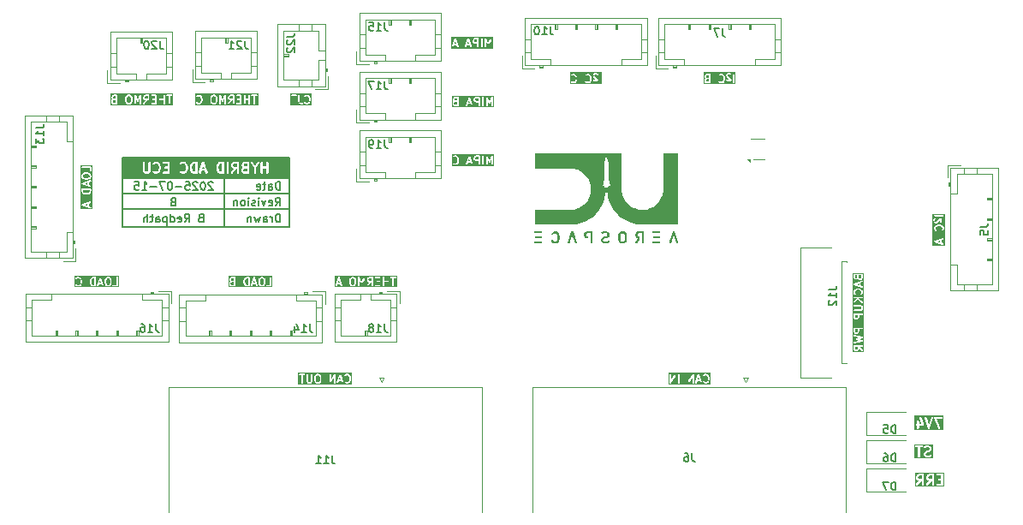
<source format=gbr>
%TF.GenerationSoftware,KiCad,Pcbnew,9.0.0*%
%TF.CreationDate,2025-07-15T20:23:25+12:00*%
%TF.ProjectId,ADC_Board,4144435f-426f-4617-9264-2e6b69636164,B*%
%TF.SameCoordinates,Original*%
%TF.FileFunction,Legend,Bot*%
%TF.FilePolarity,Positive*%
%FSLAX46Y46*%
G04 Gerber Fmt 4.6, Leading zero omitted, Abs format (unit mm)*
G04 Created by KiCad (PCBNEW 9.0.0) date 2025-07-15 20:23:25*
%MOMM*%
%LPD*%
G01*
G04 APERTURE LIST*
%ADD10C,0.200000*%
%ADD11C,0.150000*%
%ADD12C,0.120000*%
%ADD13C,0.000000*%
G04 APERTURE END LIST*
D10*
X112000000Y-87187000D02*
X112000000Y-92013000D01*
X102017000Y-88698000D02*
X118400000Y-88698000D01*
X101890000Y-87174000D02*
X118400000Y-87174000D01*
X101890000Y-90222000D02*
X118400000Y-90222000D01*
X101890000Y-85142000D02*
X118400000Y-85142000D01*
X118400000Y-92000000D01*
X101890000Y-92000000D01*
X101890000Y-85142000D01*
D11*
G36*
X134927960Y-73858723D02*
G01*
X134755121Y-73858723D01*
X134841540Y-73599465D01*
X134927960Y-73858723D01*
G37*
G36*
X136223198Y-73858723D02*
G01*
X136050359Y-73858723D01*
X136136778Y-73599465D01*
X136223198Y-73858723D01*
G37*
G36*
X137014159Y-73706342D02*
G01*
X136802102Y-73706342D01*
X136752634Y-73681608D01*
X136731751Y-73660725D01*
X136707016Y-73611255D01*
X136707016Y-73532381D01*
X136731751Y-73482911D01*
X136752634Y-73462029D01*
X136802102Y-73437295D01*
X137014159Y-73437295D01*
X137014159Y-73706342D01*
G37*
G36*
X138548286Y-74325595D02*
G01*
X134411574Y-74325595D01*
X134411574Y-74152915D01*
X134500463Y-74152915D01*
X134502538Y-74182105D01*
X134515624Y-74208278D01*
X134537732Y-74227452D01*
X134565494Y-74236706D01*
X134594684Y-74234631D01*
X134620857Y-74221545D01*
X134640031Y-74199437D01*
X134646025Y-74186012D01*
X134705121Y-74008723D01*
X134977960Y-74008723D01*
X135037056Y-74186012D01*
X135043050Y-74199437D01*
X135062224Y-74221545D01*
X135088397Y-74234631D01*
X135117587Y-74236706D01*
X135145350Y-74227452D01*
X135167457Y-74208278D01*
X135180543Y-74182105D01*
X135182618Y-74152915D01*
X135795701Y-74152915D01*
X135797776Y-74182105D01*
X135810862Y-74208278D01*
X135832970Y-74227452D01*
X135860732Y-74236706D01*
X135889922Y-74234631D01*
X135916095Y-74221545D01*
X135935269Y-74199437D01*
X135941263Y-74186012D01*
X136000359Y-74008723D01*
X136273198Y-74008723D01*
X136332294Y-74186012D01*
X136338288Y-74199437D01*
X136357462Y-74221545D01*
X136383635Y-74234631D01*
X136412825Y-74236706D01*
X136440588Y-74227452D01*
X136462695Y-74208278D01*
X136475781Y-74182105D01*
X136477856Y-74152915D01*
X136474596Y-74138578D01*
X136266628Y-73514676D01*
X136557016Y-73514676D01*
X136557016Y-73628961D01*
X136558457Y-73643593D01*
X136559487Y-73646081D01*
X136559679Y-73648771D01*
X136564934Y-73662502D01*
X136603030Y-73738693D01*
X136606993Y-73744989D01*
X136607752Y-73746820D01*
X136609443Y-73748881D01*
X136610863Y-73751136D01*
X136612358Y-73752432D01*
X136617079Y-73758185D01*
X136655174Y-73796280D01*
X136660923Y-73800998D01*
X136662223Y-73802497D01*
X136664482Y-73803918D01*
X136666539Y-73805607D01*
X136668366Y-73806364D01*
X136674666Y-73810329D01*
X136750856Y-73848424D01*
X136764588Y-73853679D01*
X136767275Y-73853869D01*
X136769765Y-73854901D01*
X136784397Y-73856342D01*
X137014159Y-73856342D01*
X137014159Y-74162295D01*
X137015600Y-74176927D01*
X137026799Y-74203963D01*
X137047491Y-74224655D01*
X137074527Y-74235854D01*
X137103791Y-74235854D01*
X137130827Y-74224655D01*
X137151519Y-74203963D01*
X137162718Y-74176927D01*
X137164159Y-74162295D01*
X137164159Y-73362295D01*
X137395111Y-73362295D01*
X137395111Y-74162295D01*
X137396552Y-74176927D01*
X137407751Y-74203963D01*
X137428443Y-74224655D01*
X137455479Y-74235854D01*
X137484743Y-74235854D01*
X137511779Y-74224655D01*
X137532471Y-74203963D01*
X137543670Y-74176927D01*
X137545111Y-74162295D01*
X137545111Y-73362295D01*
X137776064Y-73362295D01*
X137776064Y-74162295D01*
X137777505Y-74176927D01*
X137788704Y-74203963D01*
X137809396Y-74224655D01*
X137836432Y-74235854D01*
X137865696Y-74235854D01*
X137892732Y-74224655D01*
X137913424Y-74203963D01*
X137924623Y-74176927D01*
X137926064Y-74162295D01*
X137926064Y-73700361D01*
X138049767Y-73965439D01*
X138052940Y-73970796D01*
X138053601Y-73972612D01*
X138054777Y-73973896D01*
X138057261Y-73978089D01*
X138065666Y-73985787D01*
X138073365Y-73994193D01*
X138076384Y-73995601D01*
X138078842Y-73997853D01*
X138089551Y-74001747D01*
X138099883Y-74006569D01*
X138103214Y-74006715D01*
X138106343Y-74007853D01*
X138117731Y-74007352D01*
X138129119Y-74007853D01*
X138132247Y-74006715D01*
X138135579Y-74006569D01*
X138145910Y-74001747D01*
X138156620Y-73997853D01*
X138159077Y-73995601D01*
X138162097Y-73994193D01*
X138169795Y-73985787D01*
X138178201Y-73978089D01*
X138180684Y-73973896D01*
X138181861Y-73972612D01*
X138182521Y-73970796D01*
X138185695Y-73965439D01*
X138309397Y-73700362D01*
X138309397Y-74162295D01*
X138310838Y-74176927D01*
X138322037Y-74203963D01*
X138342729Y-74224655D01*
X138369765Y-74235854D01*
X138399029Y-74235854D01*
X138426065Y-74224655D01*
X138446757Y-74203963D01*
X138457956Y-74176927D01*
X138459397Y-74162295D01*
X138459397Y-73362295D01*
X138458450Y-73352679D01*
X138458528Y-73350907D01*
X138458181Y-73349954D01*
X138457956Y-73347663D01*
X138452977Y-73335644D01*
X138448527Y-73323406D01*
X138447397Y-73322172D01*
X138446757Y-73320627D01*
X138437557Y-73311427D01*
X138428763Y-73301824D01*
X138427246Y-73301116D01*
X138426065Y-73299935D01*
X138414052Y-73294958D01*
X138402245Y-73289449D01*
X138400572Y-73289375D01*
X138399029Y-73288736D01*
X138386023Y-73288736D01*
X138373009Y-73288164D01*
X138371436Y-73288736D01*
X138369765Y-73288736D01*
X138357746Y-73293714D01*
X138345508Y-73298165D01*
X138344274Y-73299295D01*
X138342729Y-73299935D01*
X138333530Y-73309133D01*
X138323927Y-73317928D01*
X138322751Y-73319912D01*
X138322037Y-73320627D01*
X138321360Y-73322260D01*
X138316433Y-73330578D01*
X138117730Y-73756369D01*
X137919028Y-73330579D01*
X137914102Y-73322263D01*
X137913424Y-73320627D01*
X137912708Y-73319911D01*
X137911534Y-73317929D01*
X137901937Y-73309140D01*
X137892732Y-73299935D01*
X137891186Y-73299294D01*
X137889953Y-73298165D01*
X137877722Y-73293717D01*
X137865696Y-73288736D01*
X137864022Y-73288736D01*
X137862452Y-73288165D01*
X137849451Y-73288736D01*
X137836432Y-73288736D01*
X137834887Y-73289375D01*
X137833216Y-73289449D01*
X137821417Y-73294955D01*
X137809396Y-73299935D01*
X137808213Y-73301117D01*
X137806698Y-73301825D01*
X137797909Y-73311421D01*
X137788704Y-73320627D01*
X137788063Y-73322172D01*
X137786934Y-73323406D01*
X137782486Y-73335636D01*
X137777505Y-73347663D01*
X137777278Y-73349958D01*
X137776934Y-73350907D01*
X137777011Y-73352673D01*
X137776064Y-73362295D01*
X137545111Y-73362295D01*
X137543670Y-73347663D01*
X137532471Y-73320627D01*
X137511779Y-73299935D01*
X137484743Y-73288736D01*
X137455479Y-73288736D01*
X137428443Y-73299935D01*
X137407751Y-73320627D01*
X137396552Y-73347663D01*
X137395111Y-73362295D01*
X137164159Y-73362295D01*
X137162718Y-73347663D01*
X137151519Y-73320627D01*
X137130827Y-73299935D01*
X137103791Y-73288736D01*
X137089159Y-73287295D01*
X136784397Y-73287295D01*
X136769765Y-73288736D01*
X136767275Y-73289767D01*
X136764588Y-73289958D01*
X136750856Y-73295213D01*
X136674666Y-73333308D01*
X136668366Y-73337272D01*
X136666539Y-73338030D01*
X136664482Y-73339718D01*
X136662223Y-73341140D01*
X136660923Y-73342638D01*
X136655174Y-73347357D01*
X136617079Y-73385452D01*
X136612358Y-73391204D01*
X136610863Y-73392501D01*
X136609443Y-73394755D01*
X136607752Y-73396817D01*
X136606993Y-73398647D01*
X136603030Y-73404944D01*
X136564934Y-73481135D01*
X136559679Y-73494866D01*
X136559487Y-73497555D01*
X136558457Y-73500044D01*
X136557016Y-73514676D01*
X136266628Y-73514676D01*
X136207929Y-73338578D01*
X136201935Y-73325152D01*
X136198425Y-73321105D01*
X136196028Y-73316311D01*
X136188920Y-73310147D01*
X136182761Y-73303045D01*
X136177969Y-73300649D01*
X136173921Y-73297138D01*
X136164997Y-73294163D01*
X136156588Y-73289959D01*
X136151243Y-73289579D01*
X136146158Y-73287884D01*
X136136775Y-73288550D01*
X136127398Y-73287884D01*
X136122315Y-73289578D01*
X136116968Y-73289958D01*
X136108554Y-73294164D01*
X136099635Y-73297138D01*
X136095587Y-73300648D01*
X136090795Y-73303045D01*
X136084632Y-73310149D01*
X136077528Y-73316312D01*
X136075132Y-73321103D01*
X136071621Y-73325152D01*
X136065627Y-73338578D01*
X135798961Y-74138578D01*
X135795701Y-74152915D01*
X135182618Y-74152915D01*
X135179358Y-74138578D01*
X134912691Y-73338578D01*
X134906697Y-73325152D01*
X134903187Y-73321105D01*
X134900790Y-73316311D01*
X134893682Y-73310147D01*
X134887523Y-73303045D01*
X134882731Y-73300649D01*
X134878683Y-73297138D01*
X134869759Y-73294163D01*
X134861350Y-73289959D01*
X134856005Y-73289579D01*
X134850920Y-73287884D01*
X134841537Y-73288550D01*
X134832160Y-73287884D01*
X134827077Y-73289578D01*
X134821730Y-73289958D01*
X134813316Y-73294164D01*
X134804397Y-73297138D01*
X134800349Y-73300648D01*
X134795557Y-73303045D01*
X134789394Y-73310149D01*
X134782290Y-73316312D01*
X134779894Y-73321103D01*
X134776383Y-73325152D01*
X134770389Y-73338578D01*
X134503723Y-74138578D01*
X134500463Y-74152915D01*
X134411574Y-74152915D01*
X134411574Y-73198406D01*
X138548286Y-73198406D01*
X138548286Y-74325595D01*
G37*
X117053696Y-89862295D02*
X117320363Y-89481342D01*
X117510839Y-89862295D02*
X117510839Y-89062295D01*
X117510839Y-89062295D02*
X117206077Y-89062295D01*
X117206077Y-89062295D02*
X117129887Y-89100390D01*
X117129887Y-89100390D02*
X117091792Y-89138485D01*
X117091792Y-89138485D02*
X117053696Y-89214676D01*
X117053696Y-89214676D02*
X117053696Y-89328961D01*
X117053696Y-89328961D02*
X117091792Y-89405152D01*
X117091792Y-89405152D02*
X117129887Y-89443247D01*
X117129887Y-89443247D02*
X117206077Y-89481342D01*
X117206077Y-89481342D02*
X117510839Y-89481342D01*
X116406077Y-89824200D02*
X116482268Y-89862295D01*
X116482268Y-89862295D02*
X116634649Y-89862295D01*
X116634649Y-89862295D02*
X116710839Y-89824200D01*
X116710839Y-89824200D02*
X116748935Y-89748009D01*
X116748935Y-89748009D02*
X116748935Y-89443247D01*
X116748935Y-89443247D02*
X116710839Y-89367057D01*
X116710839Y-89367057D02*
X116634649Y-89328961D01*
X116634649Y-89328961D02*
X116482268Y-89328961D01*
X116482268Y-89328961D02*
X116406077Y-89367057D01*
X116406077Y-89367057D02*
X116367982Y-89443247D01*
X116367982Y-89443247D02*
X116367982Y-89519438D01*
X116367982Y-89519438D02*
X116748935Y-89595628D01*
X116101316Y-89328961D02*
X115910840Y-89862295D01*
X115910840Y-89862295D02*
X115720363Y-89328961D01*
X115415601Y-89862295D02*
X115415601Y-89328961D01*
X115415601Y-89062295D02*
X115453697Y-89100390D01*
X115453697Y-89100390D02*
X115415601Y-89138485D01*
X115415601Y-89138485D02*
X115377506Y-89100390D01*
X115377506Y-89100390D02*
X115415601Y-89062295D01*
X115415601Y-89062295D02*
X115415601Y-89138485D01*
X115072745Y-89824200D02*
X114996554Y-89862295D01*
X114996554Y-89862295D02*
X114844173Y-89862295D01*
X114844173Y-89862295D02*
X114767983Y-89824200D01*
X114767983Y-89824200D02*
X114729887Y-89748009D01*
X114729887Y-89748009D02*
X114729887Y-89709914D01*
X114729887Y-89709914D02*
X114767983Y-89633723D01*
X114767983Y-89633723D02*
X114844173Y-89595628D01*
X114844173Y-89595628D02*
X114958459Y-89595628D01*
X114958459Y-89595628D02*
X115034649Y-89557533D01*
X115034649Y-89557533D02*
X115072745Y-89481342D01*
X115072745Y-89481342D02*
X115072745Y-89443247D01*
X115072745Y-89443247D02*
X115034649Y-89367057D01*
X115034649Y-89367057D02*
X114958459Y-89328961D01*
X114958459Y-89328961D02*
X114844173Y-89328961D01*
X114844173Y-89328961D02*
X114767983Y-89367057D01*
X114387030Y-89862295D02*
X114387030Y-89328961D01*
X114387030Y-89062295D02*
X114425126Y-89100390D01*
X114425126Y-89100390D02*
X114387030Y-89138485D01*
X114387030Y-89138485D02*
X114348935Y-89100390D01*
X114348935Y-89100390D02*
X114387030Y-89062295D01*
X114387030Y-89062295D02*
X114387030Y-89138485D01*
X113891793Y-89862295D02*
X113967983Y-89824200D01*
X113967983Y-89824200D02*
X114006078Y-89786104D01*
X114006078Y-89786104D02*
X114044174Y-89709914D01*
X114044174Y-89709914D02*
X114044174Y-89481342D01*
X114044174Y-89481342D02*
X114006078Y-89405152D01*
X114006078Y-89405152D02*
X113967983Y-89367057D01*
X113967983Y-89367057D02*
X113891793Y-89328961D01*
X113891793Y-89328961D02*
X113777507Y-89328961D01*
X113777507Y-89328961D02*
X113701316Y-89367057D01*
X113701316Y-89367057D02*
X113663221Y-89405152D01*
X113663221Y-89405152D02*
X113625126Y-89481342D01*
X113625126Y-89481342D02*
X113625126Y-89709914D01*
X113625126Y-89709914D02*
X113663221Y-89786104D01*
X113663221Y-89786104D02*
X113701316Y-89824200D01*
X113701316Y-89824200D02*
X113777507Y-89862295D01*
X113777507Y-89862295D02*
X113891793Y-89862295D01*
X113282268Y-89328961D02*
X113282268Y-89862295D01*
X113282268Y-89405152D02*
X113244173Y-89367057D01*
X113244173Y-89367057D02*
X113167983Y-89328961D01*
X113167983Y-89328961D02*
X113053697Y-89328961D01*
X113053697Y-89328961D02*
X112977506Y-89367057D01*
X112977506Y-89367057D02*
X112939411Y-89443247D01*
X112939411Y-89443247D02*
X112939411Y-89862295D01*
X117510839Y-88294295D02*
X117510839Y-87494295D01*
X117510839Y-87494295D02*
X117320363Y-87494295D01*
X117320363Y-87494295D02*
X117206077Y-87532390D01*
X117206077Y-87532390D02*
X117129887Y-87608580D01*
X117129887Y-87608580D02*
X117091792Y-87684771D01*
X117091792Y-87684771D02*
X117053696Y-87837152D01*
X117053696Y-87837152D02*
X117053696Y-87951438D01*
X117053696Y-87951438D02*
X117091792Y-88103819D01*
X117091792Y-88103819D02*
X117129887Y-88180009D01*
X117129887Y-88180009D02*
X117206077Y-88256200D01*
X117206077Y-88256200D02*
X117320363Y-88294295D01*
X117320363Y-88294295D02*
X117510839Y-88294295D01*
X116367982Y-88294295D02*
X116367982Y-87875247D01*
X116367982Y-87875247D02*
X116406077Y-87799057D01*
X116406077Y-87799057D02*
X116482268Y-87760961D01*
X116482268Y-87760961D02*
X116634649Y-87760961D01*
X116634649Y-87760961D02*
X116710839Y-87799057D01*
X116367982Y-88256200D02*
X116444173Y-88294295D01*
X116444173Y-88294295D02*
X116634649Y-88294295D01*
X116634649Y-88294295D02*
X116710839Y-88256200D01*
X116710839Y-88256200D02*
X116748935Y-88180009D01*
X116748935Y-88180009D02*
X116748935Y-88103819D01*
X116748935Y-88103819D02*
X116710839Y-88027628D01*
X116710839Y-88027628D02*
X116634649Y-87989533D01*
X116634649Y-87989533D02*
X116444173Y-87989533D01*
X116444173Y-87989533D02*
X116367982Y-87951438D01*
X116101315Y-87760961D02*
X115796553Y-87760961D01*
X115987029Y-87494295D02*
X115987029Y-88180009D01*
X115987029Y-88180009D02*
X115948934Y-88256200D01*
X115948934Y-88256200D02*
X115872744Y-88294295D01*
X115872744Y-88294295D02*
X115796553Y-88294295D01*
X115225124Y-88256200D02*
X115301315Y-88294295D01*
X115301315Y-88294295D02*
X115453696Y-88294295D01*
X115453696Y-88294295D02*
X115529886Y-88256200D01*
X115529886Y-88256200D02*
X115567982Y-88180009D01*
X115567982Y-88180009D02*
X115567982Y-87875247D01*
X115567982Y-87875247D02*
X115529886Y-87799057D01*
X115529886Y-87799057D02*
X115453696Y-87760961D01*
X115453696Y-87760961D02*
X115301315Y-87760961D01*
X115301315Y-87760961D02*
X115225124Y-87799057D01*
X115225124Y-87799057D02*
X115187029Y-87875247D01*
X115187029Y-87875247D02*
X115187029Y-87951438D01*
X115187029Y-87951438D02*
X115567982Y-88027628D01*
G36*
X112944047Y-97687295D02*
G01*
X112731990Y-97687295D01*
X112682522Y-97662561D01*
X112661638Y-97641676D01*
X112636904Y-97592208D01*
X112636904Y-97513334D01*
X112661638Y-97463865D01*
X112678609Y-97446893D01*
X112764551Y-97418247D01*
X112944047Y-97418247D01*
X112944047Y-97687295D01*
G37*
G36*
X112944047Y-97268247D02*
G01*
X112770086Y-97268247D01*
X112720616Y-97243512D01*
X112699734Y-97222630D01*
X112675000Y-97173161D01*
X112675000Y-97132380D01*
X112699734Y-97082911D01*
X112720616Y-97062029D01*
X112770086Y-97037295D01*
X112944047Y-97037295D01*
X112944047Y-97268247D01*
G37*
G36*
X114353571Y-97687295D02*
G01*
X114250265Y-97687295D01*
X114164323Y-97658648D01*
X114109258Y-97603582D01*
X114080288Y-97545642D01*
X114046428Y-97410202D01*
X114046428Y-97314387D01*
X114080288Y-97178946D01*
X114109258Y-97121006D01*
X114164322Y-97065942D01*
X114250265Y-97037295D01*
X114353571Y-97037295D01*
X114353571Y-97687295D01*
G37*
G36*
X115831763Y-97062029D02*
G01*
X115884657Y-97114923D01*
X115915476Y-97238196D01*
X115915476Y-97486392D01*
X115884657Y-97609666D01*
X115831762Y-97662560D01*
X115782294Y-97687295D01*
X115665323Y-97687295D01*
X115615855Y-97662561D01*
X115562959Y-97609665D01*
X115532142Y-97486394D01*
X115532142Y-97238194D01*
X115562959Y-97114923D01*
X115615854Y-97062029D01*
X115665323Y-97037295D01*
X115782294Y-97037295D01*
X115831763Y-97062029D01*
G37*
G36*
X115048324Y-97458723D02*
G01*
X114875485Y-97458723D01*
X114961904Y-97199465D01*
X115048324Y-97458723D01*
G37*
G36*
X116763888Y-97926184D02*
G01*
X112398015Y-97926184D01*
X112398015Y-97495628D01*
X112486904Y-97495628D01*
X112486904Y-97609914D01*
X112488345Y-97624546D01*
X112489375Y-97627034D01*
X112489567Y-97629724D01*
X112494822Y-97643456D01*
X112532918Y-97719645D01*
X112536880Y-97725939D01*
X112537639Y-97727771D01*
X112539332Y-97729834D01*
X112540751Y-97732088D01*
X112542245Y-97733384D01*
X112546966Y-97739136D01*
X112585061Y-97777232D01*
X112590812Y-97781952D01*
X112592111Y-97783450D01*
X112594366Y-97784869D01*
X112596426Y-97786560D01*
X112598256Y-97787318D01*
X112604554Y-97791282D01*
X112680744Y-97829377D01*
X112694476Y-97834632D01*
X112697163Y-97834822D01*
X112699653Y-97835854D01*
X112714285Y-97837295D01*
X113019047Y-97837295D01*
X113033679Y-97835854D01*
X113060715Y-97824655D01*
X113081407Y-97803963D01*
X113092606Y-97776927D01*
X113094047Y-97762295D01*
X113094047Y-97305152D01*
X113896428Y-97305152D01*
X113896428Y-97419438D01*
X113896679Y-97421991D01*
X113896517Y-97423084D01*
X113897326Y-97428558D01*
X113897869Y-97434070D01*
X113898291Y-97435090D01*
X113898667Y-97437629D01*
X113936763Y-97590010D01*
X113937148Y-97591089D01*
X113937187Y-97591628D01*
X113939511Y-97597703D01*
X113941710Y-97603855D01*
X113942032Y-97604290D01*
X113942442Y-97605360D01*
X113980537Y-97681550D01*
X113984500Y-97687846D01*
X113985258Y-97689676D01*
X113986947Y-97691734D01*
X113988369Y-97693993D01*
X113989867Y-97695292D01*
X113994586Y-97701042D01*
X114070776Y-97777233D01*
X114082141Y-97786560D01*
X114084631Y-97787591D01*
X114086667Y-97789357D01*
X114100092Y-97795351D01*
X114214378Y-97833446D01*
X114221631Y-97835095D01*
X114223463Y-97835854D01*
X114226117Y-97836115D01*
X114228715Y-97836706D01*
X114230689Y-97836565D01*
X114238095Y-97837295D01*
X114428571Y-97837295D01*
X114443203Y-97835854D01*
X114470239Y-97824655D01*
X114490931Y-97803963D01*
X114502130Y-97776927D01*
X114503571Y-97762295D01*
X114503571Y-97752915D01*
X114620827Y-97752915D01*
X114622902Y-97782105D01*
X114635988Y-97808278D01*
X114658096Y-97827452D01*
X114685858Y-97836706D01*
X114715048Y-97834631D01*
X114741221Y-97821545D01*
X114760395Y-97799437D01*
X114766389Y-97786012D01*
X114825485Y-97608723D01*
X115098324Y-97608723D01*
X115157420Y-97786012D01*
X115163414Y-97799437D01*
X115182588Y-97821545D01*
X115208761Y-97834631D01*
X115237951Y-97836706D01*
X115265714Y-97827452D01*
X115287821Y-97808278D01*
X115300907Y-97782105D01*
X115302982Y-97752915D01*
X115299722Y-97738578D01*
X115129849Y-97228961D01*
X115382142Y-97228961D01*
X115382142Y-97495628D01*
X115382393Y-97498181D01*
X115382231Y-97499273D01*
X115383039Y-97504745D01*
X115383583Y-97510260D01*
X115384006Y-97511281D01*
X115384381Y-97513818D01*
X115422476Y-97666199D01*
X115427423Y-97680045D01*
X115430743Y-97684526D01*
X115432877Y-97689677D01*
X115442204Y-97701042D01*
X115518395Y-97777233D01*
X115524144Y-97781951D01*
X115525444Y-97783450D01*
X115527703Y-97784871D01*
X115529760Y-97786560D01*
X115531587Y-97787317D01*
X115537887Y-97791282D01*
X115614077Y-97829377D01*
X115627809Y-97834632D01*
X115630496Y-97834822D01*
X115632986Y-97835854D01*
X115647618Y-97837295D01*
X115799999Y-97837295D01*
X115814631Y-97835854D01*
X115817120Y-97834822D01*
X115819808Y-97834632D01*
X115833540Y-97829377D01*
X115909731Y-97791282D01*
X115916030Y-97787317D01*
X115917858Y-97786560D01*
X115919914Y-97784871D01*
X115922174Y-97783450D01*
X115923473Y-97781951D01*
X115929223Y-97777233D01*
X115958793Y-97747663D01*
X116145488Y-97747663D01*
X116145488Y-97776927D01*
X116156687Y-97803963D01*
X116177379Y-97824655D01*
X116204415Y-97835854D01*
X116219047Y-97837295D01*
X116599999Y-97837295D01*
X116614631Y-97835854D01*
X116641667Y-97824655D01*
X116662359Y-97803963D01*
X116673558Y-97776927D01*
X116674999Y-97762295D01*
X116674999Y-96962295D01*
X116673558Y-96947663D01*
X116662359Y-96920627D01*
X116641667Y-96899935D01*
X116614631Y-96888736D01*
X116585367Y-96888736D01*
X116558331Y-96899935D01*
X116537639Y-96920627D01*
X116526440Y-96947663D01*
X116524999Y-96962295D01*
X116524999Y-97687295D01*
X116219047Y-97687295D01*
X116204415Y-97688736D01*
X116177379Y-97699935D01*
X116156687Y-97720627D01*
X116145488Y-97747663D01*
X115958793Y-97747663D01*
X116005414Y-97701041D01*
X116014741Y-97689676D01*
X116016874Y-97684525D01*
X116020194Y-97680045D01*
X116025141Y-97666200D01*
X116063237Y-97513818D01*
X116063612Y-97511281D01*
X116064035Y-97510260D01*
X116064577Y-97504747D01*
X116065387Y-97499274D01*
X116065224Y-97498181D01*
X116065476Y-97495628D01*
X116065476Y-97228961D01*
X116065224Y-97226407D01*
X116065387Y-97225315D01*
X116064577Y-97219841D01*
X116064035Y-97214329D01*
X116063612Y-97213307D01*
X116063237Y-97210771D01*
X116025141Y-97058389D01*
X116020194Y-97044544D01*
X116016875Y-97040064D01*
X116014741Y-97034912D01*
X116005413Y-97023547D01*
X115929223Y-96947357D01*
X115923473Y-96942638D01*
X115922174Y-96941140D01*
X115919914Y-96939718D01*
X115917858Y-96938030D01*
X115916030Y-96937272D01*
X115909731Y-96933308D01*
X115833540Y-96895213D01*
X115819808Y-96889958D01*
X115817120Y-96889767D01*
X115814631Y-96888736D01*
X115799999Y-96887295D01*
X115647618Y-96887295D01*
X115632986Y-96888736D01*
X115630496Y-96889767D01*
X115627809Y-96889958D01*
X115614077Y-96895213D01*
X115537887Y-96933308D01*
X115531590Y-96937271D01*
X115529761Y-96938029D01*
X115527702Y-96939718D01*
X115525444Y-96941140D01*
X115524144Y-96942638D01*
X115518396Y-96947356D01*
X115442204Y-97023547D01*
X115432877Y-97034912D01*
X115430743Y-97040062D01*
X115427423Y-97044544D01*
X115422476Y-97058390D01*
X115384381Y-97210771D01*
X115384006Y-97213307D01*
X115383583Y-97214329D01*
X115383039Y-97219843D01*
X115382231Y-97225316D01*
X115382393Y-97226407D01*
X115382142Y-97228961D01*
X115129849Y-97228961D01*
X115033055Y-96938578D01*
X115027061Y-96925152D01*
X115023551Y-96921105D01*
X115021154Y-96916311D01*
X115014046Y-96910147D01*
X115007887Y-96903045D01*
X115003095Y-96900649D01*
X114999047Y-96897138D01*
X114990123Y-96894163D01*
X114981714Y-96889959D01*
X114976369Y-96889579D01*
X114971284Y-96887884D01*
X114961901Y-96888550D01*
X114952524Y-96887884D01*
X114947441Y-96889578D01*
X114942094Y-96889958D01*
X114933680Y-96894164D01*
X114924761Y-96897138D01*
X114920713Y-96900648D01*
X114915921Y-96903045D01*
X114909758Y-96910149D01*
X114902654Y-96916312D01*
X114900258Y-96921103D01*
X114896747Y-96925152D01*
X114890753Y-96938578D01*
X114624087Y-97738578D01*
X114620827Y-97752915D01*
X114503571Y-97752915D01*
X114503571Y-96962295D01*
X114502130Y-96947663D01*
X114490931Y-96920627D01*
X114470239Y-96899935D01*
X114443203Y-96888736D01*
X114428571Y-96887295D01*
X114238095Y-96887295D01*
X114230689Y-96888024D01*
X114228715Y-96887884D01*
X114226117Y-96888474D01*
X114223463Y-96888736D01*
X114221631Y-96889494D01*
X114214378Y-96891144D01*
X114100092Y-96929239D01*
X114086667Y-96935233D01*
X114084633Y-96936996D01*
X114082141Y-96938029D01*
X114070776Y-96947357D01*
X113994586Y-97023547D01*
X113989867Y-97029296D01*
X113988369Y-97030596D01*
X113986947Y-97032855D01*
X113985259Y-97034912D01*
X113984501Y-97036739D01*
X113980537Y-97043039D01*
X113942442Y-97119230D01*
X113942032Y-97120299D01*
X113941710Y-97120735D01*
X113939511Y-97126886D01*
X113937187Y-97132962D01*
X113937148Y-97133500D01*
X113936763Y-97134580D01*
X113898667Y-97286961D01*
X113898291Y-97289499D01*
X113897869Y-97290520D01*
X113897326Y-97296031D01*
X113896517Y-97301506D01*
X113896679Y-97302598D01*
X113896428Y-97305152D01*
X113094047Y-97305152D01*
X113094047Y-96962295D01*
X113092606Y-96947663D01*
X113081407Y-96920627D01*
X113060715Y-96899935D01*
X113033679Y-96888736D01*
X113019047Y-96887295D01*
X112752381Y-96887295D01*
X112737749Y-96888736D01*
X112735259Y-96889767D01*
X112732572Y-96889958D01*
X112718840Y-96895213D01*
X112642649Y-96933308D01*
X112636349Y-96937272D01*
X112634522Y-96938030D01*
X112632465Y-96939718D01*
X112630206Y-96941140D01*
X112628906Y-96942638D01*
X112623157Y-96947357D01*
X112585062Y-96985452D01*
X112580343Y-96991201D01*
X112578845Y-96992501D01*
X112577423Y-96994760D01*
X112575735Y-96996817D01*
X112574977Y-96998644D01*
X112571013Y-97004944D01*
X112532918Y-97081135D01*
X112527663Y-97094867D01*
X112527472Y-97097554D01*
X112526441Y-97100044D01*
X112525000Y-97114676D01*
X112525000Y-97190866D01*
X112526441Y-97205498D01*
X112527472Y-97207987D01*
X112527663Y-97210675D01*
X112532918Y-97224407D01*
X112571013Y-97300598D01*
X112574977Y-97306897D01*
X112575735Y-97308725D01*
X112577423Y-97310781D01*
X112578845Y-97313041D01*
X112580343Y-97314340D01*
X112585062Y-97320090D01*
X112589576Y-97324604D01*
X112585061Y-97328310D01*
X112546966Y-97366406D01*
X112542245Y-97372157D01*
X112540751Y-97373454D01*
X112539332Y-97375707D01*
X112537639Y-97377771D01*
X112536880Y-97379602D01*
X112532918Y-97385897D01*
X112494822Y-97462086D01*
X112489567Y-97475818D01*
X112489375Y-97478507D01*
X112488345Y-97480996D01*
X112486904Y-97495628D01*
X112398015Y-97495628D01*
X112398015Y-96798406D01*
X116763888Y-96798406D01*
X116763888Y-97926184D01*
G37*
D10*
G36*
X182066498Y-114863330D02*
G01*
X180217626Y-114863330D01*
X180217626Y-113632710D01*
X180328737Y-113632710D01*
X180328737Y-113671728D01*
X180343669Y-113707776D01*
X180371259Y-113735366D01*
X180407307Y-113750298D01*
X180426816Y-113752219D01*
X180612530Y-113752219D01*
X180612530Y-114652219D01*
X180614451Y-114671728D01*
X180629383Y-114707776D01*
X180656973Y-114735366D01*
X180693021Y-114750298D01*
X180732039Y-114750298D01*
X180768087Y-114735366D01*
X180795677Y-114707776D01*
X180810609Y-114671728D01*
X180812530Y-114652219D01*
X180812530Y-114366504D01*
X181183959Y-114366504D01*
X181183959Y-114461742D01*
X181185880Y-114481251D01*
X181187255Y-114484571D01*
X181187510Y-114488155D01*
X181194516Y-114506463D01*
X181242135Y-114601701D01*
X181247418Y-114610093D01*
X181248430Y-114612537D01*
X181250686Y-114615286D01*
X181252578Y-114618291D01*
X181254572Y-114620020D01*
X181260867Y-114627690D01*
X181308485Y-114675310D01*
X181316153Y-114681603D01*
X181317885Y-114683600D01*
X181320893Y-114685493D01*
X181323639Y-114687747D01*
X181326079Y-114688757D01*
X181334476Y-114694043D01*
X181429713Y-114741662D01*
X181448022Y-114748668D01*
X181451605Y-114748922D01*
X181454926Y-114750298D01*
X181474435Y-114752219D01*
X181712530Y-114752219D01*
X181722403Y-114751246D01*
X181725037Y-114751434D01*
X181728500Y-114750646D01*
X181732039Y-114750298D01*
X181734481Y-114749286D01*
X181744153Y-114747087D01*
X181887009Y-114699468D01*
X181904910Y-114691477D01*
X181934386Y-114665912D01*
X181951835Y-114631013D01*
X181954602Y-114592093D01*
X181942263Y-114555077D01*
X181916698Y-114525601D01*
X181881799Y-114508151D01*
X181842879Y-114505385D01*
X181823764Y-114509732D01*
X181696303Y-114552219D01*
X181498042Y-114552219D01*
X181438432Y-114522414D01*
X181413765Y-114497746D01*
X181383959Y-114438134D01*
X181383959Y-114390111D01*
X181413764Y-114330501D01*
X181438432Y-114305832D01*
X181509339Y-114270379D01*
X181689164Y-114225423D01*
X181690601Y-114224909D01*
X181691324Y-114224858D01*
X181699448Y-114221749D01*
X181707625Y-114218828D01*
X181708205Y-114218397D01*
X181709632Y-114217852D01*
X181804870Y-114170233D01*
X181813266Y-114164947D01*
X181815706Y-114163937D01*
X181818452Y-114161683D01*
X181821460Y-114159790D01*
X181823189Y-114157795D01*
X181830860Y-114151501D01*
X181878478Y-114103882D01*
X181884770Y-114096215D01*
X181886768Y-114094483D01*
X181888661Y-114091474D01*
X181890915Y-114088729D01*
X181891925Y-114086288D01*
X181897211Y-114077892D01*
X181944830Y-113982655D01*
X181951836Y-113964346D01*
X181952090Y-113960762D01*
X181953466Y-113957442D01*
X181955387Y-113937933D01*
X181955387Y-113842695D01*
X181953466Y-113823186D01*
X181952090Y-113819865D01*
X181951836Y-113816282D01*
X181944830Y-113797973D01*
X181897211Y-113702736D01*
X181891925Y-113694339D01*
X181890915Y-113691899D01*
X181888661Y-113689153D01*
X181886768Y-113686145D01*
X181884770Y-113684412D01*
X181878478Y-113676746D01*
X181830860Y-113629127D01*
X181823189Y-113622832D01*
X181821460Y-113620838D01*
X181818452Y-113618944D01*
X181815706Y-113616691D01*
X181813266Y-113615680D01*
X181804870Y-113610395D01*
X181709632Y-113562776D01*
X181691324Y-113555770D01*
X181687740Y-113555515D01*
X181684420Y-113554140D01*
X181664911Y-113552219D01*
X181426816Y-113552219D01*
X181416942Y-113553191D01*
X181414308Y-113553004D01*
X181410844Y-113553791D01*
X181407307Y-113554140D01*
X181404865Y-113555151D01*
X181395193Y-113557351D01*
X181252336Y-113604970D01*
X181234436Y-113612961D01*
X181204960Y-113638526D01*
X181187510Y-113673425D01*
X181184744Y-113712345D01*
X181197082Y-113749361D01*
X181222647Y-113778837D01*
X181257546Y-113796287D01*
X181296466Y-113799053D01*
X181315582Y-113794706D01*
X181443042Y-113752219D01*
X181641304Y-113752219D01*
X181700913Y-113782024D01*
X181725582Y-113806692D01*
X181755387Y-113866302D01*
X181755387Y-113914326D01*
X181725582Y-113973935D01*
X181700913Y-113998603D01*
X181630006Y-114034057D01*
X181450181Y-114079014D01*
X181448742Y-114079527D01*
X181448022Y-114079579D01*
X181439897Y-114082687D01*
X181431721Y-114085609D01*
X181431141Y-114086038D01*
X181429713Y-114086585D01*
X181334476Y-114134204D01*
X181326079Y-114139489D01*
X181323639Y-114140500D01*
X181320893Y-114142753D01*
X181317885Y-114144647D01*
X181316152Y-114146644D01*
X181308486Y-114152937D01*
X181260867Y-114200555D01*
X181254572Y-114208225D01*
X181252578Y-114209955D01*
X181250684Y-114212962D01*
X181248431Y-114215709D01*
X181247420Y-114218148D01*
X181242135Y-114226545D01*
X181194516Y-114321783D01*
X181187510Y-114340091D01*
X181187255Y-114343674D01*
X181185880Y-114346995D01*
X181183959Y-114366504D01*
X180812530Y-114366504D01*
X180812530Y-113752219D01*
X180998244Y-113752219D01*
X181017753Y-113750298D01*
X181053801Y-113735366D01*
X181081391Y-113707776D01*
X181096323Y-113671728D01*
X181096323Y-113632710D01*
X181081391Y-113596662D01*
X181053801Y-113569072D01*
X181017753Y-113554140D01*
X180998244Y-113552219D01*
X180426816Y-113552219D01*
X180407307Y-113554140D01*
X180371259Y-113569072D01*
X180343669Y-113596662D01*
X180328737Y-113632710D01*
X180217626Y-113632710D01*
X180217626Y-113441108D01*
X182066498Y-113441108D01*
X182066498Y-114863330D01*
G37*
D11*
X106942857Y-89475247D02*
X106828571Y-89513342D01*
X106828571Y-89513342D02*
X106790476Y-89551438D01*
X106790476Y-89551438D02*
X106752380Y-89627628D01*
X106752380Y-89627628D02*
X106752380Y-89741914D01*
X106752380Y-89741914D02*
X106790476Y-89818104D01*
X106790476Y-89818104D02*
X106828571Y-89856200D01*
X106828571Y-89856200D02*
X106904761Y-89894295D01*
X106904761Y-89894295D02*
X107209523Y-89894295D01*
X107209523Y-89894295D02*
X107209523Y-89094295D01*
X107209523Y-89094295D02*
X106942857Y-89094295D01*
X106942857Y-89094295D02*
X106866666Y-89132390D01*
X106866666Y-89132390D02*
X106828571Y-89170485D01*
X106828571Y-89170485D02*
X106790476Y-89246676D01*
X106790476Y-89246676D02*
X106790476Y-89322866D01*
X106790476Y-89322866D02*
X106828571Y-89399057D01*
X106828571Y-89399057D02*
X106866666Y-89437152D01*
X106866666Y-89437152D02*
X106942857Y-89475247D01*
X106942857Y-89475247D02*
X107209523Y-89475247D01*
D10*
G36*
X180993482Y-116876028D02*
G01*
X180736137Y-116876028D01*
X180676527Y-116846223D01*
X180651859Y-116821554D01*
X180622054Y-116761944D01*
X180622054Y-116666302D01*
X180651859Y-116606692D01*
X180676527Y-116582023D01*
X180736137Y-116552219D01*
X180993482Y-116552219D01*
X180993482Y-116876028D01*
G37*
G36*
X181993482Y-116876028D02*
G01*
X181736137Y-116876028D01*
X181676527Y-116846223D01*
X181651859Y-116821554D01*
X181622054Y-116761944D01*
X181622054Y-116666302D01*
X181651859Y-116606692D01*
X181676527Y-116582023D01*
X181736137Y-116552219D01*
X181993482Y-116552219D01*
X181993482Y-116876028D01*
G37*
G36*
X183209355Y-117663330D02*
G01*
X180310943Y-117663330D01*
X180310943Y-116642695D01*
X180422054Y-116642695D01*
X180422054Y-116785552D01*
X180423975Y-116805061D01*
X180425350Y-116808381D01*
X180425605Y-116811965D01*
X180432611Y-116830273D01*
X180480230Y-116925511D01*
X180485515Y-116933907D01*
X180486526Y-116936347D01*
X180488779Y-116939093D01*
X180490673Y-116942101D01*
X180492667Y-116943830D01*
X180498962Y-116951501D01*
X180546581Y-116999119D01*
X180554247Y-117005411D01*
X180555980Y-117007409D01*
X180558988Y-117009302D01*
X180561734Y-117011556D01*
X180564174Y-117012566D01*
X180572571Y-117017852D01*
X180667808Y-117065471D01*
X180670098Y-117066347D01*
X180440131Y-117394873D01*
X180430517Y-117411957D01*
X180422077Y-117450051D01*
X180428858Y-117488476D01*
X180449827Y-117521381D01*
X180481792Y-117543756D01*
X180519886Y-117552196D01*
X180558311Y-117545415D01*
X180591216Y-117524446D01*
X180603977Y-117509565D01*
X180907452Y-117076028D01*
X180993482Y-117076028D01*
X180993482Y-117452219D01*
X180995403Y-117471728D01*
X181010335Y-117507776D01*
X181037925Y-117535366D01*
X181073973Y-117550298D01*
X181112991Y-117550298D01*
X181149039Y-117535366D01*
X181176629Y-117507776D01*
X181191561Y-117471728D01*
X181193482Y-117452219D01*
X181193482Y-116642695D01*
X181422054Y-116642695D01*
X181422054Y-116785552D01*
X181423975Y-116805061D01*
X181425350Y-116808381D01*
X181425605Y-116811965D01*
X181432611Y-116830273D01*
X181480230Y-116925511D01*
X181485515Y-116933907D01*
X181486526Y-116936347D01*
X181488779Y-116939093D01*
X181490673Y-116942101D01*
X181492667Y-116943830D01*
X181498962Y-116951501D01*
X181546581Y-116999119D01*
X181554247Y-117005411D01*
X181555980Y-117007409D01*
X181558988Y-117009302D01*
X181561734Y-117011556D01*
X181564174Y-117012566D01*
X181572571Y-117017852D01*
X181667808Y-117065471D01*
X181670098Y-117066347D01*
X181440131Y-117394873D01*
X181430517Y-117411957D01*
X181422077Y-117450051D01*
X181428858Y-117488476D01*
X181449827Y-117521381D01*
X181481792Y-117543756D01*
X181519886Y-117552196D01*
X181558311Y-117545415D01*
X181591216Y-117524446D01*
X181603977Y-117509565D01*
X181907452Y-117076028D01*
X181993482Y-117076028D01*
X181993482Y-117452219D01*
X181995403Y-117471728D01*
X182010335Y-117507776D01*
X182037925Y-117535366D01*
X182073973Y-117550298D01*
X182112991Y-117550298D01*
X182149039Y-117535366D01*
X182176629Y-117507776D01*
X182191561Y-117471728D01*
X182193482Y-117452219D01*
X182193482Y-116452219D01*
X182191561Y-116432710D01*
X182423975Y-116432710D01*
X182423975Y-116471728D01*
X182438907Y-116507776D01*
X182466497Y-116535366D01*
X182502545Y-116550298D01*
X182522054Y-116552219D01*
X182898244Y-116552219D01*
X182898244Y-116828409D01*
X182664911Y-116828409D01*
X182645402Y-116830330D01*
X182609354Y-116845262D01*
X182581764Y-116872852D01*
X182566832Y-116908900D01*
X182566832Y-116947918D01*
X182581764Y-116983966D01*
X182609354Y-117011556D01*
X182645402Y-117026488D01*
X182664911Y-117028409D01*
X182898244Y-117028409D01*
X182898244Y-117352219D01*
X182522054Y-117352219D01*
X182502545Y-117354140D01*
X182466497Y-117369072D01*
X182438907Y-117396662D01*
X182423975Y-117432710D01*
X182423975Y-117471728D01*
X182438907Y-117507776D01*
X182466497Y-117535366D01*
X182502545Y-117550298D01*
X182522054Y-117552219D01*
X182998244Y-117552219D01*
X183017753Y-117550298D01*
X183053801Y-117535366D01*
X183081391Y-117507776D01*
X183096323Y-117471728D01*
X183098244Y-117452219D01*
X183098244Y-116452219D01*
X183096323Y-116432710D01*
X183081391Y-116396662D01*
X183053801Y-116369072D01*
X183017753Y-116354140D01*
X182998244Y-116352219D01*
X182522054Y-116352219D01*
X182502545Y-116354140D01*
X182466497Y-116369072D01*
X182438907Y-116396662D01*
X182423975Y-116432710D01*
X182191561Y-116432710D01*
X182176629Y-116396662D01*
X182149039Y-116369072D01*
X182112991Y-116354140D01*
X182093482Y-116352219D01*
X181712530Y-116352219D01*
X181693021Y-116354140D01*
X181689700Y-116355515D01*
X181686117Y-116355770D01*
X181667808Y-116362776D01*
X181572571Y-116410395D01*
X181564174Y-116415680D01*
X181561734Y-116416691D01*
X181558988Y-116418944D01*
X181555980Y-116420838D01*
X181554247Y-116422835D01*
X181546581Y-116429128D01*
X181498962Y-116476746D01*
X181492667Y-116484416D01*
X181490673Y-116486146D01*
X181488779Y-116489153D01*
X181486526Y-116491900D01*
X181485515Y-116494339D01*
X181480230Y-116502736D01*
X181432611Y-116597974D01*
X181425605Y-116616282D01*
X181425350Y-116619865D01*
X181423975Y-116623186D01*
X181422054Y-116642695D01*
X181193482Y-116642695D01*
X181193482Y-116452219D01*
X181191561Y-116432710D01*
X181176629Y-116396662D01*
X181149039Y-116369072D01*
X181112991Y-116354140D01*
X181093482Y-116352219D01*
X180712530Y-116352219D01*
X180693021Y-116354140D01*
X180689700Y-116355515D01*
X180686117Y-116355770D01*
X180667808Y-116362776D01*
X180572571Y-116410395D01*
X180564174Y-116415680D01*
X180561734Y-116416691D01*
X180558988Y-116418944D01*
X180555980Y-116420838D01*
X180554247Y-116422835D01*
X180546581Y-116429128D01*
X180498962Y-116476746D01*
X180492667Y-116484416D01*
X180490673Y-116486146D01*
X180488779Y-116489153D01*
X180486526Y-116491900D01*
X180485515Y-116494339D01*
X180480230Y-116502736D01*
X180432611Y-116597974D01*
X180425605Y-116616282D01*
X180425350Y-116619865D01*
X180423975Y-116623186D01*
X180422054Y-116642695D01*
X180310943Y-116642695D01*
X180310943Y-116241108D01*
X183209355Y-116241108D01*
X183209355Y-117663330D01*
G37*
D11*
G36*
X159019752Y-107058723D02*
G01*
X158846913Y-107058723D01*
X158933332Y-106799465D01*
X159019752Y-107058723D01*
G37*
G36*
X160087698Y-107526184D02*
G01*
X155950396Y-107526184D01*
X155950396Y-106562295D01*
X156039285Y-106562295D01*
X156039285Y-107362295D01*
X156039655Y-107366058D01*
X156039468Y-107367534D01*
X156039989Y-107369444D01*
X156040726Y-107376927D01*
X156044543Y-107386142D01*
X156047168Y-107395766D01*
X156050095Y-107399546D01*
X156051925Y-107403963D01*
X156058975Y-107411013D01*
X156065085Y-107418903D01*
X156069238Y-107421276D01*
X156072617Y-107424655D01*
X156081829Y-107428471D01*
X156090494Y-107433422D01*
X156095237Y-107434024D01*
X156099653Y-107435854D01*
X156109627Y-107435854D01*
X156119524Y-107437112D01*
X156124136Y-107435854D01*
X156128917Y-107435854D01*
X156138132Y-107432036D01*
X156147756Y-107429412D01*
X156151536Y-107426484D01*
X156155953Y-107424655D01*
X156163003Y-107417604D01*
X156170893Y-107411495D01*
X156175245Y-107405362D01*
X156176645Y-107403963D01*
X156177214Y-107402588D01*
X156179403Y-107399505D01*
X156496428Y-106844711D01*
X156496428Y-107362295D01*
X156497869Y-107376927D01*
X156509068Y-107403963D01*
X156529760Y-107424655D01*
X156556796Y-107435854D01*
X156586060Y-107435854D01*
X156613096Y-107424655D01*
X156633788Y-107403963D01*
X156644987Y-107376927D01*
X156646428Y-107362295D01*
X156646428Y-106562295D01*
X156877380Y-106562295D01*
X156877380Y-107362295D01*
X156878821Y-107376927D01*
X156890020Y-107403963D01*
X156910712Y-107424655D01*
X156937748Y-107435854D01*
X156967012Y-107435854D01*
X156994048Y-107424655D01*
X157014740Y-107403963D01*
X157025939Y-107376927D01*
X157027380Y-107362295D01*
X157027380Y-106562295D01*
X157867856Y-106562295D01*
X157867856Y-107362295D01*
X157868226Y-107366058D01*
X157868039Y-107367534D01*
X157868560Y-107369444D01*
X157869297Y-107376927D01*
X157873114Y-107386142D01*
X157875739Y-107395766D01*
X157878666Y-107399546D01*
X157880496Y-107403963D01*
X157887546Y-107411013D01*
X157893656Y-107418903D01*
X157897809Y-107421276D01*
X157901188Y-107424655D01*
X157910400Y-107428471D01*
X157919065Y-107433422D01*
X157923808Y-107434024D01*
X157928224Y-107435854D01*
X157938198Y-107435854D01*
X157948095Y-107437112D01*
X157952707Y-107435854D01*
X157957488Y-107435854D01*
X157966703Y-107432036D01*
X157976327Y-107429412D01*
X157980107Y-107426484D01*
X157984524Y-107424655D01*
X157991574Y-107417604D01*
X157999464Y-107411495D01*
X158003816Y-107405362D01*
X158005216Y-107403963D01*
X158005785Y-107402588D01*
X158007974Y-107399505D01*
X158324999Y-106844711D01*
X158324999Y-107362295D01*
X158326440Y-107376927D01*
X158337639Y-107403963D01*
X158358331Y-107424655D01*
X158385367Y-107435854D01*
X158414631Y-107435854D01*
X158441667Y-107424655D01*
X158462359Y-107403963D01*
X158473558Y-107376927D01*
X158474999Y-107362295D01*
X158474999Y-107352915D01*
X158592255Y-107352915D01*
X158594330Y-107382105D01*
X158607416Y-107408278D01*
X158629524Y-107427452D01*
X158657286Y-107436706D01*
X158686476Y-107434631D01*
X158712649Y-107421545D01*
X158731823Y-107399437D01*
X158737817Y-107386012D01*
X158796913Y-107208723D01*
X159069752Y-107208723D01*
X159128848Y-107386012D01*
X159134842Y-107399437D01*
X159154016Y-107421545D01*
X159180189Y-107434631D01*
X159209379Y-107436706D01*
X159237142Y-107427452D01*
X159259249Y-107408278D01*
X159272335Y-107382105D01*
X159274410Y-107352915D01*
X159271150Y-107338578D01*
X159032908Y-106623853D01*
X159355011Y-106623853D01*
X159355011Y-106653115D01*
X159366209Y-106680152D01*
X159386902Y-106700845D01*
X159413938Y-106712044D01*
X159443200Y-106712044D01*
X159470237Y-106700846D01*
X159481602Y-106691519D01*
X159507179Y-106665942D01*
X159593121Y-106637295D01*
X159644972Y-106637295D01*
X159730914Y-106665942D01*
X159785978Y-106721006D01*
X159814948Y-106778945D01*
X159848809Y-106914387D01*
X159848809Y-107010202D01*
X159814948Y-107145643D01*
X159785978Y-107203582D01*
X159730913Y-107258648D01*
X159644972Y-107287295D01*
X159593121Y-107287295D01*
X159507180Y-107258648D01*
X159481603Y-107233071D01*
X159470238Y-107223744D01*
X159443201Y-107212545D01*
X159413939Y-107212545D01*
X159386902Y-107223744D01*
X159366210Y-107244436D01*
X159355011Y-107271473D01*
X159355011Y-107300735D01*
X159366210Y-107327772D01*
X159375537Y-107339137D01*
X159413633Y-107377233D01*
X159424998Y-107386561D01*
X159427488Y-107387592D01*
X159429523Y-107389357D01*
X159442949Y-107395351D01*
X159557234Y-107433446D01*
X159564487Y-107435095D01*
X159566319Y-107435854D01*
X159568973Y-107436115D01*
X159571571Y-107436706D01*
X159573545Y-107436565D01*
X159580951Y-107437295D01*
X159657142Y-107437295D01*
X159664547Y-107436565D01*
X159666522Y-107436706D01*
X159669119Y-107436115D01*
X159671774Y-107435854D01*
X159673605Y-107435095D01*
X159680859Y-107433446D01*
X159795145Y-107395351D01*
X159808570Y-107389357D01*
X159810605Y-107387591D01*
X159813096Y-107386560D01*
X159824461Y-107377233D01*
X159900652Y-107301041D01*
X159905369Y-107295292D01*
X159906868Y-107293993D01*
X159908289Y-107291734D01*
X159909979Y-107289676D01*
X159910736Y-107287846D01*
X159914700Y-107281550D01*
X159952795Y-107205360D01*
X159953204Y-107204290D01*
X159953527Y-107203855D01*
X159955725Y-107197703D01*
X159958050Y-107191628D01*
X159958088Y-107191089D01*
X159958474Y-107190010D01*
X159996570Y-107037628D01*
X159996945Y-107035091D01*
X159997368Y-107034070D01*
X159997910Y-107028557D01*
X159998720Y-107023084D01*
X159998557Y-107021991D01*
X159998809Y-107019438D01*
X159998809Y-106905152D01*
X159998557Y-106902598D01*
X159998720Y-106901506D01*
X159997910Y-106896032D01*
X159997368Y-106890520D01*
X159996945Y-106889498D01*
X159996570Y-106886962D01*
X159958474Y-106734580D01*
X159958088Y-106733500D01*
X159958050Y-106732962D01*
X159955725Y-106726886D01*
X159953527Y-106720735D01*
X159953204Y-106720299D01*
X159952795Y-106719230D01*
X159914700Y-106643039D01*
X159910737Y-106636744D01*
X159909979Y-106634912D01*
X159908287Y-106632850D01*
X159906868Y-106630596D01*
X159905371Y-106629297D01*
X159900651Y-106623547D01*
X159824461Y-106547357D01*
X159813096Y-106538030D01*
X159810605Y-106536998D01*
X159808570Y-106535233D01*
X159795145Y-106529239D01*
X159680859Y-106491144D01*
X159673605Y-106489494D01*
X159671774Y-106488736D01*
X159669119Y-106488474D01*
X159666522Y-106487884D01*
X159664547Y-106488024D01*
X159657142Y-106487295D01*
X159580951Y-106487295D01*
X159573545Y-106488024D01*
X159571571Y-106487884D01*
X159568973Y-106488474D01*
X159566319Y-106488736D01*
X159564487Y-106489494D01*
X159557234Y-106491144D01*
X159442949Y-106529239D01*
X159429523Y-106535233D01*
X159427487Y-106536998D01*
X159424999Y-106538029D01*
X159413634Y-106547356D01*
X159375538Y-106585451D01*
X159366210Y-106596817D01*
X159355011Y-106623853D01*
X159032908Y-106623853D01*
X159004483Y-106538578D01*
X158998489Y-106525152D01*
X158994979Y-106521105D01*
X158992582Y-106516311D01*
X158985474Y-106510147D01*
X158979315Y-106503045D01*
X158974523Y-106500649D01*
X158970475Y-106497138D01*
X158961551Y-106494163D01*
X158953142Y-106489959D01*
X158947797Y-106489579D01*
X158942712Y-106487884D01*
X158933329Y-106488550D01*
X158923952Y-106487884D01*
X158918869Y-106489578D01*
X158913522Y-106489958D01*
X158905108Y-106494164D01*
X158896189Y-106497138D01*
X158892141Y-106500648D01*
X158887349Y-106503045D01*
X158881186Y-106510149D01*
X158874082Y-106516312D01*
X158871686Y-106521103D01*
X158868175Y-106525152D01*
X158862181Y-106538578D01*
X158595515Y-107338578D01*
X158592255Y-107352915D01*
X158474999Y-107352915D01*
X158474999Y-106562295D01*
X158474628Y-106558531D01*
X158474816Y-106557056D01*
X158474294Y-106555145D01*
X158473558Y-106547663D01*
X158469740Y-106538447D01*
X158467116Y-106528824D01*
X158464188Y-106525043D01*
X158462359Y-106520627D01*
X158455308Y-106513576D01*
X158449199Y-106505687D01*
X158445045Y-106503313D01*
X158441667Y-106499935D01*
X158432454Y-106496118D01*
X158423790Y-106491168D01*
X158419046Y-106490565D01*
X158414631Y-106488736D01*
X158404657Y-106488736D01*
X158394760Y-106487478D01*
X158390148Y-106488736D01*
X158385367Y-106488736D01*
X158376150Y-106492553D01*
X158366529Y-106495178D01*
X158362749Y-106498104D01*
X158358331Y-106499935D01*
X158351279Y-106506986D01*
X158343391Y-106513095D01*
X158339038Y-106519227D01*
X158337639Y-106520627D01*
X158337069Y-106522001D01*
X158334881Y-106525085D01*
X158017856Y-107079878D01*
X158017856Y-106562295D01*
X158016415Y-106547663D01*
X158005216Y-106520627D01*
X157984524Y-106499935D01*
X157957488Y-106488736D01*
X157928224Y-106488736D01*
X157901188Y-106499935D01*
X157880496Y-106520627D01*
X157869297Y-106547663D01*
X157867856Y-106562295D01*
X157027380Y-106562295D01*
X157025939Y-106547663D01*
X157014740Y-106520627D01*
X156994048Y-106499935D01*
X156967012Y-106488736D01*
X156937748Y-106488736D01*
X156910712Y-106499935D01*
X156890020Y-106520627D01*
X156878821Y-106547663D01*
X156877380Y-106562295D01*
X156646428Y-106562295D01*
X156646057Y-106558531D01*
X156646245Y-106557056D01*
X156645723Y-106555145D01*
X156644987Y-106547663D01*
X156641169Y-106538447D01*
X156638545Y-106528824D01*
X156635617Y-106525043D01*
X156633788Y-106520627D01*
X156626737Y-106513576D01*
X156620628Y-106505687D01*
X156616474Y-106503313D01*
X156613096Y-106499935D01*
X156603883Y-106496118D01*
X156595219Y-106491168D01*
X156590475Y-106490565D01*
X156586060Y-106488736D01*
X156576086Y-106488736D01*
X156566189Y-106487478D01*
X156561577Y-106488736D01*
X156556796Y-106488736D01*
X156547579Y-106492553D01*
X156537958Y-106495178D01*
X156534178Y-106498104D01*
X156529760Y-106499935D01*
X156522708Y-106506986D01*
X156514820Y-106513095D01*
X156510467Y-106519227D01*
X156509068Y-106520627D01*
X156508498Y-106522001D01*
X156506310Y-106525085D01*
X156189285Y-107079878D01*
X156189285Y-106562295D01*
X156187844Y-106547663D01*
X156176645Y-106520627D01*
X156155953Y-106499935D01*
X156128917Y-106488736D01*
X156099653Y-106488736D01*
X156072617Y-106499935D01*
X156051925Y-106520627D01*
X156040726Y-106547663D01*
X156039285Y-106562295D01*
X155950396Y-106562295D01*
X155950396Y-106398406D01*
X160087698Y-106398406D01*
X160087698Y-107526184D01*
G37*
D10*
G36*
X183159815Y-112062545D02*
G01*
X180265245Y-112062545D01*
X180265245Y-111499376D01*
X180376356Y-111499376D01*
X180376356Y-111538394D01*
X180391288Y-111574442D01*
X180418878Y-111602032D01*
X180454926Y-111616964D01*
X180474435Y-111618885D01*
X180517292Y-111618885D01*
X180517292Y-111852219D01*
X180519213Y-111871728D01*
X180534145Y-111907776D01*
X180561735Y-111935366D01*
X180597783Y-111950298D01*
X180636801Y-111950298D01*
X180672849Y-111935366D01*
X180700439Y-111907776D01*
X180715371Y-111871728D01*
X180717292Y-111852219D01*
X180717292Y-111618885D01*
X181093482Y-111618885D01*
X181103355Y-111617912D01*
X181105989Y-111618100D01*
X181107890Y-111617466D01*
X181112991Y-111616964D01*
X181127803Y-111610828D01*
X181143005Y-111605761D01*
X181145718Y-111603407D01*
X181149039Y-111602032D01*
X181160377Y-111590693D01*
X181172481Y-111580196D01*
X181174087Y-111576983D01*
X181176629Y-111574442D01*
X181182765Y-111559627D01*
X181189931Y-111545297D01*
X181190185Y-111541714D01*
X181191561Y-111538394D01*
X181191561Y-111522361D01*
X181192697Y-111506377D01*
X181191561Y-111501381D01*
X181191561Y-111499376D01*
X181190549Y-111496934D01*
X181188350Y-111487262D01*
X180980838Y-110864726D01*
X181279982Y-110864726D01*
X181284329Y-110883842D01*
X181617662Y-111883841D01*
X181625653Y-111901742D01*
X181630336Y-111907141D01*
X181633531Y-111913531D01*
X181643002Y-111921746D01*
X181651218Y-111931218D01*
X181657606Y-111934412D01*
X181663007Y-111939096D01*
X181674908Y-111943063D01*
X181686117Y-111948667D01*
X181693241Y-111949173D01*
X181700023Y-111951434D01*
X181712532Y-111950544D01*
X181725037Y-111951434D01*
X181731815Y-111949174D01*
X181738943Y-111948668D01*
X181750159Y-111943059D01*
X181762053Y-111939095D01*
X181767450Y-111934414D01*
X181773842Y-111931218D01*
X181782060Y-111921742D01*
X181791529Y-111913530D01*
X181794722Y-111907143D01*
X181799407Y-111901742D01*
X181807398Y-111883842D01*
X182140731Y-110883842D01*
X182145078Y-110864727D01*
X182142888Y-110833907D01*
X182185650Y-110833907D01*
X182185880Y-110852798D01*
X182185880Y-110871728D01*
X182186117Y-110872301D01*
X182186125Y-110872923D01*
X182192044Y-110891611D01*
X182620615Y-111891611D01*
X182630066Y-111908785D01*
X182657991Y-111936037D01*
X182694218Y-111950528D01*
X182733233Y-111950052D01*
X182769097Y-111934682D01*
X182796348Y-111906758D01*
X182810839Y-111870530D01*
X182810364Y-111831515D01*
X182804444Y-111812827D01*
X182435613Y-110952219D01*
X182950625Y-110952219D01*
X182970134Y-110950298D01*
X183006182Y-110935366D01*
X183033772Y-110907776D01*
X183048704Y-110871728D01*
X183048704Y-110832710D01*
X183033772Y-110796662D01*
X183006182Y-110769072D01*
X182970134Y-110754140D01*
X182950625Y-110752219D01*
X182283959Y-110752219D01*
X182264450Y-110754140D01*
X182263876Y-110754377D01*
X182263255Y-110754385D01*
X182245833Y-110761851D01*
X182228402Y-110769072D01*
X182227964Y-110769509D01*
X182227392Y-110769755D01*
X182214170Y-110783303D01*
X182200812Y-110796662D01*
X182200574Y-110797236D01*
X182200141Y-110797680D01*
X182193127Y-110815212D01*
X182185880Y-110832710D01*
X182185880Y-110833332D01*
X182185650Y-110833907D01*
X182142888Y-110833907D01*
X182142312Y-110825807D01*
X182124862Y-110790908D01*
X182095386Y-110765343D01*
X182058370Y-110753004D01*
X182019450Y-110755771D01*
X181984551Y-110773220D01*
X181958986Y-110802696D01*
X181950995Y-110820597D01*
X181712530Y-111535991D01*
X181474065Y-110820596D01*
X181466074Y-110802696D01*
X181440509Y-110773220D01*
X181405610Y-110755770D01*
X181366690Y-110753004D01*
X181329674Y-110765342D01*
X181300198Y-110790907D01*
X181282748Y-110825806D01*
X181279982Y-110864726D01*
X180980838Y-110864726D01*
X180950255Y-110772977D01*
X180942264Y-110755077D01*
X180916699Y-110725601D01*
X180881800Y-110708151D01*
X180842880Y-110705385D01*
X180805864Y-110717723D01*
X180776388Y-110743288D01*
X180758938Y-110778187D01*
X180756172Y-110817107D01*
X180760519Y-110836223D01*
X180954740Y-111418885D01*
X180717292Y-111418885D01*
X180717292Y-111185552D01*
X180715371Y-111166043D01*
X180700439Y-111129995D01*
X180672849Y-111102405D01*
X180636801Y-111087473D01*
X180597783Y-111087473D01*
X180561735Y-111102405D01*
X180534145Y-111129995D01*
X180519213Y-111166043D01*
X180517292Y-111185552D01*
X180517292Y-111418885D01*
X180474435Y-111418885D01*
X180454926Y-111420806D01*
X180418878Y-111435738D01*
X180391288Y-111463328D01*
X180376356Y-111499376D01*
X180265245Y-111499376D01*
X180265245Y-110594274D01*
X183159815Y-110594274D01*
X183159815Y-112062545D01*
G37*
D11*
G36*
X135033207Y-79887295D02*
G01*
X134821150Y-79887295D01*
X134771682Y-79862561D01*
X134750798Y-79841676D01*
X134726064Y-79792208D01*
X134726064Y-79713334D01*
X134750798Y-79663865D01*
X134767769Y-79646893D01*
X134853711Y-79618247D01*
X135033207Y-79618247D01*
X135033207Y-79887295D01*
G37*
G36*
X135033207Y-79468247D02*
G01*
X134859246Y-79468247D01*
X134809776Y-79443512D01*
X134788894Y-79422630D01*
X134764160Y-79373161D01*
X134764160Y-79332380D01*
X134788894Y-79282911D01*
X134809776Y-79262029D01*
X134859246Y-79237295D01*
X135033207Y-79237295D01*
X135033207Y-79468247D01*
G37*
G36*
X136337484Y-79658723D02*
G01*
X136164645Y-79658723D01*
X136251064Y-79399465D01*
X136337484Y-79658723D01*
G37*
G36*
X137128445Y-79506342D02*
G01*
X136916388Y-79506342D01*
X136866920Y-79481608D01*
X136846037Y-79460725D01*
X136821302Y-79411255D01*
X136821302Y-79332381D01*
X136846037Y-79282911D01*
X136866920Y-79262029D01*
X136916388Y-79237295D01*
X137128445Y-79237295D01*
X137128445Y-79506342D01*
G37*
G36*
X138662572Y-80126184D02*
G01*
X134487175Y-80126184D01*
X134487175Y-79695628D01*
X134576064Y-79695628D01*
X134576064Y-79809914D01*
X134577505Y-79824546D01*
X134578535Y-79827034D01*
X134578727Y-79829724D01*
X134583982Y-79843456D01*
X134622078Y-79919645D01*
X134626040Y-79925939D01*
X134626799Y-79927771D01*
X134628492Y-79929834D01*
X134629911Y-79932088D01*
X134631405Y-79933384D01*
X134636126Y-79939136D01*
X134674221Y-79977232D01*
X134679972Y-79981952D01*
X134681271Y-79983450D01*
X134683526Y-79984869D01*
X134685586Y-79986560D01*
X134687416Y-79987318D01*
X134693714Y-79991282D01*
X134769904Y-80029377D01*
X134783636Y-80034632D01*
X134786323Y-80034822D01*
X134788813Y-80035854D01*
X134803445Y-80037295D01*
X135108207Y-80037295D01*
X135122839Y-80035854D01*
X135149875Y-80024655D01*
X135170567Y-80003963D01*
X135181766Y-79976927D01*
X135183207Y-79962295D01*
X135183207Y-79952915D01*
X135909987Y-79952915D01*
X135912062Y-79982105D01*
X135925148Y-80008278D01*
X135947256Y-80027452D01*
X135975018Y-80036706D01*
X136004208Y-80034631D01*
X136030381Y-80021545D01*
X136049555Y-79999437D01*
X136055549Y-79986012D01*
X136114645Y-79808723D01*
X136387484Y-79808723D01*
X136446580Y-79986012D01*
X136452574Y-79999437D01*
X136471748Y-80021545D01*
X136497921Y-80034631D01*
X136527111Y-80036706D01*
X136554874Y-80027452D01*
X136576981Y-80008278D01*
X136590067Y-79982105D01*
X136592142Y-79952915D01*
X136588882Y-79938578D01*
X136380914Y-79314676D01*
X136671302Y-79314676D01*
X136671302Y-79428961D01*
X136672743Y-79443593D01*
X136673773Y-79446081D01*
X136673965Y-79448771D01*
X136679220Y-79462502D01*
X136717316Y-79538693D01*
X136721279Y-79544989D01*
X136722038Y-79546820D01*
X136723729Y-79548881D01*
X136725149Y-79551136D01*
X136726644Y-79552432D01*
X136731365Y-79558185D01*
X136769460Y-79596280D01*
X136775209Y-79600998D01*
X136776509Y-79602497D01*
X136778768Y-79603918D01*
X136780825Y-79605607D01*
X136782652Y-79606364D01*
X136788952Y-79610329D01*
X136865142Y-79648424D01*
X136878874Y-79653679D01*
X136881561Y-79653869D01*
X136884051Y-79654901D01*
X136898683Y-79656342D01*
X137128445Y-79656342D01*
X137128445Y-79962295D01*
X137129886Y-79976927D01*
X137141085Y-80003963D01*
X137161777Y-80024655D01*
X137188813Y-80035854D01*
X137218077Y-80035854D01*
X137245113Y-80024655D01*
X137265805Y-80003963D01*
X137277004Y-79976927D01*
X137278445Y-79962295D01*
X137278445Y-79162295D01*
X137509397Y-79162295D01*
X137509397Y-79962295D01*
X137510838Y-79976927D01*
X137522037Y-80003963D01*
X137542729Y-80024655D01*
X137569765Y-80035854D01*
X137599029Y-80035854D01*
X137626065Y-80024655D01*
X137646757Y-80003963D01*
X137657956Y-79976927D01*
X137659397Y-79962295D01*
X137659397Y-79162295D01*
X137890350Y-79162295D01*
X137890350Y-79962295D01*
X137891791Y-79976927D01*
X137902990Y-80003963D01*
X137923682Y-80024655D01*
X137950718Y-80035854D01*
X137979982Y-80035854D01*
X138007018Y-80024655D01*
X138027710Y-80003963D01*
X138038909Y-79976927D01*
X138040350Y-79962295D01*
X138040350Y-79500361D01*
X138164053Y-79765439D01*
X138167226Y-79770796D01*
X138167887Y-79772612D01*
X138169063Y-79773896D01*
X138171547Y-79778089D01*
X138179952Y-79785787D01*
X138187651Y-79794193D01*
X138190670Y-79795601D01*
X138193128Y-79797853D01*
X138203837Y-79801747D01*
X138214169Y-79806569D01*
X138217500Y-79806715D01*
X138220629Y-79807853D01*
X138232017Y-79807352D01*
X138243405Y-79807853D01*
X138246533Y-79806715D01*
X138249865Y-79806569D01*
X138260196Y-79801747D01*
X138270906Y-79797853D01*
X138273363Y-79795601D01*
X138276383Y-79794193D01*
X138284081Y-79785787D01*
X138292487Y-79778089D01*
X138294970Y-79773896D01*
X138296147Y-79772612D01*
X138296807Y-79770796D01*
X138299981Y-79765439D01*
X138423683Y-79500362D01*
X138423683Y-79962295D01*
X138425124Y-79976927D01*
X138436323Y-80003963D01*
X138457015Y-80024655D01*
X138484051Y-80035854D01*
X138513315Y-80035854D01*
X138540351Y-80024655D01*
X138561043Y-80003963D01*
X138572242Y-79976927D01*
X138573683Y-79962295D01*
X138573683Y-79162295D01*
X138572736Y-79152679D01*
X138572814Y-79150907D01*
X138572467Y-79149954D01*
X138572242Y-79147663D01*
X138567263Y-79135644D01*
X138562813Y-79123406D01*
X138561683Y-79122172D01*
X138561043Y-79120627D01*
X138551843Y-79111427D01*
X138543049Y-79101824D01*
X138541532Y-79101116D01*
X138540351Y-79099935D01*
X138528338Y-79094958D01*
X138516531Y-79089449D01*
X138514858Y-79089375D01*
X138513315Y-79088736D01*
X138500309Y-79088736D01*
X138487295Y-79088164D01*
X138485722Y-79088736D01*
X138484051Y-79088736D01*
X138472032Y-79093714D01*
X138459794Y-79098165D01*
X138458560Y-79099295D01*
X138457015Y-79099935D01*
X138447816Y-79109133D01*
X138438213Y-79117928D01*
X138437037Y-79119912D01*
X138436323Y-79120627D01*
X138435646Y-79122260D01*
X138430719Y-79130578D01*
X138232016Y-79556369D01*
X138033314Y-79130579D01*
X138028388Y-79122263D01*
X138027710Y-79120627D01*
X138026994Y-79119911D01*
X138025820Y-79117929D01*
X138016223Y-79109140D01*
X138007018Y-79099935D01*
X138005472Y-79099294D01*
X138004239Y-79098165D01*
X137992008Y-79093717D01*
X137979982Y-79088736D01*
X137978308Y-79088736D01*
X137976738Y-79088165D01*
X137963737Y-79088736D01*
X137950718Y-79088736D01*
X137949173Y-79089375D01*
X137947502Y-79089449D01*
X137935703Y-79094955D01*
X137923682Y-79099935D01*
X137922499Y-79101117D01*
X137920984Y-79101825D01*
X137912195Y-79111421D01*
X137902990Y-79120627D01*
X137902349Y-79122172D01*
X137901220Y-79123406D01*
X137896772Y-79135636D01*
X137891791Y-79147663D01*
X137891564Y-79149958D01*
X137891220Y-79150907D01*
X137891297Y-79152673D01*
X137890350Y-79162295D01*
X137659397Y-79162295D01*
X137657956Y-79147663D01*
X137646757Y-79120627D01*
X137626065Y-79099935D01*
X137599029Y-79088736D01*
X137569765Y-79088736D01*
X137542729Y-79099935D01*
X137522037Y-79120627D01*
X137510838Y-79147663D01*
X137509397Y-79162295D01*
X137278445Y-79162295D01*
X137277004Y-79147663D01*
X137265805Y-79120627D01*
X137245113Y-79099935D01*
X137218077Y-79088736D01*
X137203445Y-79087295D01*
X136898683Y-79087295D01*
X136884051Y-79088736D01*
X136881561Y-79089767D01*
X136878874Y-79089958D01*
X136865142Y-79095213D01*
X136788952Y-79133308D01*
X136782652Y-79137272D01*
X136780825Y-79138030D01*
X136778768Y-79139718D01*
X136776509Y-79141140D01*
X136775209Y-79142638D01*
X136769460Y-79147357D01*
X136731365Y-79185452D01*
X136726644Y-79191204D01*
X136725149Y-79192501D01*
X136723729Y-79194755D01*
X136722038Y-79196817D01*
X136721279Y-79198647D01*
X136717316Y-79204944D01*
X136679220Y-79281135D01*
X136673965Y-79294866D01*
X136673773Y-79297555D01*
X136672743Y-79300044D01*
X136671302Y-79314676D01*
X136380914Y-79314676D01*
X136322215Y-79138578D01*
X136316221Y-79125152D01*
X136312711Y-79121105D01*
X136310314Y-79116311D01*
X136303206Y-79110147D01*
X136297047Y-79103045D01*
X136292255Y-79100649D01*
X136288207Y-79097138D01*
X136279283Y-79094163D01*
X136270874Y-79089959D01*
X136265529Y-79089579D01*
X136260444Y-79087884D01*
X136251061Y-79088550D01*
X136241684Y-79087884D01*
X136236601Y-79089578D01*
X136231254Y-79089958D01*
X136222840Y-79094164D01*
X136213921Y-79097138D01*
X136209873Y-79100648D01*
X136205081Y-79103045D01*
X136198918Y-79110149D01*
X136191814Y-79116312D01*
X136189418Y-79121103D01*
X136185907Y-79125152D01*
X136179913Y-79138578D01*
X135913247Y-79938578D01*
X135909987Y-79952915D01*
X135183207Y-79952915D01*
X135183207Y-79162295D01*
X135181766Y-79147663D01*
X135170567Y-79120627D01*
X135149875Y-79099935D01*
X135122839Y-79088736D01*
X135108207Y-79087295D01*
X134841541Y-79087295D01*
X134826909Y-79088736D01*
X134824419Y-79089767D01*
X134821732Y-79089958D01*
X134808000Y-79095213D01*
X134731809Y-79133308D01*
X134725509Y-79137272D01*
X134723682Y-79138030D01*
X134721625Y-79139718D01*
X134719366Y-79141140D01*
X134718066Y-79142638D01*
X134712317Y-79147357D01*
X134674222Y-79185452D01*
X134669503Y-79191201D01*
X134668005Y-79192501D01*
X134666583Y-79194760D01*
X134664895Y-79196817D01*
X134664137Y-79198644D01*
X134660173Y-79204944D01*
X134622078Y-79281135D01*
X134616823Y-79294867D01*
X134616632Y-79297554D01*
X134615601Y-79300044D01*
X134614160Y-79314676D01*
X134614160Y-79390866D01*
X134615601Y-79405498D01*
X134616632Y-79407987D01*
X134616823Y-79410675D01*
X134622078Y-79424407D01*
X134660173Y-79500598D01*
X134664137Y-79506897D01*
X134664895Y-79508725D01*
X134666583Y-79510781D01*
X134668005Y-79513041D01*
X134669503Y-79514340D01*
X134674222Y-79520090D01*
X134678736Y-79524604D01*
X134674221Y-79528310D01*
X134636126Y-79566406D01*
X134631405Y-79572157D01*
X134629911Y-79573454D01*
X134628492Y-79575707D01*
X134626799Y-79577771D01*
X134626040Y-79579602D01*
X134622078Y-79585897D01*
X134583982Y-79662086D01*
X134578727Y-79675818D01*
X134578535Y-79678507D01*
X134577505Y-79680996D01*
X134576064Y-79695628D01*
X134487175Y-79695628D01*
X134487175Y-78998406D01*
X138662572Y-78998406D01*
X138662572Y-80126184D01*
G37*
G36*
X124812715Y-97062029D02*
G01*
X124865609Y-97114923D01*
X124896428Y-97238196D01*
X124896428Y-97486392D01*
X124865609Y-97609666D01*
X124812714Y-97662560D01*
X124763246Y-97687295D01*
X124646275Y-97687295D01*
X124596807Y-97662561D01*
X124543911Y-97609665D01*
X124513094Y-97486394D01*
X124513094Y-97238194D01*
X124543911Y-97114923D01*
X124596806Y-97062029D01*
X124646275Y-97037295D01*
X124763246Y-97037295D01*
X124812715Y-97062029D01*
G37*
G36*
X126572618Y-97306342D02*
G01*
X126360561Y-97306342D01*
X126311093Y-97281608D01*
X126290210Y-97260725D01*
X126265475Y-97211255D01*
X126265475Y-97132381D01*
X126290210Y-97082911D01*
X126311093Y-97062029D01*
X126360561Y-97037295D01*
X126572618Y-97037295D01*
X126572618Y-97306342D01*
G37*
G36*
X123419752Y-97458723D02*
G01*
X123246913Y-97458723D01*
X123333332Y-97199465D01*
X123419752Y-97458723D01*
G37*
G36*
X129095781Y-97926184D02*
G01*
X122903366Y-97926184D01*
X122903366Y-97752915D01*
X122992255Y-97752915D01*
X122994330Y-97782105D01*
X123007416Y-97808278D01*
X123029524Y-97827452D01*
X123057286Y-97836706D01*
X123086476Y-97834631D01*
X123112649Y-97821545D01*
X123131823Y-97799437D01*
X123137817Y-97786012D01*
X123196913Y-97608723D01*
X123469752Y-97608723D01*
X123528848Y-97786012D01*
X123534842Y-97799437D01*
X123554016Y-97821545D01*
X123580189Y-97834631D01*
X123609379Y-97836706D01*
X123637142Y-97827452D01*
X123659249Y-97808278D01*
X123672335Y-97782105D01*
X123674410Y-97752915D01*
X123671150Y-97738578D01*
X123501277Y-97228961D01*
X124363094Y-97228961D01*
X124363094Y-97495628D01*
X124363345Y-97498181D01*
X124363183Y-97499273D01*
X124363991Y-97504745D01*
X124364535Y-97510260D01*
X124364958Y-97511281D01*
X124365333Y-97513818D01*
X124403428Y-97666199D01*
X124408375Y-97680045D01*
X124411695Y-97684526D01*
X124413829Y-97689677D01*
X124423156Y-97701042D01*
X124499347Y-97777233D01*
X124505096Y-97781951D01*
X124506396Y-97783450D01*
X124508655Y-97784871D01*
X124510712Y-97786560D01*
X124512539Y-97787317D01*
X124518839Y-97791282D01*
X124595029Y-97829377D01*
X124608761Y-97834632D01*
X124611448Y-97834822D01*
X124613938Y-97835854D01*
X124628570Y-97837295D01*
X124780951Y-97837295D01*
X124795583Y-97835854D01*
X124798072Y-97834822D01*
X124800760Y-97834632D01*
X124814492Y-97829377D01*
X124890683Y-97791282D01*
X124896982Y-97787317D01*
X124898810Y-97786560D01*
X124900866Y-97784871D01*
X124903126Y-97783450D01*
X124904425Y-97781951D01*
X124910175Y-97777233D01*
X124986366Y-97701041D01*
X124995693Y-97689676D01*
X124997826Y-97684525D01*
X125001146Y-97680045D01*
X125006093Y-97666200D01*
X125044189Y-97513818D01*
X125044564Y-97511281D01*
X125044987Y-97510260D01*
X125045529Y-97504747D01*
X125046339Y-97499274D01*
X125046176Y-97498181D01*
X125046428Y-97495628D01*
X125046428Y-97228961D01*
X125046176Y-97226407D01*
X125046339Y-97225315D01*
X125045529Y-97219841D01*
X125044987Y-97214329D01*
X125044564Y-97213307D01*
X125044189Y-97210771D01*
X125006093Y-97058389D01*
X125001146Y-97044544D01*
X124997827Y-97040064D01*
X124995693Y-97034912D01*
X124986365Y-97023547D01*
X124925113Y-96962295D01*
X125239285Y-96962295D01*
X125239285Y-97762295D01*
X125240726Y-97776927D01*
X125251925Y-97803963D01*
X125272617Y-97824655D01*
X125299653Y-97835854D01*
X125328917Y-97835854D01*
X125355953Y-97824655D01*
X125376645Y-97803963D01*
X125387844Y-97776927D01*
X125389285Y-97762295D01*
X125389285Y-97300361D01*
X125512988Y-97565439D01*
X125516161Y-97570796D01*
X125516822Y-97572612D01*
X125517998Y-97573896D01*
X125520482Y-97578089D01*
X125528887Y-97585787D01*
X125536586Y-97594193D01*
X125539605Y-97595601D01*
X125542063Y-97597853D01*
X125552772Y-97601747D01*
X125563104Y-97606569D01*
X125566435Y-97606715D01*
X125569564Y-97607853D01*
X125580952Y-97607352D01*
X125592340Y-97607853D01*
X125595468Y-97606715D01*
X125598800Y-97606569D01*
X125609131Y-97601747D01*
X125619841Y-97597853D01*
X125622298Y-97595601D01*
X125625318Y-97594193D01*
X125633016Y-97585787D01*
X125641422Y-97578089D01*
X125643905Y-97573896D01*
X125645082Y-97572612D01*
X125645742Y-97570796D01*
X125648916Y-97565439D01*
X125772618Y-97300362D01*
X125772618Y-97762295D01*
X125774059Y-97776927D01*
X125785258Y-97803963D01*
X125805950Y-97824655D01*
X125832986Y-97835854D01*
X125862250Y-97835854D01*
X125889286Y-97824655D01*
X125909978Y-97803963D01*
X125921177Y-97776927D01*
X125922618Y-97762295D01*
X125922618Y-97114676D01*
X126115475Y-97114676D01*
X126115475Y-97228961D01*
X126116916Y-97243593D01*
X126117946Y-97246081D01*
X126118138Y-97248771D01*
X126123393Y-97262502D01*
X126161489Y-97338693D01*
X126165452Y-97344989D01*
X126166211Y-97346820D01*
X126167902Y-97348881D01*
X126169322Y-97351136D01*
X126170817Y-97352432D01*
X126175538Y-97358185D01*
X126213633Y-97396280D01*
X126219382Y-97400998D01*
X126220682Y-97402497D01*
X126222941Y-97403918D01*
X126224998Y-97405607D01*
X126226825Y-97406364D01*
X126233125Y-97410329D01*
X126309315Y-97448424D01*
X126316666Y-97451237D01*
X126129033Y-97719285D01*
X126121822Y-97732099D01*
X126115493Y-97760670D01*
X126120578Y-97789487D01*
X126136305Y-97814166D01*
X126160279Y-97830948D01*
X126188850Y-97837277D01*
X126217667Y-97832192D01*
X126242346Y-97816465D01*
X126251917Y-97805305D01*
X126496191Y-97456342D01*
X126572618Y-97456342D01*
X126572618Y-97762295D01*
X126574059Y-97776927D01*
X126585258Y-97803963D01*
X126605950Y-97824655D01*
X126632986Y-97835854D01*
X126662250Y-97835854D01*
X126689286Y-97824655D01*
X126709978Y-97803963D01*
X126721177Y-97776927D01*
X126722618Y-97762295D01*
X126722618Y-96962295D01*
X126721177Y-96947663D01*
X126916917Y-96947663D01*
X126916917Y-96976927D01*
X126928116Y-97003963D01*
X126948808Y-97024655D01*
X126975844Y-97035854D01*
X126990476Y-97037295D01*
X127296428Y-97037295D01*
X127296428Y-97268247D01*
X127104762Y-97268247D01*
X127090130Y-97269688D01*
X127063094Y-97280887D01*
X127042402Y-97301579D01*
X127031203Y-97328615D01*
X127031203Y-97357879D01*
X127042402Y-97384915D01*
X127063094Y-97405607D01*
X127090130Y-97416806D01*
X127104762Y-97418247D01*
X127296428Y-97418247D01*
X127296428Y-97687295D01*
X126990476Y-97687295D01*
X126975844Y-97688736D01*
X126948808Y-97699935D01*
X126928116Y-97720627D01*
X126916917Y-97747663D01*
X126916917Y-97776927D01*
X126928116Y-97803963D01*
X126948808Y-97824655D01*
X126975844Y-97835854D01*
X126990476Y-97837295D01*
X127371428Y-97837295D01*
X127386060Y-97835854D01*
X127413096Y-97824655D01*
X127433788Y-97803963D01*
X127444987Y-97776927D01*
X127446428Y-97762295D01*
X127446428Y-96962295D01*
X127677380Y-96962295D01*
X127677380Y-97762295D01*
X127678821Y-97776927D01*
X127690020Y-97803963D01*
X127710712Y-97824655D01*
X127737748Y-97835854D01*
X127767012Y-97835854D01*
X127794048Y-97824655D01*
X127814740Y-97803963D01*
X127825939Y-97776927D01*
X127827380Y-97762295D01*
X127827380Y-97418247D01*
X128134523Y-97418247D01*
X128134523Y-97762295D01*
X128135964Y-97776927D01*
X128147163Y-97803963D01*
X128167855Y-97824655D01*
X128194891Y-97835854D01*
X128224155Y-97835854D01*
X128251191Y-97824655D01*
X128271883Y-97803963D01*
X128283082Y-97776927D01*
X128284523Y-97762295D01*
X128284523Y-96962295D01*
X128283082Y-96947663D01*
X128402631Y-96947663D01*
X128402631Y-96976927D01*
X128413830Y-97003963D01*
X128434522Y-97024655D01*
X128461558Y-97035854D01*
X128476190Y-97037295D01*
X128629762Y-97037295D01*
X128629762Y-97762295D01*
X128631203Y-97776927D01*
X128642402Y-97803963D01*
X128663094Y-97824655D01*
X128690130Y-97835854D01*
X128719394Y-97835854D01*
X128746430Y-97824655D01*
X128767122Y-97803963D01*
X128778321Y-97776927D01*
X128779762Y-97762295D01*
X128779762Y-97037295D01*
X128933333Y-97037295D01*
X128947965Y-97035854D01*
X128975001Y-97024655D01*
X128995693Y-97003963D01*
X129006892Y-96976927D01*
X129006892Y-96947663D01*
X128995693Y-96920627D01*
X128975001Y-96899935D01*
X128947965Y-96888736D01*
X128933333Y-96887295D01*
X128476190Y-96887295D01*
X128461558Y-96888736D01*
X128434522Y-96899935D01*
X128413830Y-96920627D01*
X128402631Y-96947663D01*
X128283082Y-96947663D01*
X128271883Y-96920627D01*
X128251191Y-96899935D01*
X128224155Y-96888736D01*
X128194891Y-96888736D01*
X128167855Y-96899935D01*
X128147163Y-96920627D01*
X128135964Y-96947663D01*
X128134523Y-96962295D01*
X128134523Y-97268247D01*
X127827380Y-97268247D01*
X127827380Y-96962295D01*
X127825939Y-96947663D01*
X127814740Y-96920627D01*
X127794048Y-96899935D01*
X127767012Y-96888736D01*
X127737748Y-96888736D01*
X127710712Y-96899935D01*
X127690020Y-96920627D01*
X127678821Y-96947663D01*
X127677380Y-96962295D01*
X127446428Y-96962295D01*
X127444987Y-96947663D01*
X127433788Y-96920627D01*
X127413096Y-96899935D01*
X127386060Y-96888736D01*
X127371428Y-96887295D01*
X126990476Y-96887295D01*
X126975844Y-96888736D01*
X126948808Y-96899935D01*
X126928116Y-96920627D01*
X126916917Y-96947663D01*
X126721177Y-96947663D01*
X126709978Y-96920627D01*
X126689286Y-96899935D01*
X126662250Y-96888736D01*
X126647618Y-96887295D01*
X126342856Y-96887295D01*
X126328224Y-96888736D01*
X126325734Y-96889767D01*
X126323047Y-96889958D01*
X126309315Y-96895213D01*
X126233125Y-96933308D01*
X126226825Y-96937272D01*
X126224998Y-96938030D01*
X126222941Y-96939718D01*
X126220682Y-96941140D01*
X126219382Y-96942638D01*
X126213633Y-96947357D01*
X126175538Y-96985452D01*
X126170817Y-96991204D01*
X126169322Y-96992501D01*
X126167902Y-96994755D01*
X126166211Y-96996817D01*
X126165452Y-96998647D01*
X126161489Y-97004944D01*
X126123393Y-97081135D01*
X126118138Y-97094866D01*
X126117946Y-97097555D01*
X126116916Y-97100044D01*
X126115475Y-97114676D01*
X125922618Y-97114676D01*
X125922618Y-96962295D01*
X125921671Y-96952679D01*
X125921749Y-96950907D01*
X125921402Y-96949954D01*
X125921177Y-96947663D01*
X125916198Y-96935644D01*
X125911748Y-96923406D01*
X125910618Y-96922172D01*
X125909978Y-96920627D01*
X125900778Y-96911427D01*
X125891984Y-96901824D01*
X125890467Y-96901116D01*
X125889286Y-96899935D01*
X125877273Y-96894958D01*
X125865466Y-96889449D01*
X125863793Y-96889375D01*
X125862250Y-96888736D01*
X125849244Y-96888736D01*
X125836230Y-96888164D01*
X125834657Y-96888736D01*
X125832986Y-96888736D01*
X125820967Y-96893714D01*
X125808729Y-96898165D01*
X125807495Y-96899295D01*
X125805950Y-96899935D01*
X125796751Y-96909133D01*
X125787148Y-96917928D01*
X125785972Y-96919912D01*
X125785258Y-96920627D01*
X125784581Y-96922260D01*
X125779654Y-96930578D01*
X125580951Y-97356369D01*
X125382249Y-96930579D01*
X125377323Y-96922263D01*
X125376645Y-96920627D01*
X125375929Y-96919911D01*
X125374755Y-96917929D01*
X125365158Y-96909140D01*
X125355953Y-96899935D01*
X125354407Y-96899294D01*
X125353174Y-96898165D01*
X125340943Y-96893717D01*
X125328917Y-96888736D01*
X125327243Y-96888736D01*
X125325673Y-96888165D01*
X125312672Y-96888736D01*
X125299653Y-96888736D01*
X125298108Y-96889375D01*
X125296437Y-96889449D01*
X125284638Y-96894955D01*
X125272617Y-96899935D01*
X125271434Y-96901117D01*
X125269919Y-96901825D01*
X125261130Y-96911421D01*
X125251925Y-96920627D01*
X125251284Y-96922172D01*
X125250155Y-96923406D01*
X125245707Y-96935636D01*
X125240726Y-96947663D01*
X125240499Y-96949958D01*
X125240155Y-96950907D01*
X125240232Y-96952673D01*
X125239285Y-96962295D01*
X124925113Y-96962295D01*
X124910175Y-96947357D01*
X124904425Y-96942638D01*
X124903126Y-96941140D01*
X124900866Y-96939718D01*
X124898810Y-96938030D01*
X124896982Y-96937272D01*
X124890683Y-96933308D01*
X124814492Y-96895213D01*
X124800760Y-96889958D01*
X124798072Y-96889767D01*
X124795583Y-96888736D01*
X124780951Y-96887295D01*
X124628570Y-96887295D01*
X124613938Y-96888736D01*
X124611448Y-96889767D01*
X124608761Y-96889958D01*
X124595029Y-96895213D01*
X124518839Y-96933308D01*
X124512542Y-96937271D01*
X124510713Y-96938029D01*
X124508654Y-96939718D01*
X124506396Y-96941140D01*
X124505096Y-96942638D01*
X124499348Y-96947356D01*
X124423156Y-97023547D01*
X124413829Y-97034912D01*
X124411695Y-97040062D01*
X124408375Y-97044544D01*
X124403428Y-97058390D01*
X124365333Y-97210771D01*
X124364958Y-97213307D01*
X124364535Y-97214329D01*
X124363991Y-97219843D01*
X124363183Y-97225316D01*
X124363345Y-97226407D01*
X124363094Y-97228961D01*
X123501277Y-97228961D01*
X123404483Y-96938578D01*
X123398489Y-96925152D01*
X123394979Y-96921105D01*
X123392582Y-96916311D01*
X123385474Y-96910147D01*
X123379315Y-96903045D01*
X123374523Y-96900649D01*
X123370475Y-96897138D01*
X123361551Y-96894163D01*
X123353142Y-96889959D01*
X123347797Y-96889579D01*
X123342712Y-96887884D01*
X123333329Y-96888550D01*
X123323952Y-96887884D01*
X123318869Y-96889578D01*
X123313522Y-96889958D01*
X123305108Y-96894164D01*
X123296189Y-96897138D01*
X123292141Y-96900648D01*
X123287349Y-96903045D01*
X123281186Y-96910149D01*
X123274082Y-96916312D01*
X123271686Y-96921103D01*
X123268175Y-96925152D01*
X123262181Y-96938578D01*
X122995515Y-97738578D01*
X122992255Y-97752915D01*
X122903366Y-97752915D01*
X122903366Y-96798406D01*
X129095781Y-96798406D01*
X129095781Y-97926184D01*
G37*
G36*
X98458723Y-89876894D02*
G01*
X98199465Y-89790475D01*
X98458723Y-89704056D01*
X98458723Y-89876894D01*
G37*
G36*
X98687295Y-88406877D02*
G01*
X98658648Y-88492818D01*
X98603582Y-88547883D01*
X98545642Y-88576853D01*
X98410203Y-88610714D01*
X98314387Y-88610714D01*
X98178945Y-88576853D01*
X98121006Y-88547883D01*
X98065942Y-88492819D01*
X98037295Y-88406877D01*
X98037295Y-88303571D01*
X98687295Y-88303571D01*
X98687295Y-88406877D01*
G37*
G36*
X98458723Y-87781656D02*
G01*
X98199465Y-87695237D01*
X98458723Y-87608818D01*
X98458723Y-87781656D01*
G37*
G36*
X98609665Y-86772484D02*
G01*
X98662560Y-86825379D01*
X98687295Y-86874847D01*
X98687295Y-86991819D01*
X98662561Y-87041287D01*
X98609665Y-87094182D01*
X98486394Y-87125000D01*
X98238195Y-87125000D01*
X98114923Y-87094182D01*
X98062029Y-87041287D01*
X98037295Y-86991819D01*
X98037295Y-86874847D01*
X98062029Y-86825378D01*
X98114923Y-86772484D01*
X98238196Y-86741666D01*
X98486393Y-86741666D01*
X98609665Y-86772484D01*
G37*
G36*
X98926184Y-90220442D02*
G01*
X97798406Y-90220442D01*
X97798406Y-89781096D01*
X97887884Y-89781096D01*
X97888550Y-89790476D01*
X97887884Y-89799856D01*
X97889579Y-89804941D01*
X97889959Y-89810286D01*
X97894163Y-89818695D01*
X97897138Y-89827619D01*
X97900649Y-89831667D01*
X97903045Y-89836459D01*
X97910148Y-89842620D01*
X97916312Y-89849726D01*
X97921105Y-89852122D01*
X97925153Y-89855633D01*
X97938578Y-89861627D01*
X98738578Y-90128293D01*
X98752915Y-90131553D01*
X98782105Y-90129479D01*
X98808279Y-90116392D01*
X98827452Y-90094285D01*
X98836706Y-90066522D01*
X98834632Y-90037332D01*
X98821545Y-90011159D01*
X98799438Y-89991985D01*
X98786012Y-89985991D01*
X98608723Y-89926894D01*
X98608723Y-89654056D01*
X98786012Y-89594960D01*
X98799437Y-89588966D01*
X98821545Y-89569792D01*
X98834631Y-89543619D01*
X98836706Y-89514429D01*
X98827452Y-89486666D01*
X98808278Y-89464559D01*
X98782105Y-89451473D01*
X98752915Y-89449398D01*
X98738578Y-89452658D01*
X97938578Y-89719325D01*
X97925152Y-89725319D01*
X97921103Y-89728830D01*
X97916312Y-89731226D01*
X97910150Y-89738329D01*
X97903045Y-89744493D01*
X97900648Y-89749286D01*
X97897138Y-89753334D01*
X97894164Y-89762255D01*
X97889959Y-89770666D01*
X97889579Y-89776010D01*
X97887884Y-89781096D01*
X97798406Y-89781096D01*
X97798406Y-88228571D01*
X97887295Y-88228571D01*
X97887295Y-88419047D01*
X97888024Y-88426452D01*
X97887884Y-88428427D01*
X97888474Y-88431024D01*
X97888736Y-88433679D01*
X97889494Y-88435510D01*
X97891144Y-88442764D01*
X97929239Y-88557050D01*
X97935233Y-88570475D01*
X97936998Y-88572510D01*
X97938030Y-88575001D01*
X97947357Y-88586366D01*
X98023547Y-88662556D01*
X98029297Y-88667276D01*
X98030596Y-88668773D01*
X98032850Y-88670192D01*
X98034912Y-88671884D01*
X98036744Y-88672642D01*
X98043039Y-88676605D01*
X98119230Y-88714700D01*
X98120299Y-88715109D01*
X98120735Y-88715432D01*
X98126886Y-88717630D01*
X98132962Y-88719955D01*
X98133500Y-88719993D01*
X98134580Y-88720379D01*
X98286962Y-88758475D01*
X98289498Y-88758850D01*
X98290520Y-88759273D01*
X98296032Y-88759815D01*
X98301506Y-88760625D01*
X98302598Y-88760462D01*
X98305152Y-88760714D01*
X98419438Y-88760714D01*
X98421991Y-88760462D01*
X98423084Y-88760625D01*
X98428558Y-88759815D01*
X98434070Y-88759273D01*
X98435090Y-88758850D01*
X98437629Y-88758475D01*
X98590010Y-88720379D01*
X98591089Y-88719993D01*
X98591628Y-88719955D01*
X98597703Y-88717630D01*
X98603855Y-88715432D01*
X98604290Y-88715109D01*
X98605360Y-88714700D01*
X98681550Y-88676605D01*
X98687846Y-88672641D01*
X98689676Y-88671884D01*
X98691734Y-88670194D01*
X98693993Y-88668773D01*
X98695292Y-88667274D01*
X98701042Y-88662556D01*
X98777233Y-88586366D01*
X98786560Y-88575001D01*
X98787591Y-88572510D01*
X98789357Y-88570475D01*
X98795351Y-88557050D01*
X98833446Y-88442764D01*
X98835095Y-88435510D01*
X98835854Y-88433679D01*
X98836115Y-88431024D01*
X98836706Y-88428427D01*
X98836565Y-88426452D01*
X98837295Y-88419047D01*
X98837295Y-88228571D01*
X98835854Y-88213939D01*
X98824655Y-88186903D01*
X98803963Y-88166211D01*
X98776927Y-88155012D01*
X98762295Y-88153571D01*
X97962295Y-88153571D01*
X97947663Y-88155012D01*
X97920627Y-88166211D01*
X97899935Y-88186903D01*
X97888736Y-88213939D01*
X97887295Y-88228571D01*
X97798406Y-88228571D01*
X97798406Y-87685858D01*
X97887884Y-87685858D01*
X97888550Y-87695238D01*
X97887884Y-87704618D01*
X97889579Y-87709703D01*
X97889959Y-87715048D01*
X97894163Y-87723457D01*
X97897138Y-87732381D01*
X97900649Y-87736429D01*
X97903045Y-87741221D01*
X97910148Y-87747382D01*
X97916312Y-87754488D01*
X97921105Y-87756884D01*
X97925153Y-87760395D01*
X97938578Y-87766389D01*
X98738578Y-88033055D01*
X98752915Y-88036315D01*
X98782105Y-88034241D01*
X98808279Y-88021154D01*
X98827452Y-87999047D01*
X98836706Y-87971284D01*
X98834632Y-87942094D01*
X98821545Y-87915921D01*
X98799438Y-87896747D01*
X98786012Y-87890753D01*
X98608723Y-87831656D01*
X98608723Y-87558818D01*
X98786012Y-87499722D01*
X98799437Y-87493728D01*
X98821545Y-87474554D01*
X98834631Y-87448381D01*
X98836706Y-87419191D01*
X98827452Y-87391428D01*
X98808278Y-87369321D01*
X98782105Y-87356235D01*
X98752915Y-87354160D01*
X98738578Y-87357420D01*
X97938578Y-87624087D01*
X97925152Y-87630081D01*
X97921103Y-87633592D01*
X97916312Y-87635988D01*
X97910150Y-87643091D01*
X97903045Y-87649255D01*
X97900648Y-87654048D01*
X97897138Y-87658096D01*
X97894164Y-87667017D01*
X97889959Y-87675428D01*
X97889579Y-87680772D01*
X97887884Y-87685858D01*
X97798406Y-87685858D01*
X97798406Y-86857143D01*
X97887295Y-86857143D01*
X97887295Y-87009524D01*
X97888736Y-87024156D01*
X97889767Y-87026645D01*
X97889958Y-87029333D01*
X97895213Y-87043065D01*
X97933308Y-87119255D01*
X97937271Y-87125551D01*
X97938029Y-87127381D01*
X97939718Y-87129439D01*
X97941140Y-87131698D01*
X97942638Y-87132997D01*
X97947357Y-87138747D01*
X98023547Y-87214938D01*
X98034912Y-87224265D01*
X98040063Y-87226398D01*
X98044544Y-87229719D01*
X98058390Y-87234666D01*
X98210771Y-87272761D01*
X98213308Y-87273136D01*
X98214329Y-87273559D01*
X98219831Y-87274100D01*
X98225316Y-87274912D01*
X98226411Y-87274748D01*
X98228961Y-87275000D01*
X98495628Y-87275000D01*
X98498181Y-87274748D01*
X98499273Y-87274911D01*
X98504745Y-87274102D01*
X98510260Y-87273559D01*
X98511281Y-87273135D01*
X98513818Y-87272761D01*
X98666199Y-87234666D01*
X98680045Y-87229719D01*
X98684526Y-87226398D01*
X98689677Y-87224265D01*
X98701042Y-87214938D01*
X98777233Y-87138747D01*
X98781951Y-87132997D01*
X98783450Y-87131698D01*
X98784871Y-87129438D01*
X98786560Y-87127382D01*
X98787317Y-87125554D01*
X98791282Y-87119255D01*
X98829377Y-87043065D01*
X98834632Y-87029333D01*
X98834822Y-87026645D01*
X98835854Y-87024156D01*
X98837295Y-87009524D01*
X98837295Y-86857143D01*
X98835854Y-86842511D01*
X98834822Y-86840021D01*
X98834632Y-86837334D01*
X98829377Y-86823602D01*
X98791282Y-86747411D01*
X98787317Y-86741111D01*
X98786560Y-86739284D01*
X98784871Y-86737227D01*
X98783450Y-86734968D01*
X98781951Y-86733668D01*
X98777233Y-86727919D01*
X98701042Y-86651729D01*
X98689676Y-86642401D01*
X98684525Y-86640267D01*
X98680045Y-86636948D01*
X98666200Y-86632001D01*
X98513819Y-86593905D01*
X98511280Y-86593529D01*
X98510260Y-86593107D01*
X98504748Y-86592564D01*
X98499274Y-86591755D01*
X98498181Y-86591917D01*
X98495628Y-86591666D01*
X98228961Y-86591666D01*
X98226407Y-86591917D01*
X98225315Y-86591755D01*
X98219841Y-86592564D01*
X98214329Y-86593107D01*
X98213307Y-86593529D01*
X98210771Y-86593905D01*
X98058389Y-86632001D01*
X98044544Y-86636948D01*
X98040064Y-86640266D01*
X98034912Y-86642401D01*
X98023547Y-86651729D01*
X97947357Y-86727919D01*
X97942638Y-86733668D01*
X97941140Y-86734968D01*
X97939718Y-86737227D01*
X97938030Y-86739284D01*
X97937272Y-86741111D01*
X97933308Y-86747411D01*
X97895213Y-86823602D01*
X97889958Y-86837334D01*
X97889767Y-86840021D01*
X97888736Y-86842511D01*
X97887295Y-86857143D01*
X97798406Y-86857143D01*
X97798406Y-86042511D01*
X97888736Y-86042511D01*
X97888736Y-86071775D01*
X97899935Y-86098811D01*
X97920627Y-86119503D01*
X97947663Y-86130702D01*
X97962295Y-86132143D01*
X98687295Y-86132143D01*
X98687295Y-86438095D01*
X98688736Y-86452727D01*
X98699935Y-86479763D01*
X98720627Y-86500455D01*
X98747663Y-86511654D01*
X98776927Y-86511654D01*
X98803963Y-86500455D01*
X98824655Y-86479763D01*
X98835854Y-86452727D01*
X98837295Y-86438095D01*
X98837295Y-86057143D01*
X98835854Y-86042511D01*
X98824655Y-86015475D01*
X98803963Y-85994783D01*
X98776927Y-85983584D01*
X98762295Y-85982143D01*
X97962295Y-85982143D01*
X97947663Y-85983584D01*
X97920627Y-85994783D01*
X97899935Y-86015475D01*
X97888736Y-86042511D01*
X97798406Y-86042511D01*
X97798406Y-85893254D01*
X98926184Y-85893254D01*
X98926184Y-90220442D01*
G37*
X110885715Y-87570485D02*
X110847619Y-87532390D01*
X110847619Y-87532390D02*
X110771429Y-87494295D01*
X110771429Y-87494295D02*
X110580953Y-87494295D01*
X110580953Y-87494295D02*
X110504762Y-87532390D01*
X110504762Y-87532390D02*
X110466667Y-87570485D01*
X110466667Y-87570485D02*
X110428572Y-87646676D01*
X110428572Y-87646676D02*
X110428572Y-87722866D01*
X110428572Y-87722866D02*
X110466667Y-87837152D01*
X110466667Y-87837152D02*
X110923810Y-88294295D01*
X110923810Y-88294295D02*
X110428572Y-88294295D01*
X109933333Y-87494295D02*
X109857143Y-87494295D01*
X109857143Y-87494295D02*
X109780952Y-87532390D01*
X109780952Y-87532390D02*
X109742857Y-87570485D01*
X109742857Y-87570485D02*
X109704762Y-87646676D01*
X109704762Y-87646676D02*
X109666667Y-87799057D01*
X109666667Y-87799057D02*
X109666667Y-87989533D01*
X109666667Y-87989533D02*
X109704762Y-88141914D01*
X109704762Y-88141914D02*
X109742857Y-88218104D01*
X109742857Y-88218104D02*
X109780952Y-88256200D01*
X109780952Y-88256200D02*
X109857143Y-88294295D01*
X109857143Y-88294295D02*
X109933333Y-88294295D01*
X109933333Y-88294295D02*
X110009524Y-88256200D01*
X110009524Y-88256200D02*
X110047619Y-88218104D01*
X110047619Y-88218104D02*
X110085714Y-88141914D01*
X110085714Y-88141914D02*
X110123810Y-87989533D01*
X110123810Y-87989533D02*
X110123810Y-87799057D01*
X110123810Y-87799057D02*
X110085714Y-87646676D01*
X110085714Y-87646676D02*
X110047619Y-87570485D01*
X110047619Y-87570485D02*
X110009524Y-87532390D01*
X110009524Y-87532390D02*
X109933333Y-87494295D01*
X109361905Y-87570485D02*
X109323809Y-87532390D01*
X109323809Y-87532390D02*
X109247619Y-87494295D01*
X109247619Y-87494295D02*
X109057143Y-87494295D01*
X109057143Y-87494295D02*
X108980952Y-87532390D01*
X108980952Y-87532390D02*
X108942857Y-87570485D01*
X108942857Y-87570485D02*
X108904762Y-87646676D01*
X108904762Y-87646676D02*
X108904762Y-87722866D01*
X108904762Y-87722866D02*
X108942857Y-87837152D01*
X108942857Y-87837152D02*
X109400000Y-88294295D01*
X109400000Y-88294295D02*
X108904762Y-88294295D01*
X108180952Y-87494295D02*
X108561904Y-87494295D01*
X108561904Y-87494295D02*
X108600000Y-87875247D01*
X108600000Y-87875247D02*
X108561904Y-87837152D01*
X108561904Y-87837152D02*
X108485714Y-87799057D01*
X108485714Y-87799057D02*
X108295238Y-87799057D01*
X108295238Y-87799057D02*
X108219047Y-87837152D01*
X108219047Y-87837152D02*
X108180952Y-87875247D01*
X108180952Y-87875247D02*
X108142857Y-87951438D01*
X108142857Y-87951438D02*
X108142857Y-88141914D01*
X108142857Y-88141914D02*
X108180952Y-88218104D01*
X108180952Y-88218104D02*
X108219047Y-88256200D01*
X108219047Y-88256200D02*
X108295238Y-88294295D01*
X108295238Y-88294295D02*
X108485714Y-88294295D01*
X108485714Y-88294295D02*
X108561904Y-88256200D01*
X108561904Y-88256200D02*
X108600000Y-88218104D01*
X107799999Y-87989533D02*
X107190476Y-87989533D01*
X106657142Y-87494295D02*
X106580952Y-87494295D01*
X106580952Y-87494295D02*
X106504761Y-87532390D01*
X106504761Y-87532390D02*
X106466666Y-87570485D01*
X106466666Y-87570485D02*
X106428571Y-87646676D01*
X106428571Y-87646676D02*
X106390476Y-87799057D01*
X106390476Y-87799057D02*
X106390476Y-87989533D01*
X106390476Y-87989533D02*
X106428571Y-88141914D01*
X106428571Y-88141914D02*
X106466666Y-88218104D01*
X106466666Y-88218104D02*
X106504761Y-88256200D01*
X106504761Y-88256200D02*
X106580952Y-88294295D01*
X106580952Y-88294295D02*
X106657142Y-88294295D01*
X106657142Y-88294295D02*
X106733333Y-88256200D01*
X106733333Y-88256200D02*
X106771428Y-88218104D01*
X106771428Y-88218104D02*
X106809523Y-88141914D01*
X106809523Y-88141914D02*
X106847619Y-87989533D01*
X106847619Y-87989533D02*
X106847619Y-87799057D01*
X106847619Y-87799057D02*
X106809523Y-87646676D01*
X106809523Y-87646676D02*
X106771428Y-87570485D01*
X106771428Y-87570485D02*
X106733333Y-87532390D01*
X106733333Y-87532390D02*
X106657142Y-87494295D01*
X106123809Y-87494295D02*
X105590475Y-87494295D01*
X105590475Y-87494295D02*
X105933333Y-88294295D01*
X105285713Y-87989533D02*
X104676190Y-87989533D01*
X103876190Y-88294295D02*
X104333333Y-88294295D01*
X104104761Y-88294295D02*
X104104761Y-87494295D01*
X104104761Y-87494295D02*
X104180952Y-87608580D01*
X104180952Y-87608580D02*
X104257142Y-87684771D01*
X104257142Y-87684771D02*
X104333333Y-87722866D01*
X103152380Y-87494295D02*
X103533332Y-87494295D01*
X103533332Y-87494295D02*
X103571428Y-87875247D01*
X103571428Y-87875247D02*
X103533332Y-87837152D01*
X103533332Y-87837152D02*
X103457142Y-87799057D01*
X103457142Y-87799057D02*
X103266666Y-87799057D01*
X103266666Y-87799057D02*
X103190475Y-87837152D01*
X103190475Y-87837152D02*
X103152380Y-87875247D01*
X103152380Y-87875247D02*
X103114285Y-87951438D01*
X103114285Y-87951438D02*
X103114285Y-88141914D01*
X103114285Y-88141914D02*
X103152380Y-88218104D01*
X103152380Y-88218104D02*
X103190475Y-88256200D01*
X103190475Y-88256200D02*
X103266666Y-88294295D01*
X103266666Y-88294295D02*
X103457142Y-88294295D01*
X103457142Y-88294295D02*
X103533332Y-88256200D01*
X103533332Y-88256200D02*
X103571428Y-88218104D01*
G36*
X159934523Y-77619295D02*
G01*
X159722466Y-77619295D01*
X159672998Y-77594561D01*
X159652114Y-77573676D01*
X159627380Y-77524208D01*
X159627380Y-77445334D01*
X159652114Y-77395865D01*
X159669085Y-77378893D01*
X159755027Y-77350247D01*
X159934523Y-77350247D01*
X159934523Y-77619295D01*
G37*
G36*
X159934523Y-77200247D02*
G01*
X159760562Y-77200247D01*
X159711092Y-77175512D01*
X159690210Y-77154630D01*
X159665476Y-77105161D01*
X159665476Y-77064380D01*
X159690210Y-77014911D01*
X159711092Y-76994029D01*
X159760562Y-76969295D01*
X159934523Y-76969295D01*
X159934523Y-77200247D01*
G37*
G36*
X162573412Y-77858184D02*
G01*
X159388491Y-77858184D01*
X159388491Y-77427628D01*
X159477380Y-77427628D01*
X159477380Y-77541914D01*
X159478821Y-77556546D01*
X159479851Y-77559034D01*
X159480043Y-77561724D01*
X159485298Y-77575456D01*
X159523394Y-77651645D01*
X159527356Y-77657939D01*
X159528115Y-77659771D01*
X159529808Y-77661834D01*
X159531227Y-77664088D01*
X159532721Y-77665384D01*
X159537442Y-77671136D01*
X159575537Y-77709232D01*
X159581288Y-77713952D01*
X159582587Y-77715450D01*
X159584842Y-77716869D01*
X159586902Y-77718560D01*
X159588732Y-77719318D01*
X159595030Y-77723282D01*
X159671220Y-77761377D01*
X159684952Y-77766632D01*
X159687639Y-77766822D01*
X159690129Y-77767854D01*
X159704761Y-77769295D01*
X160009523Y-77769295D01*
X160024155Y-77767854D01*
X160051191Y-77756655D01*
X160071883Y-77735963D01*
X160083082Y-77708927D01*
X160084523Y-77694295D01*
X160084523Y-76955853D01*
X160888345Y-76955853D01*
X160888345Y-76985115D01*
X160899543Y-77012152D01*
X160920236Y-77032845D01*
X160947272Y-77044044D01*
X160976534Y-77044044D01*
X161003571Y-77032846D01*
X161014936Y-77023519D01*
X161040513Y-76997942D01*
X161126455Y-76969295D01*
X161178306Y-76969295D01*
X161264248Y-76997942D01*
X161319312Y-77053006D01*
X161348282Y-77110945D01*
X161382143Y-77246387D01*
X161382143Y-77342202D01*
X161348282Y-77477643D01*
X161319312Y-77535582D01*
X161264247Y-77590648D01*
X161178306Y-77619295D01*
X161126455Y-77619295D01*
X161040514Y-77590648D01*
X161014937Y-77565071D01*
X161003572Y-77555744D01*
X160976535Y-77544545D01*
X160947273Y-77544545D01*
X160920236Y-77555744D01*
X160899544Y-77576436D01*
X160888345Y-77603473D01*
X160888345Y-77632735D01*
X160899544Y-77659772D01*
X160908871Y-77671137D01*
X160946967Y-77709233D01*
X160958332Y-77718561D01*
X160960822Y-77719592D01*
X160962857Y-77721357D01*
X160976283Y-77727351D01*
X161090568Y-77765446D01*
X161097821Y-77767095D01*
X161099653Y-77767854D01*
X161102307Y-77768115D01*
X161104905Y-77768706D01*
X161106879Y-77768565D01*
X161114285Y-77769295D01*
X161190476Y-77769295D01*
X161197881Y-77768565D01*
X161199856Y-77768706D01*
X161202453Y-77768115D01*
X161205108Y-77767854D01*
X161206939Y-77767095D01*
X161214193Y-77765446D01*
X161328479Y-77727351D01*
X161341904Y-77721357D01*
X161343939Y-77719591D01*
X161346430Y-77718560D01*
X161357795Y-77709233D01*
X161433986Y-77633041D01*
X161438703Y-77627292D01*
X161440202Y-77625993D01*
X161441623Y-77623734D01*
X161443313Y-77621676D01*
X161444070Y-77619846D01*
X161448034Y-77613550D01*
X161486129Y-77537360D01*
X161486538Y-77536290D01*
X161486861Y-77535855D01*
X161489059Y-77529703D01*
X161491384Y-77523628D01*
X161491422Y-77523089D01*
X161491808Y-77522010D01*
X161529904Y-77369628D01*
X161530279Y-77367091D01*
X161530702Y-77366070D01*
X161531244Y-77360557D01*
X161532054Y-77355084D01*
X161531891Y-77353991D01*
X161532143Y-77351438D01*
X161532143Y-77237152D01*
X161531891Y-77234598D01*
X161532054Y-77233506D01*
X161531244Y-77228032D01*
X161530702Y-77222520D01*
X161530279Y-77221498D01*
X161529904Y-77218962D01*
X161491808Y-77066580D01*
X161491422Y-77065500D01*
X161491384Y-77064962D01*
X161489059Y-77058886D01*
X161486861Y-77052735D01*
X161486538Y-77052299D01*
X161486129Y-77051230D01*
X161448034Y-76975039D01*
X161444071Y-76968744D01*
X161443313Y-76966912D01*
X161441621Y-76964850D01*
X161440202Y-76962596D01*
X161438705Y-76961297D01*
X161433985Y-76955547D01*
X161423018Y-76944580D01*
X161656428Y-76944580D01*
X161656428Y-77005533D01*
X161657157Y-77012938D01*
X161657017Y-77014914D01*
X161657607Y-77017511D01*
X161657869Y-77020165D01*
X161658627Y-77021995D01*
X161660277Y-77029251D01*
X161690754Y-77120679D01*
X161696748Y-77134104D01*
X161698512Y-77136138D01*
X161699544Y-77138629D01*
X161708872Y-77149994D01*
X161946553Y-77387676D01*
X161731428Y-77387676D01*
X161716796Y-77389117D01*
X161689760Y-77400316D01*
X161669068Y-77421008D01*
X161657869Y-77448044D01*
X161657869Y-77477308D01*
X161669068Y-77504344D01*
X161689760Y-77525036D01*
X161716796Y-77536235D01*
X161731428Y-77537676D01*
X162127619Y-77537676D01*
X162142251Y-77536235D01*
X162169287Y-77525036D01*
X162189979Y-77504344D01*
X162201178Y-77477308D01*
X162201178Y-77448044D01*
X162189979Y-77421008D01*
X162180652Y-77409643D01*
X161827457Y-77056447D01*
X161806428Y-76993361D01*
X161806428Y-76962286D01*
X161823544Y-76928054D01*
X161836808Y-76914791D01*
X161871038Y-76897676D01*
X161988009Y-76897676D01*
X162022240Y-76914791D01*
X162044110Y-76936661D01*
X162055476Y-76945989D01*
X162082512Y-76957187D01*
X162111775Y-76957187D01*
X162138811Y-76945989D01*
X162159504Y-76925296D01*
X162170702Y-76898260D01*
X162170702Y-76894295D01*
X162334523Y-76894295D01*
X162334523Y-77694295D01*
X162335964Y-77708927D01*
X162347163Y-77735963D01*
X162367855Y-77756655D01*
X162394891Y-77767854D01*
X162424155Y-77767854D01*
X162451191Y-77756655D01*
X162471883Y-77735963D01*
X162483082Y-77708927D01*
X162484523Y-77694295D01*
X162484523Y-76894295D01*
X162483082Y-76879663D01*
X162471883Y-76852627D01*
X162451191Y-76831935D01*
X162424155Y-76820736D01*
X162394891Y-76820736D01*
X162367855Y-76831935D01*
X162347163Y-76852627D01*
X162335964Y-76879663D01*
X162334523Y-76894295D01*
X162170702Y-76894295D01*
X162170702Y-76868997D01*
X162159504Y-76841961D01*
X162150176Y-76830595D01*
X162119700Y-76800119D01*
X162113947Y-76795398D01*
X162112650Y-76793902D01*
X162110395Y-76792482D01*
X162108335Y-76790792D01*
X162106504Y-76790033D01*
X162100207Y-76786070D01*
X162039255Y-76755594D01*
X162025523Y-76750339D01*
X162022835Y-76750148D01*
X162020346Y-76749117D01*
X162005714Y-76747676D01*
X161853333Y-76747676D01*
X161838701Y-76749117D01*
X161836212Y-76750147D01*
X161833523Y-76750339D01*
X161819792Y-76755594D01*
X161758840Y-76786070D01*
X161752543Y-76790033D01*
X161750714Y-76790791D01*
X161748655Y-76792480D01*
X161746397Y-76793902D01*
X161745097Y-76795400D01*
X161739348Y-76800119D01*
X161708872Y-76830595D01*
X161704154Y-76836343D01*
X161702656Y-76837643D01*
X161701233Y-76839902D01*
X161699545Y-76841960D01*
X161698788Y-76843787D01*
X161694823Y-76850086D01*
X161664346Y-76911038D01*
X161659091Y-76924770D01*
X161658899Y-76927459D01*
X161657869Y-76929948D01*
X161656428Y-76944580D01*
X161423018Y-76944580D01*
X161357795Y-76879357D01*
X161346430Y-76870030D01*
X161343939Y-76868998D01*
X161341904Y-76867233D01*
X161328479Y-76861239D01*
X161214193Y-76823144D01*
X161206939Y-76821494D01*
X161205108Y-76820736D01*
X161202453Y-76820474D01*
X161199856Y-76819884D01*
X161197881Y-76820024D01*
X161190476Y-76819295D01*
X161114285Y-76819295D01*
X161106879Y-76820024D01*
X161104905Y-76819884D01*
X161102307Y-76820474D01*
X161099653Y-76820736D01*
X161097821Y-76821494D01*
X161090568Y-76823144D01*
X160976283Y-76861239D01*
X160962857Y-76867233D01*
X160960821Y-76868998D01*
X160958333Y-76870029D01*
X160946968Y-76879356D01*
X160908872Y-76917451D01*
X160899544Y-76928817D01*
X160888345Y-76955853D01*
X160084523Y-76955853D01*
X160084523Y-76894295D01*
X160083082Y-76879663D01*
X160071883Y-76852627D01*
X160051191Y-76831935D01*
X160024155Y-76820736D01*
X160009523Y-76819295D01*
X159742857Y-76819295D01*
X159728225Y-76820736D01*
X159725735Y-76821767D01*
X159723048Y-76821958D01*
X159709316Y-76827213D01*
X159633125Y-76865308D01*
X159626825Y-76869272D01*
X159624998Y-76870030D01*
X159622941Y-76871718D01*
X159620682Y-76873140D01*
X159619382Y-76874638D01*
X159613633Y-76879357D01*
X159575538Y-76917452D01*
X159570819Y-76923201D01*
X159569321Y-76924501D01*
X159567899Y-76926760D01*
X159566211Y-76928817D01*
X159565453Y-76930644D01*
X159561489Y-76936944D01*
X159523394Y-77013135D01*
X159518139Y-77026867D01*
X159517948Y-77029554D01*
X159516917Y-77032044D01*
X159515476Y-77046676D01*
X159515476Y-77122866D01*
X159516917Y-77137498D01*
X159517948Y-77139987D01*
X159518139Y-77142675D01*
X159523394Y-77156407D01*
X159561489Y-77232598D01*
X159565453Y-77238897D01*
X159566211Y-77240725D01*
X159567899Y-77242781D01*
X159569321Y-77245041D01*
X159570819Y-77246340D01*
X159575538Y-77252090D01*
X159580052Y-77256604D01*
X159575537Y-77260310D01*
X159537442Y-77298406D01*
X159532721Y-77304157D01*
X159531227Y-77305454D01*
X159529808Y-77307707D01*
X159528115Y-77309771D01*
X159527356Y-77311602D01*
X159523394Y-77317897D01*
X159485298Y-77394086D01*
X159480043Y-77407818D01*
X159479851Y-77410507D01*
X159478821Y-77412996D01*
X159477380Y-77427628D01*
X159388491Y-77427628D01*
X159388491Y-76658787D01*
X162573412Y-76658787D01*
X162573412Y-77858184D01*
G37*
G36*
X120621032Y-79926184D02*
G01*
X118504218Y-79926184D01*
X118504218Y-78947663D01*
X118593107Y-78947663D01*
X118593107Y-78976927D01*
X118604306Y-79003963D01*
X118624998Y-79024655D01*
X118652034Y-79035854D01*
X118666666Y-79037295D01*
X118820238Y-79037295D01*
X118820238Y-79762295D01*
X118821679Y-79776927D01*
X118832878Y-79803963D01*
X118853570Y-79824655D01*
X118880606Y-79835854D01*
X118909870Y-79835854D01*
X118936906Y-79824655D01*
X118957598Y-79803963D01*
X118968797Y-79776927D01*
X118970238Y-79762295D01*
X118970238Y-79037295D01*
X119123809Y-79037295D01*
X119138441Y-79035854D01*
X119165477Y-79024655D01*
X119186169Y-79003963D01*
X119197368Y-78976927D01*
X119197368Y-78962295D01*
X119315476Y-78962295D01*
X119315476Y-79533723D01*
X119316205Y-79541128D01*
X119316065Y-79543103D01*
X119316655Y-79545700D01*
X119316917Y-79548355D01*
X119317675Y-79550186D01*
X119319325Y-79557440D01*
X119357420Y-79671726D01*
X119363414Y-79685151D01*
X119365179Y-79687186D01*
X119366211Y-79689677D01*
X119375538Y-79701042D01*
X119451729Y-79777233D01*
X119463094Y-79786560D01*
X119465582Y-79787590D01*
X119467619Y-79789357D01*
X119481045Y-79795351D01*
X119595330Y-79833446D01*
X119602583Y-79835095D01*
X119604415Y-79835854D01*
X119607069Y-79836115D01*
X119609667Y-79836706D01*
X119611641Y-79836565D01*
X119619047Y-79837295D01*
X119695238Y-79837295D01*
X119709870Y-79835854D01*
X119736906Y-79824655D01*
X119757598Y-79803963D01*
X119768797Y-79776927D01*
X119768797Y-79747663D01*
X119757598Y-79720627D01*
X119736906Y-79699935D01*
X119709870Y-79688736D01*
X119695238Y-79687295D01*
X119631217Y-79687295D01*
X119545276Y-79658648D01*
X119494123Y-79607495D01*
X119465476Y-79521553D01*
X119465476Y-79023853D01*
X119888345Y-79023853D01*
X119888345Y-79053115D01*
X119899543Y-79080152D01*
X119920236Y-79100845D01*
X119947272Y-79112044D01*
X119976534Y-79112044D01*
X120003571Y-79100846D01*
X120014936Y-79091519D01*
X120040513Y-79065942D01*
X120126455Y-79037295D01*
X120178306Y-79037295D01*
X120264248Y-79065942D01*
X120319312Y-79121006D01*
X120348282Y-79178945D01*
X120382143Y-79314387D01*
X120382143Y-79410202D01*
X120348282Y-79545643D01*
X120319312Y-79603582D01*
X120264247Y-79658648D01*
X120178306Y-79687295D01*
X120126455Y-79687295D01*
X120040514Y-79658648D01*
X120014937Y-79633071D01*
X120003572Y-79623744D01*
X119976535Y-79612545D01*
X119947273Y-79612545D01*
X119920236Y-79623744D01*
X119899544Y-79644436D01*
X119888345Y-79671473D01*
X119888345Y-79700735D01*
X119899544Y-79727772D01*
X119908871Y-79739137D01*
X119946967Y-79777233D01*
X119958332Y-79786561D01*
X119960822Y-79787592D01*
X119962857Y-79789357D01*
X119976283Y-79795351D01*
X120090568Y-79833446D01*
X120097821Y-79835095D01*
X120099653Y-79835854D01*
X120102307Y-79836115D01*
X120104905Y-79836706D01*
X120106879Y-79836565D01*
X120114285Y-79837295D01*
X120190476Y-79837295D01*
X120197881Y-79836565D01*
X120199856Y-79836706D01*
X120202453Y-79836115D01*
X120205108Y-79835854D01*
X120206939Y-79835095D01*
X120214193Y-79833446D01*
X120328479Y-79795351D01*
X120341904Y-79789357D01*
X120343939Y-79787591D01*
X120346430Y-79786560D01*
X120357795Y-79777233D01*
X120433986Y-79701041D01*
X120438703Y-79695292D01*
X120440202Y-79693993D01*
X120441623Y-79691734D01*
X120443313Y-79689676D01*
X120444070Y-79687846D01*
X120448034Y-79681550D01*
X120486129Y-79605360D01*
X120486538Y-79604290D01*
X120486861Y-79603855D01*
X120489059Y-79597703D01*
X120491384Y-79591628D01*
X120491422Y-79591089D01*
X120491808Y-79590010D01*
X120529904Y-79437628D01*
X120530279Y-79435091D01*
X120530702Y-79434070D01*
X120531244Y-79428557D01*
X120532054Y-79423084D01*
X120531891Y-79421991D01*
X120532143Y-79419438D01*
X120532143Y-79305152D01*
X120531891Y-79302598D01*
X120532054Y-79301506D01*
X120531244Y-79296032D01*
X120530702Y-79290520D01*
X120530279Y-79289498D01*
X120529904Y-79286962D01*
X120491808Y-79134580D01*
X120491422Y-79133500D01*
X120491384Y-79132962D01*
X120489059Y-79126886D01*
X120486861Y-79120735D01*
X120486538Y-79120299D01*
X120486129Y-79119230D01*
X120448034Y-79043039D01*
X120444071Y-79036744D01*
X120443313Y-79034912D01*
X120441621Y-79032850D01*
X120440202Y-79030596D01*
X120438705Y-79029297D01*
X120433985Y-79023547D01*
X120357795Y-78947357D01*
X120346430Y-78938030D01*
X120343939Y-78936998D01*
X120341904Y-78935233D01*
X120328479Y-78929239D01*
X120214193Y-78891144D01*
X120206939Y-78889494D01*
X120205108Y-78888736D01*
X120202453Y-78888474D01*
X120199856Y-78887884D01*
X120197881Y-78888024D01*
X120190476Y-78887295D01*
X120114285Y-78887295D01*
X120106879Y-78888024D01*
X120104905Y-78887884D01*
X120102307Y-78888474D01*
X120099653Y-78888736D01*
X120097821Y-78889494D01*
X120090568Y-78891144D01*
X119976283Y-78929239D01*
X119962857Y-78935233D01*
X119960821Y-78936998D01*
X119958333Y-78938029D01*
X119946968Y-78947356D01*
X119908872Y-78985451D01*
X119899544Y-78996817D01*
X119888345Y-79023853D01*
X119465476Y-79023853D01*
X119465476Y-78962295D01*
X119464035Y-78947663D01*
X119452836Y-78920627D01*
X119432144Y-78899935D01*
X119405108Y-78888736D01*
X119375844Y-78888736D01*
X119348808Y-78899935D01*
X119328116Y-78920627D01*
X119316917Y-78947663D01*
X119315476Y-78962295D01*
X119197368Y-78962295D01*
X119197368Y-78947663D01*
X119186169Y-78920627D01*
X119165477Y-78899935D01*
X119138441Y-78888736D01*
X119123809Y-78887295D01*
X118666666Y-78887295D01*
X118652034Y-78888736D01*
X118624998Y-78899935D01*
X118604306Y-78920627D01*
X118593107Y-78947663D01*
X118504218Y-78947663D01*
X118504218Y-78798406D01*
X120621032Y-78798406D01*
X120621032Y-79926184D01*
G37*
G36*
X182790723Y-93486418D02*
G01*
X182531465Y-93399999D01*
X182790723Y-93313580D01*
X182790723Y-93486418D01*
G37*
G36*
X183258184Y-93829966D02*
G01*
X182058787Y-93829966D01*
X182058787Y-93390620D01*
X182219884Y-93390620D01*
X182220550Y-93400000D01*
X182219884Y-93409380D01*
X182221579Y-93414465D01*
X182221959Y-93419810D01*
X182226163Y-93428219D01*
X182229138Y-93437143D01*
X182232649Y-93441191D01*
X182235045Y-93445983D01*
X182242148Y-93452144D01*
X182248312Y-93459250D01*
X182253105Y-93461646D01*
X182257153Y-93465157D01*
X182270578Y-93471151D01*
X183070578Y-93737817D01*
X183084915Y-93741077D01*
X183114105Y-93739003D01*
X183140279Y-93725916D01*
X183159452Y-93703809D01*
X183168706Y-93676046D01*
X183166632Y-93646856D01*
X183153545Y-93620683D01*
X183131438Y-93601509D01*
X183118012Y-93595515D01*
X182940723Y-93536418D01*
X182940723Y-93263580D01*
X183118012Y-93204484D01*
X183131437Y-93198490D01*
X183153545Y-93179316D01*
X183166631Y-93153143D01*
X183168706Y-93123953D01*
X183159452Y-93096190D01*
X183140278Y-93074083D01*
X183114105Y-93060997D01*
X183084915Y-93058922D01*
X183070578Y-93062182D01*
X182270578Y-93328849D01*
X182257152Y-93334843D01*
X182253103Y-93338354D01*
X182248312Y-93340750D01*
X182242150Y-93347853D01*
X182235045Y-93354017D01*
X182232648Y-93358810D01*
X182229138Y-93362858D01*
X182226164Y-93371779D01*
X182221959Y-93380190D01*
X182221579Y-93385534D01*
X182219884Y-93390620D01*
X182058787Y-93390620D01*
X182058787Y-92066666D01*
X182219295Y-92066666D01*
X182219295Y-92142857D01*
X182220024Y-92150262D01*
X182219884Y-92152237D01*
X182220474Y-92154834D01*
X182220736Y-92157489D01*
X182221494Y-92159320D01*
X182223144Y-92166574D01*
X182261239Y-92280859D01*
X182267233Y-92294285D01*
X182268998Y-92296320D01*
X182270029Y-92298809D01*
X182279356Y-92310174D01*
X182317451Y-92348270D01*
X182328816Y-92357598D01*
X182355852Y-92368797D01*
X182385115Y-92368797D01*
X182412152Y-92357599D01*
X182432845Y-92336906D01*
X182444044Y-92309870D01*
X182444044Y-92280607D01*
X182432846Y-92253571D01*
X182423519Y-92242206D01*
X182397942Y-92216628D01*
X182369295Y-92130687D01*
X182369295Y-92078835D01*
X182397942Y-91992893D01*
X182453006Y-91937829D01*
X182510945Y-91908859D01*
X182646387Y-91874999D01*
X182742203Y-91874999D01*
X182877642Y-91908859D01*
X182935582Y-91937829D01*
X182990648Y-91992894D01*
X183019295Y-92078835D01*
X183019295Y-92130687D01*
X182990648Y-92216628D01*
X182965071Y-92242205D01*
X182955744Y-92253570D01*
X182944545Y-92280607D01*
X182944545Y-92309869D01*
X182955744Y-92336906D01*
X182976436Y-92357598D01*
X183003473Y-92368797D01*
X183032735Y-92368797D01*
X183059772Y-92357598D01*
X183071137Y-92348271D01*
X183109233Y-92310175D01*
X183118561Y-92298810D01*
X183119592Y-92296319D01*
X183121357Y-92294285D01*
X183127351Y-92280859D01*
X183165446Y-92166574D01*
X183167095Y-92159320D01*
X183167854Y-92157489D01*
X183168115Y-92154834D01*
X183168706Y-92152237D01*
X183168565Y-92150262D01*
X183169295Y-92142857D01*
X183169295Y-92066666D01*
X183168565Y-92059260D01*
X183168706Y-92057286D01*
X183168115Y-92054688D01*
X183167854Y-92052034D01*
X183167095Y-92050202D01*
X183165446Y-92042949D01*
X183127351Y-91928663D01*
X183121357Y-91915238D01*
X183119591Y-91913202D01*
X183118560Y-91910712D01*
X183109233Y-91899347D01*
X183033042Y-91823157D01*
X183027292Y-91818438D01*
X183025993Y-91816940D01*
X183023734Y-91815518D01*
X183021676Y-91813829D01*
X183019846Y-91813071D01*
X183013550Y-91809108D01*
X182937360Y-91771013D01*
X182936290Y-91770603D01*
X182935855Y-91770281D01*
X182929703Y-91768082D01*
X182923628Y-91765758D01*
X182923089Y-91765719D01*
X182922010Y-91765334D01*
X182769629Y-91727238D01*
X182767090Y-91726862D01*
X182766070Y-91726440D01*
X182760558Y-91725897D01*
X182755084Y-91725088D01*
X182753991Y-91725250D01*
X182751438Y-91724999D01*
X182637152Y-91724999D01*
X182634598Y-91725250D01*
X182633506Y-91725088D01*
X182628032Y-91725897D01*
X182622520Y-91726440D01*
X182621498Y-91726862D01*
X182618962Y-91727238D01*
X182466580Y-91765334D01*
X182465500Y-91765719D01*
X182464962Y-91765758D01*
X182458886Y-91768082D01*
X182452735Y-91770281D01*
X182452299Y-91770603D01*
X182451230Y-91771013D01*
X182375039Y-91809108D01*
X182368744Y-91813070D01*
X182366912Y-91813829D01*
X182364850Y-91815520D01*
X182362596Y-91816940D01*
X182361297Y-91818436D01*
X182355547Y-91823157D01*
X182279357Y-91899347D01*
X182270030Y-91910712D01*
X182268998Y-91913202D01*
X182267233Y-91915238D01*
X182261239Y-91928663D01*
X182223144Y-92042949D01*
X182221494Y-92050202D01*
X182220736Y-92052034D01*
X182220474Y-92054688D01*
X182219884Y-92057286D01*
X182220024Y-92059260D01*
X182219295Y-92066666D01*
X182058787Y-92066666D01*
X182058787Y-91251428D01*
X182147676Y-91251428D01*
X182147676Y-91403809D01*
X182149117Y-91418441D01*
X182150148Y-91420930D01*
X182150339Y-91423618D01*
X182155594Y-91437350D01*
X182186070Y-91498302D01*
X182190034Y-91504599D01*
X182190792Y-91506429D01*
X182192482Y-91508488D01*
X182193902Y-91510744D01*
X182195398Y-91512041D01*
X182200119Y-91517794D01*
X182230595Y-91548270D01*
X182236344Y-91552988D01*
X182237643Y-91554486D01*
X182239901Y-91555907D01*
X182241961Y-91557598D01*
X182243789Y-91558355D01*
X182250086Y-91562319D01*
X182311038Y-91592796D01*
X182324770Y-91598051D01*
X182327459Y-91598242D01*
X182329948Y-91599273D01*
X182344580Y-91600714D01*
X182405533Y-91600714D01*
X182412938Y-91599984D01*
X182414914Y-91600125D01*
X182417511Y-91599534D01*
X182420165Y-91599273D01*
X182421995Y-91598514D01*
X182429251Y-91596865D01*
X182520679Y-91566388D01*
X182534104Y-91560394D01*
X182536138Y-91558629D01*
X182538629Y-91557598D01*
X182549994Y-91548270D01*
X182787676Y-91310588D01*
X182787676Y-91525714D01*
X182789117Y-91540346D01*
X182800316Y-91567382D01*
X182821008Y-91588074D01*
X182848044Y-91599273D01*
X182877308Y-91599273D01*
X182904344Y-91588074D01*
X182925036Y-91567382D01*
X182936235Y-91540346D01*
X182937676Y-91525714D01*
X182937676Y-91129523D01*
X182936235Y-91114891D01*
X182925036Y-91087855D01*
X182904344Y-91067163D01*
X182877308Y-91055964D01*
X182877307Y-91055964D01*
X182848044Y-91055964D01*
X182821008Y-91067163D01*
X182809643Y-91076490D01*
X182456447Y-91429684D01*
X182393362Y-91450714D01*
X182362287Y-91450714D01*
X182328054Y-91433597D01*
X182314791Y-91420334D01*
X182297676Y-91386104D01*
X182297676Y-91269132D01*
X182314791Y-91234901D01*
X182336661Y-91213032D01*
X182345989Y-91201666D01*
X182357187Y-91174630D01*
X182357187Y-91145367D01*
X182345989Y-91118331D01*
X182325296Y-91097638D01*
X182298260Y-91086440D01*
X182268997Y-91086440D01*
X182241961Y-91097638D01*
X182230595Y-91106966D01*
X182200119Y-91137442D01*
X182195398Y-91143194D01*
X182193902Y-91144492D01*
X182192482Y-91146746D01*
X182190792Y-91148807D01*
X182190033Y-91150637D01*
X182186070Y-91156935D01*
X182155594Y-91217887D01*
X182150339Y-91231619D01*
X182150148Y-91234306D01*
X182149117Y-91236796D01*
X182147676Y-91251428D01*
X182058787Y-91251428D01*
X182058787Y-90832987D01*
X182220736Y-90832987D01*
X182220736Y-90862251D01*
X182231935Y-90889287D01*
X182252627Y-90909979D01*
X182279663Y-90921178D01*
X182294295Y-90922619D01*
X183094295Y-90922619D01*
X183108927Y-90921178D01*
X183135963Y-90909979D01*
X183156655Y-90889287D01*
X183167854Y-90862251D01*
X183167854Y-90832987D01*
X183156655Y-90805951D01*
X183135963Y-90785259D01*
X183108927Y-90774060D01*
X183094295Y-90772619D01*
X182294295Y-90772619D01*
X182279663Y-90774060D01*
X182252627Y-90785259D01*
X182231935Y-90805951D01*
X182220736Y-90832987D01*
X182058787Y-90832987D01*
X182058787Y-90683730D01*
X183258184Y-90683730D01*
X183258184Y-93829966D01*
G37*
G36*
X149373412Y-77858184D02*
G01*
X146189932Y-77858184D01*
X146189932Y-76955853D01*
X146278821Y-76955853D01*
X146278821Y-76985115D01*
X146290019Y-77012152D01*
X146310712Y-77032845D01*
X146337748Y-77044044D01*
X146367010Y-77044044D01*
X146394047Y-77032846D01*
X146405412Y-77023519D01*
X146430989Y-76997942D01*
X146516931Y-76969295D01*
X146568782Y-76969295D01*
X146654724Y-76997942D01*
X146709788Y-77053006D01*
X146738758Y-77110945D01*
X146772619Y-77246387D01*
X146772619Y-77342202D01*
X146738758Y-77477643D01*
X146709788Y-77535582D01*
X146654723Y-77590648D01*
X146568782Y-77619295D01*
X146516931Y-77619295D01*
X146430990Y-77590648D01*
X146405413Y-77565071D01*
X146394048Y-77555744D01*
X146367011Y-77544545D01*
X146337749Y-77544545D01*
X146310712Y-77555744D01*
X146290020Y-77576436D01*
X146278821Y-77603473D01*
X146278821Y-77632735D01*
X146290020Y-77659772D01*
X146299347Y-77671137D01*
X146337443Y-77709233D01*
X146348808Y-77718561D01*
X146351298Y-77719592D01*
X146353333Y-77721357D01*
X146366759Y-77727351D01*
X146481044Y-77765446D01*
X146488297Y-77767095D01*
X146490129Y-77767854D01*
X146492783Y-77768115D01*
X146495381Y-77768706D01*
X146497355Y-77768565D01*
X146504761Y-77769295D01*
X146580952Y-77769295D01*
X146588357Y-77768565D01*
X146590332Y-77768706D01*
X146592929Y-77768115D01*
X146595584Y-77767854D01*
X146597415Y-77767095D01*
X146604669Y-77765446D01*
X146718955Y-77727351D01*
X146732380Y-77721357D01*
X146734415Y-77719591D01*
X146736906Y-77718560D01*
X146748271Y-77709233D01*
X146824462Y-77633041D01*
X146829179Y-77627292D01*
X146830678Y-77625993D01*
X146832099Y-77623734D01*
X146833789Y-77621676D01*
X146834546Y-77619846D01*
X146838510Y-77613550D01*
X146876605Y-77537360D01*
X146877014Y-77536290D01*
X146877337Y-77535855D01*
X146879535Y-77529703D01*
X146881860Y-77523628D01*
X146881898Y-77523089D01*
X146882284Y-77522010D01*
X146920380Y-77369628D01*
X146920755Y-77367091D01*
X146921178Y-77366070D01*
X146921720Y-77360557D01*
X146922530Y-77355084D01*
X146922367Y-77353991D01*
X146922619Y-77351438D01*
X146922619Y-77237152D01*
X146922367Y-77234598D01*
X146922530Y-77233506D01*
X146921720Y-77228032D01*
X146921178Y-77222520D01*
X146920755Y-77221498D01*
X146920380Y-77218962D01*
X146882284Y-77066580D01*
X146881898Y-77065500D01*
X146881860Y-77064962D01*
X146879535Y-77058886D01*
X146877337Y-77052735D01*
X146877014Y-77052299D01*
X146876605Y-77051230D01*
X146838510Y-76975039D01*
X146834547Y-76968744D01*
X146833789Y-76966912D01*
X146832097Y-76964850D01*
X146830678Y-76962596D01*
X146829181Y-76961297D01*
X146824712Y-76955853D01*
X147688345Y-76955853D01*
X147688345Y-76985115D01*
X147699543Y-77012152D01*
X147720236Y-77032845D01*
X147747272Y-77044044D01*
X147776534Y-77044044D01*
X147803571Y-77032846D01*
X147814936Y-77023519D01*
X147840513Y-76997942D01*
X147926455Y-76969295D01*
X147978306Y-76969295D01*
X148064248Y-76997942D01*
X148119312Y-77053006D01*
X148148282Y-77110945D01*
X148182143Y-77246387D01*
X148182143Y-77342202D01*
X148148282Y-77477643D01*
X148119312Y-77535582D01*
X148064247Y-77590648D01*
X147978306Y-77619295D01*
X147926455Y-77619295D01*
X147840514Y-77590648D01*
X147814937Y-77565071D01*
X147803572Y-77555744D01*
X147776535Y-77544545D01*
X147747273Y-77544545D01*
X147720236Y-77555744D01*
X147699544Y-77576436D01*
X147688345Y-77603473D01*
X147688345Y-77632735D01*
X147699544Y-77659772D01*
X147708871Y-77671137D01*
X147746967Y-77709233D01*
X147758332Y-77718561D01*
X147760822Y-77719592D01*
X147762857Y-77721357D01*
X147776283Y-77727351D01*
X147890568Y-77765446D01*
X147897821Y-77767095D01*
X147899653Y-77767854D01*
X147902307Y-77768115D01*
X147904905Y-77768706D01*
X147906879Y-77768565D01*
X147914285Y-77769295D01*
X147990476Y-77769295D01*
X147997881Y-77768565D01*
X147999856Y-77768706D01*
X148002453Y-77768115D01*
X148005108Y-77767854D01*
X148006939Y-77767095D01*
X148014193Y-77765446D01*
X148128479Y-77727351D01*
X148141904Y-77721357D01*
X148143939Y-77719591D01*
X148146430Y-77718560D01*
X148157795Y-77709233D01*
X148233986Y-77633041D01*
X148238703Y-77627292D01*
X148240202Y-77625993D01*
X148241623Y-77623734D01*
X148243313Y-77621676D01*
X148244070Y-77619846D01*
X148248034Y-77613550D01*
X148286129Y-77537360D01*
X148286538Y-77536290D01*
X148286861Y-77535855D01*
X148289059Y-77529703D01*
X148291384Y-77523628D01*
X148291422Y-77523089D01*
X148291808Y-77522010D01*
X148329904Y-77369628D01*
X148330279Y-77367091D01*
X148330702Y-77366070D01*
X148331244Y-77360557D01*
X148332054Y-77355084D01*
X148331891Y-77353991D01*
X148332143Y-77351438D01*
X148332143Y-77237152D01*
X148331891Y-77234598D01*
X148332054Y-77233506D01*
X148331244Y-77228032D01*
X148330702Y-77222520D01*
X148330279Y-77221498D01*
X148329904Y-77218962D01*
X148291808Y-77066580D01*
X148291422Y-77065500D01*
X148291384Y-77064962D01*
X148289059Y-77058886D01*
X148286861Y-77052735D01*
X148286538Y-77052299D01*
X148286129Y-77051230D01*
X148248034Y-76975039D01*
X148244071Y-76968744D01*
X148243313Y-76966912D01*
X148241621Y-76964850D01*
X148240202Y-76962596D01*
X148238705Y-76961297D01*
X148233985Y-76955547D01*
X148223018Y-76944580D01*
X148456428Y-76944580D01*
X148456428Y-77005533D01*
X148457157Y-77012938D01*
X148457017Y-77014914D01*
X148457607Y-77017511D01*
X148457869Y-77020165D01*
X148458627Y-77021995D01*
X148460277Y-77029251D01*
X148490754Y-77120679D01*
X148496748Y-77134104D01*
X148498512Y-77136138D01*
X148499544Y-77138629D01*
X148508872Y-77149994D01*
X148746553Y-77387676D01*
X148531428Y-77387676D01*
X148516796Y-77389117D01*
X148489760Y-77400316D01*
X148469068Y-77421008D01*
X148457869Y-77448044D01*
X148457869Y-77477308D01*
X148469068Y-77504344D01*
X148489760Y-77525036D01*
X148516796Y-77536235D01*
X148531428Y-77537676D01*
X148927619Y-77537676D01*
X148942251Y-77536235D01*
X148969287Y-77525036D01*
X148989979Y-77504344D01*
X149001178Y-77477308D01*
X149001178Y-77448044D01*
X148989979Y-77421008D01*
X148980652Y-77409643D01*
X148627457Y-77056447D01*
X148606428Y-76993361D01*
X148606428Y-76962286D01*
X148623544Y-76928054D01*
X148636808Y-76914791D01*
X148671038Y-76897676D01*
X148788009Y-76897676D01*
X148822240Y-76914791D01*
X148844110Y-76936661D01*
X148855476Y-76945989D01*
X148882512Y-76957187D01*
X148911775Y-76957187D01*
X148938811Y-76945989D01*
X148959504Y-76925296D01*
X148970702Y-76898260D01*
X148970702Y-76894295D01*
X149134523Y-76894295D01*
X149134523Y-77694295D01*
X149135964Y-77708927D01*
X149147163Y-77735963D01*
X149167855Y-77756655D01*
X149194891Y-77767854D01*
X149224155Y-77767854D01*
X149251191Y-77756655D01*
X149271883Y-77735963D01*
X149283082Y-77708927D01*
X149284523Y-77694295D01*
X149284523Y-76894295D01*
X149283082Y-76879663D01*
X149271883Y-76852627D01*
X149251191Y-76831935D01*
X149224155Y-76820736D01*
X149194891Y-76820736D01*
X149167855Y-76831935D01*
X149147163Y-76852627D01*
X149135964Y-76879663D01*
X149134523Y-76894295D01*
X148970702Y-76894295D01*
X148970702Y-76868997D01*
X148959504Y-76841961D01*
X148950176Y-76830595D01*
X148919700Y-76800119D01*
X148913947Y-76795398D01*
X148912650Y-76793902D01*
X148910395Y-76792482D01*
X148908335Y-76790792D01*
X148906504Y-76790033D01*
X148900207Y-76786070D01*
X148839255Y-76755594D01*
X148825523Y-76750339D01*
X148822835Y-76750148D01*
X148820346Y-76749117D01*
X148805714Y-76747676D01*
X148653333Y-76747676D01*
X148638701Y-76749117D01*
X148636212Y-76750147D01*
X148633523Y-76750339D01*
X148619792Y-76755594D01*
X148558840Y-76786070D01*
X148552543Y-76790033D01*
X148550714Y-76790791D01*
X148548655Y-76792480D01*
X148546397Y-76793902D01*
X148545097Y-76795400D01*
X148539348Y-76800119D01*
X148508872Y-76830595D01*
X148504154Y-76836343D01*
X148502656Y-76837643D01*
X148501233Y-76839902D01*
X148499545Y-76841960D01*
X148498788Y-76843787D01*
X148494823Y-76850086D01*
X148464346Y-76911038D01*
X148459091Y-76924770D01*
X148458899Y-76927459D01*
X148457869Y-76929948D01*
X148456428Y-76944580D01*
X148223018Y-76944580D01*
X148157795Y-76879357D01*
X148146430Y-76870030D01*
X148143939Y-76868998D01*
X148141904Y-76867233D01*
X148128479Y-76861239D01*
X148014193Y-76823144D01*
X148006939Y-76821494D01*
X148005108Y-76820736D01*
X148002453Y-76820474D01*
X147999856Y-76819884D01*
X147997881Y-76820024D01*
X147990476Y-76819295D01*
X147914285Y-76819295D01*
X147906879Y-76820024D01*
X147904905Y-76819884D01*
X147902307Y-76820474D01*
X147899653Y-76820736D01*
X147897821Y-76821494D01*
X147890568Y-76823144D01*
X147776283Y-76861239D01*
X147762857Y-76867233D01*
X147760821Y-76868998D01*
X147758333Y-76870029D01*
X147746968Y-76879356D01*
X147708872Y-76917451D01*
X147699544Y-76928817D01*
X147688345Y-76955853D01*
X146824712Y-76955853D01*
X146824461Y-76955547D01*
X146748271Y-76879357D01*
X146736906Y-76870030D01*
X146734415Y-76868998D01*
X146732380Y-76867233D01*
X146718955Y-76861239D01*
X146604669Y-76823144D01*
X146597415Y-76821494D01*
X146595584Y-76820736D01*
X146592929Y-76820474D01*
X146590332Y-76819884D01*
X146588357Y-76820024D01*
X146580952Y-76819295D01*
X146504761Y-76819295D01*
X146497355Y-76820024D01*
X146495381Y-76819884D01*
X146492783Y-76820474D01*
X146490129Y-76820736D01*
X146488297Y-76821494D01*
X146481044Y-76823144D01*
X146366759Y-76861239D01*
X146353333Y-76867233D01*
X146351297Y-76868998D01*
X146348809Y-76870029D01*
X146337444Y-76879356D01*
X146299348Y-76917451D01*
X146290020Y-76928817D01*
X146278821Y-76955853D01*
X146189932Y-76955853D01*
X146189932Y-76658787D01*
X149373412Y-76658787D01*
X149373412Y-77858184D01*
G37*
G36*
X111069858Y-79062029D02*
G01*
X111122752Y-79114923D01*
X111153571Y-79238196D01*
X111153571Y-79486392D01*
X111122752Y-79609666D01*
X111069857Y-79662560D01*
X111020389Y-79687295D01*
X110903418Y-79687295D01*
X110853950Y-79662561D01*
X110801054Y-79609665D01*
X110770237Y-79486394D01*
X110770237Y-79238194D01*
X110801054Y-79114923D01*
X110853949Y-79062029D01*
X110903418Y-79037295D01*
X111020389Y-79037295D01*
X111069858Y-79062029D01*
G37*
G36*
X112829761Y-79306342D02*
G01*
X112617704Y-79306342D01*
X112568236Y-79281608D01*
X112547353Y-79260725D01*
X112522618Y-79211255D01*
X112522618Y-79132381D01*
X112547353Y-79082911D01*
X112568236Y-79062029D01*
X112617704Y-79037295D01*
X112829761Y-79037295D01*
X112829761Y-79306342D01*
G37*
G36*
X115352924Y-79926184D02*
G01*
X109123265Y-79926184D01*
X109123265Y-79023853D01*
X109212154Y-79023853D01*
X109212154Y-79053115D01*
X109223352Y-79080152D01*
X109244045Y-79100845D01*
X109271081Y-79112044D01*
X109300343Y-79112044D01*
X109327380Y-79100846D01*
X109338745Y-79091519D01*
X109364322Y-79065942D01*
X109450264Y-79037295D01*
X109502115Y-79037295D01*
X109588057Y-79065942D01*
X109643121Y-79121006D01*
X109672091Y-79178945D01*
X109705952Y-79314387D01*
X109705952Y-79410202D01*
X109672091Y-79545643D01*
X109643121Y-79603582D01*
X109588056Y-79658648D01*
X109502115Y-79687295D01*
X109450264Y-79687295D01*
X109364323Y-79658648D01*
X109338746Y-79633071D01*
X109327381Y-79623744D01*
X109300344Y-79612545D01*
X109271082Y-79612545D01*
X109244045Y-79623744D01*
X109223353Y-79644436D01*
X109212154Y-79671473D01*
X109212154Y-79700735D01*
X109223353Y-79727772D01*
X109232680Y-79739137D01*
X109270776Y-79777233D01*
X109282141Y-79786561D01*
X109284631Y-79787592D01*
X109286666Y-79789357D01*
X109300092Y-79795351D01*
X109414377Y-79833446D01*
X109421630Y-79835095D01*
X109423462Y-79835854D01*
X109426116Y-79836115D01*
X109428714Y-79836706D01*
X109430688Y-79836565D01*
X109438094Y-79837295D01*
X109514285Y-79837295D01*
X109521690Y-79836565D01*
X109523665Y-79836706D01*
X109526262Y-79836115D01*
X109528917Y-79835854D01*
X109530748Y-79835095D01*
X109538002Y-79833446D01*
X109652288Y-79795351D01*
X109665713Y-79789357D01*
X109667748Y-79787591D01*
X109670239Y-79786560D01*
X109681604Y-79777233D01*
X109757795Y-79701041D01*
X109762512Y-79695292D01*
X109764011Y-79693993D01*
X109765432Y-79691734D01*
X109767122Y-79689676D01*
X109767879Y-79687846D01*
X109771843Y-79681550D01*
X109809938Y-79605360D01*
X109810347Y-79604290D01*
X109810670Y-79603855D01*
X109812868Y-79597703D01*
X109815193Y-79591628D01*
X109815231Y-79591089D01*
X109815617Y-79590010D01*
X109853713Y-79437628D01*
X109854088Y-79435091D01*
X109854511Y-79434070D01*
X109855053Y-79428557D01*
X109855863Y-79423084D01*
X109855700Y-79421991D01*
X109855952Y-79419438D01*
X109855952Y-79305152D01*
X109855700Y-79302598D01*
X109855863Y-79301506D01*
X109855053Y-79296032D01*
X109854511Y-79290520D01*
X109854088Y-79289498D01*
X109853713Y-79286962D01*
X109839213Y-79228961D01*
X110620237Y-79228961D01*
X110620237Y-79495628D01*
X110620488Y-79498181D01*
X110620326Y-79499273D01*
X110621134Y-79504745D01*
X110621678Y-79510260D01*
X110622101Y-79511281D01*
X110622476Y-79513818D01*
X110660571Y-79666199D01*
X110665518Y-79680045D01*
X110668838Y-79684526D01*
X110670972Y-79689677D01*
X110680299Y-79701042D01*
X110756490Y-79777233D01*
X110762239Y-79781951D01*
X110763539Y-79783450D01*
X110765798Y-79784871D01*
X110767855Y-79786560D01*
X110769682Y-79787317D01*
X110775982Y-79791282D01*
X110852172Y-79829377D01*
X110865904Y-79834632D01*
X110868591Y-79834822D01*
X110871081Y-79835854D01*
X110885713Y-79837295D01*
X111038094Y-79837295D01*
X111052726Y-79835854D01*
X111055215Y-79834822D01*
X111057903Y-79834632D01*
X111071635Y-79829377D01*
X111147826Y-79791282D01*
X111154125Y-79787317D01*
X111155953Y-79786560D01*
X111158009Y-79784871D01*
X111160269Y-79783450D01*
X111161568Y-79781951D01*
X111167318Y-79777233D01*
X111243509Y-79701041D01*
X111252836Y-79689676D01*
X111254969Y-79684525D01*
X111258289Y-79680045D01*
X111263236Y-79666200D01*
X111301332Y-79513818D01*
X111301707Y-79511281D01*
X111302130Y-79510260D01*
X111302672Y-79504747D01*
X111303482Y-79499274D01*
X111303319Y-79498181D01*
X111303571Y-79495628D01*
X111303571Y-79228961D01*
X111303319Y-79226407D01*
X111303482Y-79225315D01*
X111302672Y-79219841D01*
X111302130Y-79214329D01*
X111301707Y-79213307D01*
X111301332Y-79210771D01*
X111263236Y-79058389D01*
X111258289Y-79044544D01*
X111254970Y-79040064D01*
X111252836Y-79034912D01*
X111243508Y-79023547D01*
X111182256Y-78962295D01*
X111496428Y-78962295D01*
X111496428Y-79762295D01*
X111497869Y-79776927D01*
X111509068Y-79803963D01*
X111529760Y-79824655D01*
X111556796Y-79835854D01*
X111586060Y-79835854D01*
X111613096Y-79824655D01*
X111633788Y-79803963D01*
X111644987Y-79776927D01*
X111646428Y-79762295D01*
X111646428Y-79300361D01*
X111770131Y-79565439D01*
X111773304Y-79570796D01*
X111773965Y-79572612D01*
X111775141Y-79573896D01*
X111777625Y-79578089D01*
X111786030Y-79585787D01*
X111793729Y-79594193D01*
X111796748Y-79595601D01*
X111799206Y-79597853D01*
X111809915Y-79601747D01*
X111820247Y-79606569D01*
X111823578Y-79606715D01*
X111826707Y-79607853D01*
X111838095Y-79607352D01*
X111849483Y-79607853D01*
X111852611Y-79606715D01*
X111855943Y-79606569D01*
X111866274Y-79601747D01*
X111876984Y-79597853D01*
X111879441Y-79595601D01*
X111882461Y-79594193D01*
X111890159Y-79585787D01*
X111898565Y-79578089D01*
X111901048Y-79573896D01*
X111902225Y-79572612D01*
X111902885Y-79570796D01*
X111906059Y-79565439D01*
X112029761Y-79300362D01*
X112029761Y-79762295D01*
X112031202Y-79776927D01*
X112042401Y-79803963D01*
X112063093Y-79824655D01*
X112090129Y-79835854D01*
X112119393Y-79835854D01*
X112146429Y-79824655D01*
X112167121Y-79803963D01*
X112178320Y-79776927D01*
X112179761Y-79762295D01*
X112179761Y-79114676D01*
X112372618Y-79114676D01*
X112372618Y-79228961D01*
X112374059Y-79243593D01*
X112375089Y-79246081D01*
X112375281Y-79248771D01*
X112380536Y-79262502D01*
X112418632Y-79338693D01*
X112422595Y-79344989D01*
X112423354Y-79346820D01*
X112425045Y-79348881D01*
X112426465Y-79351136D01*
X112427960Y-79352432D01*
X112432681Y-79358185D01*
X112470776Y-79396280D01*
X112476525Y-79400998D01*
X112477825Y-79402497D01*
X112480084Y-79403918D01*
X112482141Y-79405607D01*
X112483968Y-79406364D01*
X112490268Y-79410329D01*
X112566458Y-79448424D01*
X112573809Y-79451237D01*
X112386176Y-79719285D01*
X112378965Y-79732099D01*
X112372636Y-79760670D01*
X112377721Y-79789487D01*
X112393448Y-79814166D01*
X112417422Y-79830948D01*
X112445993Y-79837277D01*
X112474810Y-79832192D01*
X112499489Y-79816465D01*
X112509060Y-79805305D01*
X112753334Y-79456342D01*
X112829761Y-79456342D01*
X112829761Y-79762295D01*
X112831202Y-79776927D01*
X112842401Y-79803963D01*
X112863093Y-79824655D01*
X112890129Y-79835854D01*
X112919393Y-79835854D01*
X112946429Y-79824655D01*
X112967121Y-79803963D01*
X112978320Y-79776927D01*
X112979761Y-79762295D01*
X112979761Y-78962295D01*
X112978320Y-78947663D01*
X113174060Y-78947663D01*
X113174060Y-78976927D01*
X113185259Y-79003963D01*
X113205951Y-79024655D01*
X113232987Y-79035854D01*
X113247619Y-79037295D01*
X113553571Y-79037295D01*
X113553571Y-79268247D01*
X113361905Y-79268247D01*
X113347273Y-79269688D01*
X113320237Y-79280887D01*
X113299545Y-79301579D01*
X113288346Y-79328615D01*
X113288346Y-79357879D01*
X113299545Y-79384915D01*
X113320237Y-79405607D01*
X113347273Y-79416806D01*
X113361905Y-79418247D01*
X113553571Y-79418247D01*
X113553571Y-79687295D01*
X113247619Y-79687295D01*
X113232987Y-79688736D01*
X113205951Y-79699935D01*
X113185259Y-79720627D01*
X113174060Y-79747663D01*
X113174060Y-79776927D01*
X113185259Y-79803963D01*
X113205951Y-79824655D01*
X113232987Y-79835854D01*
X113247619Y-79837295D01*
X113628571Y-79837295D01*
X113643203Y-79835854D01*
X113670239Y-79824655D01*
X113690931Y-79803963D01*
X113702130Y-79776927D01*
X113703571Y-79762295D01*
X113703571Y-78962295D01*
X113934523Y-78962295D01*
X113934523Y-79762295D01*
X113935964Y-79776927D01*
X113947163Y-79803963D01*
X113967855Y-79824655D01*
X113994891Y-79835854D01*
X114024155Y-79835854D01*
X114051191Y-79824655D01*
X114071883Y-79803963D01*
X114083082Y-79776927D01*
X114084523Y-79762295D01*
X114084523Y-79418247D01*
X114391666Y-79418247D01*
X114391666Y-79762295D01*
X114393107Y-79776927D01*
X114404306Y-79803963D01*
X114424998Y-79824655D01*
X114452034Y-79835854D01*
X114481298Y-79835854D01*
X114508334Y-79824655D01*
X114529026Y-79803963D01*
X114540225Y-79776927D01*
X114541666Y-79762295D01*
X114541666Y-78962295D01*
X114540225Y-78947663D01*
X114659774Y-78947663D01*
X114659774Y-78976927D01*
X114670973Y-79003963D01*
X114691665Y-79024655D01*
X114718701Y-79035854D01*
X114733333Y-79037295D01*
X114886905Y-79037295D01*
X114886905Y-79762295D01*
X114888346Y-79776927D01*
X114899545Y-79803963D01*
X114920237Y-79824655D01*
X114947273Y-79835854D01*
X114976537Y-79835854D01*
X115003573Y-79824655D01*
X115024265Y-79803963D01*
X115035464Y-79776927D01*
X115036905Y-79762295D01*
X115036905Y-79037295D01*
X115190476Y-79037295D01*
X115205108Y-79035854D01*
X115232144Y-79024655D01*
X115252836Y-79003963D01*
X115264035Y-78976927D01*
X115264035Y-78947663D01*
X115252836Y-78920627D01*
X115232144Y-78899935D01*
X115205108Y-78888736D01*
X115190476Y-78887295D01*
X114733333Y-78887295D01*
X114718701Y-78888736D01*
X114691665Y-78899935D01*
X114670973Y-78920627D01*
X114659774Y-78947663D01*
X114540225Y-78947663D01*
X114529026Y-78920627D01*
X114508334Y-78899935D01*
X114481298Y-78888736D01*
X114452034Y-78888736D01*
X114424998Y-78899935D01*
X114404306Y-78920627D01*
X114393107Y-78947663D01*
X114391666Y-78962295D01*
X114391666Y-79268247D01*
X114084523Y-79268247D01*
X114084523Y-78962295D01*
X114083082Y-78947663D01*
X114071883Y-78920627D01*
X114051191Y-78899935D01*
X114024155Y-78888736D01*
X113994891Y-78888736D01*
X113967855Y-78899935D01*
X113947163Y-78920627D01*
X113935964Y-78947663D01*
X113934523Y-78962295D01*
X113703571Y-78962295D01*
X113702130Y-78947663D01*
X113690931Y-78920627D01*
X113670239Y-78899935D01*
X113643203Y-78888736D01*
X113628571Y-78887295D01*
X113247619Y-78887295D01*
X113232987Y-78888736D01*
X113205951Y-78899935D01*
X113185259Y-78920627D01*
X113174060Y-78947663D01*
X112978320Y-78947663D01*
X112967121Y-78920627D01*
X112946429Y-78899935D01*
X112919393Y-78888736D01*
X112904761Y-78887295D01*
X112599999Y-78887295D01*
X112585367Y-78888736D01*
X112582877Y-78889767D01*
X112580190Y-78889958D01*
X112566458Y-78895213D01*
X112490268Y-78933308D01*
X112483968Y-78937272D01*
X112482141Y-78938030D01*
X112480084Y-78939718D01*
X112477825Y-78941140D01*
X112476525Y-78942638D01*
X112470776Y-78947357D01*
X112432681Y-78985452D01*
X112427960Y-78991204D01*
X112426465Y-78992501D01*
X112425045Y-78994755D01*
X112423354Y-78996817D01*
X112422595Y-78998647D01*
X112418632Y-79004944D01*
X112380536Y-79081135D01*
X112375281Y-79094866D01*
X112375089Y-79097555D01*
X112374059Y-79100044D01*
X112372618Y-79114676D01*
X112179761Y-79114676D01*
X112179761Y-78962295D01*
X112178814Y-78952679D01*
X112178892Y-78950907D01*
X112178545Y-78949954D01*
X112178320Y-78947663D01*
X112173341Y-78935644D01*
X112168891Y-78923406D01*
X112167761Y-78922172D01*
X112167121Y-78920627D01*
X112157921Y-78911427D01*
X112149127Y-78901824D01*
X112147610Y-78901116D01*
X112146429Y-78899935D01*
X112134416Y-78894958D01*
X112122609Y-78889449D01*
X112120936Y-78889375D01*
X112119393Y-78888736D01*
X112106387Y-78888736D01*
X112093373Y-78888164D01*
X112091800Y-78888736D01*
X112090129Y-78888736D01*
X112078110Y-78893714D01*
X112065872Y-78898165D01*
X112064638Y-78899295D01*
X112063093Y-78899935D01*
X112053894Y-78909133D01*
X112044291Y-78917928D01*
X112043115Y-78919912D01*
X112042401Y-78920627D01*
X112041724Y-78922260D01*
X112036797Y-78930578D01*
X111838094Y-79356369D01*
X111639392Y-78930579D01*
X111634466Y-78922263D01*
X111633788Y-78920627D01*
X111633072Y-78919911D01*
X111631898Y-78917929D01*
X111622301Y-78909140D01*
X111613096Y-78899935D01*
X111611550Y-78899294D01*
X111610317Y-78898165D01*
X111598086Y-78893717D01*
X111586060Y-78888736D01*
X111584386Y-78888736D01*
X111582816Y-78888165D01*
X111569815Y-78888736D01*
X111556796Y-78888736D01*
X111555251Y-78889375D01*
X111553580Y-78889449D01*
X111541781Y-78894955D01*
X111529760Y-78899935D01*
X111528577Y-78901117D01*
X111527062Y-78901825D01*
X111518273Y-78911421D01*
X111509068Y-78920627D01*
X111508427Y-78922172D01*
X111507298Y-78923406D01*
X111502850Y-78935636D01*
X111497869Y-78947663D01*
X111497642Y-78949958D01*
X111497298Y-78950907D01*
X111497375Y-78952673D01*
X111496428Y-78962295D01*
X111182256Y-78962295D01*
X111167318Y-78947357D01*
X111161568Y-78942638D01*
X111160269Y-78941140D01*
X111158009Y-78939718D01*
X111155953Y-78938030D01*
X111154125Y-78937272D01*
X111147826Y-78933308D01*
X111071635Y-78895213D01*
X111057903Y-78889958D01*
X111055215Y-78889767D01*
X111052726Y-78888736D01*
X111038094Y-78887295D01*
X110885713Y-78887295D01*
X110871081Y-78888736D01*
X110868591Y-78889767D01*
X110865904Y-78889958D01*
X110852172Y-78895213D01*
X110775982Y-78933308D01*
X110769685Y-78937271D01*
X110767856Y-78938029D01*
X110765797Y-78939718D01*
X110763539Y-78941140D01*
X110762239Y-78942638D01*
X110756491Y-78947356D01*
X110680299Y-79023547D01*
X110670972Y-79034912D01*
X110668838Y-79040062D01*
X110665518Y-79044544D01*
X110660571Y-79058390D01*
X110622476Y-79210771D01*
X110622101Y-79213307D01*
X110621678Y-79214329D01*
X110621134Y-79219843D01*
X110620326Y-79225316D01*
X110620488Y-79226407D01*
X110620237Y-79228961D01*
X109839213Y-79228961D01*
X109815617Y-79134580D01*
X109815231Y-79133500D01*
X109815193Y-79132962D01*
X109812868Y-79126886D01*
X109810670Y-79120735D01*
X109810347Y-79120299D01*
X109809938Y-79119230D01*
X109771843Y-79043039D01*
X109767880Y-79036744D01*
X109767122Y-79034912D01*
X109765430Y-79032850D01*
X109764011Y-79030596D01*
X109762514Y-79029297D01*
X109757794Y-79023547D01*
X109681604Y-78947357D01*
X109670239Y-78938030D01*
X109667748Y-78936998D01*
X109665713Y-78935233D01*
X109652288Y-78929239D01*
X109538002Y-78891144D01*
X109530748Y-78889494D01*
X109528917Y-78888736D01*
X109526262Y-78888474D01*
X109523665Y-78887884D01*
X109521690Y-78888024D01*
X109514285Y-78887295D01*
X109438094Y-78887295D01*
X109430688Y-78888024D01*
X109428714Y-78887884D01*
X109426116Y-78888474D01*
X109423462Y-78888736D01*
X109421630Y-78889494D01*
X109414377Y-78891144D01*
X109300092Y-78929239D01*
X109286666Y-78935233D01*
X109284630Y-78936998D01*
X109282142Y-78938029D01*
X109270777Y-78947356D01*
X109232681Y-78985451D01*
X109223353Y-78996817D01*
X109212154Y-79023853D01*
X109123265Y-79023853D01*
X109123265Y-78798406D01*
X115352924Y-78798406D01*
X115352924Y-79926184D01*
G37*
G36*
X174638342Y-104001343D02*
G01*
X174613608Y-104050811D01*
X174592725Y-104071693D01*
X174543256Y-104096429D01*
X174464381Y-104096429D01*
X174414912Y-104071694D01*
X174394029Y-104050811D01*
X174369295Y-104001343D01*
X174369295Y-103789286D01*
X174638342Y-103789286D01*
X174638342Y-104001343D01*
G37*
G36*
X174638342Y-102287057D02*
G01*
X174613608Y-102336525D01*
X174592725Y-102357407D01*
X174543256Y-102382143D01*
X174464381Y-102382143D01*
X174414912Y-102357408D01*
X174394029Y-102336525D01*
X174369295Y-102287057D01*
X174369295Y-102075000D01*
X174638342Y-102075000D01*
X174638342Y-102287057D01*
G37*
G36*
X174638342Y-100877533D02*
G01*
X174613608Y-100927001D01*
X174592725Y-100947883D01*
X174543256Y-100972619D01*
X174464381Y-100972619D01*
X174414912Y-100947884D01*
X174394029Y-100927001D01*
X174369295Y-100877533D01*
X174369295Y-100665476D01*
X174638342Y-100665476D01*
X174638342Y-100877533D01*
G37*
G36*
X174790723Y-97705466D02*
G01*
X174531465Y-97619047D01*
X174790723Y-97532628D01*
X174790723Y-97705466D01*
G37*
G36*
X175019295Y-96953724D02*
G01*
X174994561Y-97003191D01*
X174973676Y-97024075D01*
X174924208Y-97048810D01*
X174845334Y-97048810D01*
X174795863Y-97024074D01*
X174778893Y-97007104D01*
X174750247Y-96921163D01*
X174750247Y-96741667D01*
X175019295Y-96741667D01*
X175019295Y-96953724D01*
G37*
G36*
X174600247Y-96915628D02*
G01*
X174575512Y-96965097D01*
X174554630Y-96985979D01*
X174505161Y-97010714D01*
X174464381Y-97010714D01*
X174414911Y-96985979D01*
X174394029Y-96965097D01*
X174369295Y-96915628D01*
X174369295Y-96741667D01*
X174600247Y-96741667D01*
X174600247Y-96915628D01*
G37*
G36*
X175258184Y-104335318D02*
G01*
X174130406Y-104335318D01*
X174130406Y-103714286D01*
X174219295Y-103714286D01*
X174219295Y-104019048D01*
X174220736Y-104033680D01*
X174221767Y-104036169D01*
X174221958Y-104038857D01*
X174227213Y-104052589D01*
X174265308Y-104128779D01*
X174269272Y-104135078D01*
X174270030Y-104136906D01*
X174271718Y-104138962D01*
X174273140Y-104141222D01*
X174274638Y-104142521D01*
X174279357Y-104148271D01*
X174317452Y-104186366D01*
X174323204Y-104191086D01*
X174324501Y-104192582D01*
X174326755Y-104194001D01*
X174328817Y-104195693D01*
X174330647Y-104196451D01*
X174336944Y-104200415D01*
X174413134Y-104238511D01*
X174426866Y-104243766D01*
X174429555Y-104243957D01*
X174432044Y-104244988D01*
X174446676Y-104246429D01*
X174560961Y-104246429D01*
X174575593Y-104244988D01*
X174578081Y-104243957D01*
X174580771Y-104243766D01*
X174594502Y-104238511D01*
X174670693Y-104200415D01*
X174676989Y-104196451D01*
X174678820Y-104195693D01*
X174680881Y-104194001D01*
X174683136Y-104192582D01*
X174684432Y-104191086D01*
X174690185Y-104186366D01*
X174728280Y-104148271D01*
X174732998Y-104142521D01*
X174734497Y-104141222D01*
X174735918Y-104138962D01*
X174737607Y-104136906D01*
X174738364Y-104135078D01*
X174742329Y-104128779D01*
X174780424Y-104052589D01*
X174783237Y-104045237D01*
X175051285Y-104232871D01*
X175064098Y-104240082D01*
X175092669Y-104246411D01*
X175121487Y-104241326D01*
X175146166Y-104225599D01*
X175162948Y-104201625D01*
X175169277Y-104173054D01*
X175164192Y-104144237D01*
X175148465Y-104119558D01*
X175137304Y-104109986D01*
X174788342Y-103865712D01*
X174788342Y-103789286D01*
X175094295Y-103789286D01*
X175108927Y-103787845D01*
X175135963Y-103776646D01*
X175156655Y-103755954D01*
X175167854Y-103728918D01*
X175167854Y-103699654D01*
X175156655Y-103672618D01*
X175135963Y-103651926D01*
X175108927Y-103640727D01*
X175094295Y-103639286D01*
X174294295Y-103639286D01*
X174279663Y-103640727D01*
X174252627Y-103651926D01*
X174231935Y-103672618D01*
X174220736Y-103699654D01*
X174219295Y-103714286D01*
X174130406Y-103714286D01*
X174130406Y-102721005D01*
X174219347Y-102721005D01*
X174223980Y-102749900D01*
X174239316Y-102774822D01*
X174263023Y-102791979D01*
X174276923Y-102796769D01*
X174787779Y-102918401D01*
X174503541Y-102994198D01*
X174500113Y-102995483D01*
X174498673Y-102995675D01*
X174496962Y-102996665D01*
X174489775Y-102999361D01*
X174481915Y-103005376D01*
X174473348Y-103010337D01*
X174470394Y-103014194D01*
X174466537Y-103017148D01*
X174461576Y-103025715D01*
X174455561Y-103033575D01*
X174454309Y-103038267D01*
X174451875Y-103042473D01*
X174450570Y-103052288D01*
X174448021Y-103061851D01*
X174448660Y-103066666D01*
X174448021Y-103071481D01*
X174450570Y-103081043D01*
X174451875Y-103090859D01*
X174454309Y-103095064D01*
X174455561Y-103099757D01*
X174461576Y-103107616D01*
X174466537Y-103116184D01*
X174470394Y-103119137D01*
X174473348Y-103122995D01*
X174481915Y-103127955D01*
X174489775Y-103133971D01*
X174496962Y-103136666D01*
X174498673Y-103137657D01*
X174500113Y-103137848D01*
X174503541Y-103139134D01*
X174787779Y-103214930D01*
X174276923Y-103336564D01*
X174263023Y-103341354D01*
X174239316Y-103358511D01*
X174223980Y-103383433D01*
X174219347Y-103412328D01*
X174226125Y-103440796D01*
X174243282Y-103464503D01*
X174268204Y-103479839D01*
X174297099Y-103484472D01*
X174311667Y-103482484D01*
X175111666Y-103292008D01*
X175116687Y-103290277D01*
X175118489Y-103290038D01*
X175120117Y-103289095D01*
X175125567Y-103287217D01*
X175134385Y-103280834D01*
X175143814Y-103275376D01*
X175146156Y-103272315D01*
X175149273Y-103270060D01*
X175154974Y-103260795D01*
X175161601Y-103252138D01*
X175162594Y-103248413D01*
X175164610Y-103245138D01*
X175166331Y-103234397D01*
X175169141Y-103223863D01*
X175168633Y-103220041D01*
X175169242Y-103216243D01*
X175166721Y-103205657D01*
X175165286Y-103194854D01*
X175163355Y-103191519D01*
X175162464Y-103187775D01*
X175156081Y-103178954D01*
X175150624Y-103169529D01*
X175147566Y-103167188D01*
X175145308Y-103164068D01*
X175136035Y-103158362D01*
X175127387Y-103151742D01*
X175121985Y-103149716D01*
X175120386Y-103148732D01*
X175118595Y-103148444D01*
X175113620Y-103146579D01*
X174813946Y-103066666D01*
X175113620Y-102986753D01*
X175118595Y-102984887D01*
X175120386Y-102984600D01*
X175121985Y-102983615D01*
X175127387Y-102981590D01*
X175136035Y-102974969D01*
X175145308Y-102969264D01*
X175147566Y-102966143D01*
X175150624Y-102963803D01*
X175156081Y-102954377D01*
X175162464Y-102945557D01*
X175163355Y-102941811D01*
X175165286Y-102938478D01*
X175166720Y-102927680D01*
X175169243Y-102917089D01*
X175168633Y-102913287D01*
X175169141Y-102909469D01*
X175166332Y-102898937D01*
X175164610Y-102888194D01*
X175162594Y-102884917D01*
X175161601Y-102881194D01*
X175154977Y-102872541D01*
X175149274Y-102863272D01*
X175146155Y-102861015D01*
X175143814Y-102857956D01*
X175134387Y-102852498D01*
X175125567Y-102846115D01*
X175120119Y-102844237D01*
X175118489Y-102843294D01*
X175116684Y-102843054D01*
X175111666Y-102841325D01*
X174311667Y-102650849D01*
X174297099Y-102648861D01*
X174268204Y-102653494D01*
X174243282Y-102668830D01*
X174226125Y-102692537D01*
X174219347Y-102721005D01*
X174130406Y-102721005D01*
X174130406Y-102000000D01*
X174219295Y-102000000D01*
X174219295Y-102304762D01*
X174220736Y-102319394D01*
X174221767Y-102321883D01*
X174221958Y-102324571D01*
X174227213Y-102338303D01*
X174265308Y-102414493D01*
X174269272Y-102420792D01*
X174270030Y-102422620D01*
X174271718Y-102424676D01*
X174273140Y-102426936D01*
X174274638Y-102428235D01*
X174279357Y-102433985D01*
X174317452Y-102472080D01*
X174323204Y-102476800D01*
X174324501Y-102478296D01*
X174326755Y-102479715D01*
X174328817Y-102481407D01*
X174330647Y-102482165D01*
X174336944Y-102486129D01*
X174413134Y-102524225D01*
X174426866Y-102529480D01*
X174429555Y-102529671D01*
X174432044Y-102530702D01*
X174446676Y-102532143D01*
X174560961Y-102532143D01*
X174575593Y-102530702D01*
X174578081Y-102529671D01*
X174580771Y-102529480D01*
X174594502Y-102524225D01*
X174670693Y-102486129D01*
X174676989Y-102482165D01*
X174678820Y-102481407D01*
X174680881Y-102479715D01*
X174683136Y-102478296D01*
X174684432Y-102476800D01*
X174690185Y-102472080D01*
X174728280Y-102433985D01*
X174732998Y-102428235D01*
X174734497Y-102426936D01*
X174735918Y-102424676D01*
X174737607Y-102422620D01*
X174738364Y-102420792D01*
X174742329Y-102414493D01*
X174780424Y-102338303D01*
X174785679Y-102324571D01*
X174785869Y-102321883D01*
X174786901Y-102319394D01*
X174788342Y-102304762D01*
X174788342Y-102075000D01*
X175094295Y-102075000D01*
X175108927Y-102073559D01*
X175135963Y-102062360D01*
X175156655Y-102041668D01*
X175167854Y-102014632D01*
X175167854Y-101985368D01*
X175156655Y-101958332D01*
X175135963Y-101937640D01*
X175108927Y-101926441D01*
X175094295Y-101925000D01*
X174294295Y-101925000D01*
X174279663Y-101926441D01*
X174252627Y-101937640D01*
X174231935Y-101958332D01*
X174220736Y-101985368D01*
X174219295Y-102000000D01*
X174130406Y-102000000D01*
X174130406Y-100590476D01*
X174219295Y-100590476D01*
X174219295Y-100895238D01*
X174220736Y-100909870D01*
X174221767Y-100912359D01*
X174221958Y-100915047D01*
X174227213Y-100928779D01*
X174265308Y-101004969D01*
X174269272Y-101011268D01*
X174270030Y-101013096D01*
X174271718Y-101015152D01*
X174273140Y-101017412D01*
X174274638Y-101018711D01*
X174279357Y-101024461D01*
X174317452Y-101062556D01*
X174323204Y-101067276D01*
X174324501Y-101068772D01*
X174326755Y-101070191D01*
X174328817Y-101071883D01*
X174330647Y-101072641D01*
X174336944Y-101076605D01*
X174413134Y-101114701D01*
X174426866Y-101119956D01*
X174429555Y-101120147D01*
X174432044Y-101121178D01*
X174446676Y-101122619D01*
X174560961Y-101122619D01*
X174575593Y-101121178D01*
X174578081Y-101120147D01*
X174580771Y-101119956D01*
X174594502Y-101114701D01*
X174670693Y-101076605D01*
X174676989Y-101072641D01*
X174678820Y-101071883D01*
X174680881Y-101070191D01*
X174683136Y-101068772D01*
X174684432Y-101067276D01*
X174690185Y-101062556D01*
X174728280Y-101024461D01*
X174732998Y-101018711D01*
X174734497Y-101017412D01*
X174735918Y-101015152D01*
X174737607Y-101013096D01*
X174738364Y-101011268D01*
X174742329Y-101004969D01*
X174780424Y-100928779D01*
X174785679Y-100915047D01*
X174785869Y-100912359D01*
X174786901Y-100909870D01*
X174788342Y-100895238D01*
X174788342Y-100665476D01*
X175094295Y-100665476D01*
X175108927Y-100664035D01*
X175135963Y-100652836D01*
X175156655Y-100632144D01*
X175167854Y-100605108D01*
X175167854Y-100575844D01*
X175156655Y-100548808D01*
X175135963Y-100528116D01*
X175108927Y-100516917D01*
X175094295Y-100515476D01*
X174294295Y-100515476D01*
X174279663Y-100516917D01*
X174252627Y-100528116D01*
X174231935Y-100548808D01*
X174220736Y-100575844D01*
X174219295Y-100590476D01*
X174130406Y-100590476D01*
X174130406Y-99737749D01*
X174220736Y-99737749D01*
X174220736Y-99767013D01*
X174231935Y-99794049D01*
X174252627Y-99814741D01*
X174279663Y-99825940D01*
X174294295Y-99827381D01*
X174924209Y-99827381D01*
X174973677Y-99852115D01*
X174994561Y-99872998D01*
X175019295Y-99922466D01*
X175019295Y-100039438D01*
X174994561Y-100088905D01*
X174973676Y-100109789D01*
X174924208Y-100134524D01*
X174294295Y-100134524D01*
X174279663Y-100135965D01*
X174252627Y-100147164D01*
X174231935Y-100167856D01*
X174220736Y-100194892D01*
X174220736Y-100224156D01*
X174231935Y-100251192D01*
X174252627Y-100271884D01*
X174279663Y-100283083D01*
X174294295Y-100284524D01*
X174941914Y-100284524D01*
X174956546Y-100283083D01*
X174959034Y-100282052D01*
X174961724Y-100281861D01*
X174975456Y-100276606D01*
X175051645Y-100238510D01*
X175057939Y-100234547D01*
X175059771Y-100233789D01*
X175061834Y-100232095D01*
X175064088Y-100230677D01*
X175065384Y-100229182D01*
X175071136Y-100224462D01*
X175109232Y-100186367D01*
X175113952Y-100180615D01*
X175115450Y-100179317D01*
X175116869Y-100177061D01*
X175118560Y-100175002D01*
X175119318Y-100173171D01*
X175123282Y-100166874D01*
X175161377Y-100090684D01*
X175166632Y-100076952D01*
X175166822Y-100074264D01*
X175167854Y-100071775D01*
X175169295Y-100057143D01*
X175169295Y-99904762D01*
X175167854Y-99890130D01*
X175166822Y-99887640D01*
X175166632Y-99884953D01*
X175161377Y-99871221D01*
X175123282Y-99795030D01*
X175119318Y-99788732D01*
X175118560Y-99786902D01*
X175116869Y-99784842D01*
X175115450Y-99782587D01*
X175113952Y-99781288D01*
X175109232Y-99775537D01*
X175071136Y-99737442D01*
X175065387Y-99732724D01*
X175064088Y-99731226D01*
X175061829Y-99729804D01*
X175059771Y-99728115D01*
X175057941Y-99727357D01*
X175051645Y-99723394D01*
X174975455Y-99685299D01*
X174961723Y-99680044D01*
X174959035Y-99679853D01*
X174956546Y-99678822D01*
X174941914Y-99677381D01*
X174294295Y-99677381D01*
X174279663Y-99678822D01*
X174252627Y-99690021D01*
X174231935Y-99710713D01*
X174220736Y-99737749D01*
X174130406Y-99737749D01*
X174130406Y-98937749D01*
X174220736Y-98937749D01*
X174220736Y-98967013D01*
X174231935Y-98994049D01*
X174252627Y-99014741D01*
X174279663Y-99025940D01*
X174294295Y-99027381D01*
X174570372Y-99027381D01*
X174241262Y-99356491D01*
X174231935Y-99367856D01*
X174220736Y-99394893D01*
X174220736Y-99424155D01*
X174231935Y-99451192D01*
X174252627Y-99471884D01*
X174279664Y-99483083D01*
X174308926Y-99483083D01*
X174335963Y-99471884D01*
X174347328Y-99462557D01*
X174644190Y-99165694D01*
X175049295Y-99469524D01*
X175061865Y-99477150D01*
X175090213Y-99484413D01*
X175119182Y-99480274D01*
X175144363Y-99465365D01*
X175161921Y-99441954D01*
X175169184Y-99413606D01*
X175165045Y-99384637D01*
X175150136Y-99359456D01*
X175139295Y-99349524D01*
X174751333Y-99058551D01*
X174782504Y-99027381D01*
X175094295Y-99027381D01*
X175108927Y-99025940D01*
X175135963Y-99014741D01*
X175156655Y-98994049D01*
X175167854Y-98967013D01*
X175167854Y-98937749D01*
X175156655Y-98910713D01*
X175135963Y-98890021D01*
X175108927Y-98878822D01*
X175094295Y-98877381D01*
X174294295Y-98877381D01*
X174279663Y-98878822D01*
X174252627Y-98890021D01*
X174231935Y-98910713D01*
X174220736Y-98937749D01*
X174130406Y-98937749D01*
X174130406Y-98380952D01*
X174219295Y-98380952D01*
X174219295Y-98457143D01*
X174220024Y-98464548D01*
X174219884Y-98466523D01*
X174220474Y-98469120D01*
X174220736Y-98471775D01*
X174221494Y-98473606D01*
X174223144Y-98480860D01*
X174261239Y-98595145D01*
X174267233Y-98608571D01*
X174268998Y-98610606D01*
X174270029Y-98613095D01*
X174279356Y-98624460D01*
X174317451Y-98662556D01*
X174328816Y-98671884D01*
X174355852Y-98683083D01*
X174385115Y-98683083D01*
X174412152Y-98671885D01*
X174432845Y-98651192D01*
X174444044Y-98624156D01*
X174444044Y-98594893D01*
X174432846Y-98567857D01*
X174423519Y-98556492D01*
X174397942Y-98530914D01*
X174369295Y-98444973D01*
X174369295Y-98393121D01*
X174397942Y-98307179D01*
X174453006Y-98252115D01*
X174510945Y-98223145D01*
X174646387Y-98189285D01*
X174742203Y-98189285D01*
X174877642Y-98223145D01*
X174935582Y-98252115D01*
X174990648Y-98307180D01*
X175019295Y-98393121D01*
X175019295Y-98444973D01*
X174990648Y-98530914D01*
X174965071Y-98556491D01*
X174955744Y-98567856D01*
X174944545Y-98594893D01*
X174944545Y-98624155D01*
X174955744Y-98651192D01*
X174976436Y-98671884D01*
X175003473Y-98683083D01*
X175032735Y-98683083D01*
X175059772Y-98671884D01*
X175071137Y-98662557D01*
X175109233Y-98624461D01*
X175118561Y-98613096D01*
X175119592Y-98610605D01*
X175121357Y-98608571D01*
X175127351Y-98595145D01*
X175165446Y-98480860D01*
X175167095Y-98473606D01*
X175167854Y-98471775D01*
X175168115Y-98469120D01*
X175168706Y-98466523D01*
X175168565Y-98464548D01*
X175169295Y-98457143D01*
X175169295Y-98380952D01*
X175168565Y-98373546D01*
X175168706Y-98371572D01*
X175168115Y-98368974D01*
X175167854Y-98366320D01*
X175167095Y-98364488D01*
X175165446Y-98357235D01*
X175127351Y-98242949D01*
X175121357Y-98229524D01*
X175119591Y-98227488D01*
X175118560Y-98224998D01*
X175109233Y-98213633D01*
X175033042Y-98137443D01*
X175027292Y-98132724D01*
X175025993Y-98131226D01*
X175023734Y-98129804D01*
X175021676Y-98128115D01*
X175019846Y-98127357D01*
X175013550Y-98123394D01*
X174937360Y-98085299D01*
X174936290Y-98084889D01*
X174935855Y-98084567D01*
X174929703Y-98082368D01*
X174923628Y-98080044D01*
X174923089Y-98080005D01*
X174922010Y-98079620D01*
X174769629Y-98041524D01*
X174767090Y-98041148D01*
X174766070Y-98040726D01*
X174760558Y-98040183D01*
X174755084Y-98039374D01*
X174753991Y-98039536D01*
X174751438Y-98039285D01*
X174637152Y-98039285D01*
X174634598Y-98039536D01*
X174633506Y-98039374D01*
X174628032Y-98040183D01*
X174622520Y-98040726D01*
X174621498Y-98041148D01*
X174618962Y-98041524D01*
X174466580Y-98079620D01*
X174465500Y-98080005D01*
X174464962Y-98080044D01*
X174458886Y-98082368D01*
X174452735Y-98084567D01*
X174452299Y-98084889D01*
X174451230Y-98085299D01*
X174375039Y-98123394D01*
X174368744Y-98127356D01*
X174366912Y-98128115D01*
X174364850Y-98129806D01*
X174362596Y-98131226D01*
X174361297Y-98132722D01*
X174355547Y-98137443D01*
X174279357Y-98213633D01*
X174270030Y-98224998D01*
X174268998Y-98227488D01*
X174267233Y-98229524D01*
X174261239Y-98242949D01*
X174223144Y-98357235D01*
X174221494Y-98364488D01*
X174220736Y-98366320D01*
X174220474Y-98368974D01*
X174219884Y-98371572D01*
X174220024Y-98373546D01*
X174219295Y-98380952D01*
X174130406Y-98380952D01*
X174130406Y-97609668D01*
X174219884Y-97609668D01*
X174220550Y-97619048D01*
X174219884Y-97628428D01*
X174221579Y-97633513D01*
X174221959Y-97638858D01*
X174226163Y-97647267D01*
X174229138Y-97656191D01*
X174232649Y-97660239D01*
X174235045Y-97665031D01*
X174242148Y-97671192D01*
X174248312Y-97678298D01*
X174253105Y-97680694D01*
X174257153Y-97684205D01*
X174270578Y-97690199D01*
X175070578Y-97956865D01*
X175084915Y-97960125D01*
X175114105Y-97958051D01*
X175140279Y-97944964D01*
X175159452Y-97922857D01*
X175168706Y-97895094D01*
X175166632Y-97865904D01*
X175153545Y-97839731D01*
X175131438Y-97820557D01*
X175118012Y-97814563D01*
X174940723Y-97755466D01*
X174940723Y-97482628D01*
X175118012Y-97423532D01*
X175131437Y-97417538D01*
X175153545Y-97398364D01*
X175166631Y-97372191D01*
X175168706Y-97343001D01*
X175159452Y-97315238D01*
X175140278Y-97293131D01*
X175114105Y-97280045D01*
X175084915Y-97277970D01*
X175070578Y-97281230D01*
X174270578Y-97547897D01*
X174257152Y-97553891D01*
X174253103Y-97557402D01*
X174248312Y-97559798D01*
X174242150Y-97566901D01*
X174235045Y-97573065D01*
X174232648Y-97577858D01*
X174229138Y-97581906D01*
X174226164Y-97590827D01*
X174221959Y-97599238D01*
X174221579Y-97604582D01*
X174219884Y-97609668D01*
X174130406Y-97609668D01*
X174130406Y-96666667D01*
X174219295Y-96666667D01*
X174219295Y-96933333D01*
X174220736Y-96947965D01*
X174221767Y-96950454D01*
X174221958Y-96953142D01*
X174227213Y-96966874D01*
X174265308Y-97043065D01*
X174269272Y-97049364D01*
X174270030Y-97051192D01*
X174271718Y-97053248D01*
X174273140Y-97055508D01*
X174274638Y-97056807D01*
X174279357Y-97062557D01*
X174317452Y-97100652D01*
X174323201Y-97105370D01*
X174324501Y-97106869D01*
X174326760Y-97108290D01*
X174328817Y-97109979D01*
X174330644Y-97110736D01*
X174336944Y-97114701D01*
X174413135Y-97152796D01*
X174426867Y-97158051D01*
X174429554Y-97158241D01*
X174432044Y-97159273D01*
X174446676Y-97160714D01*
X174522866Y-97160714D01*
X174537498Y-97159273D01*
X174539987Y-97158241D01*
X174542675Y-97158051D01*
X174556407Y-97152796D01*
X174632598Y-97114701D01*
X174638897Y-97110736D01*
X174640725Y-97109979D01*
X174642781Y-97108290D01*
X174645041Y-97106869D01*
X174646340Y-97105370D01*
X174652090Y-97100652D01*
X174656604Y-97096137D01*
X174660310Y-97100653D01*
X174698406Y-97138748D01*
X174704157Y-97143468D01*
X174705454Y-97144963D01*
X174707708Y-97146382D01*
X174709771Y-97148075D01*
X174711601Y-97148833D01*
X174717896Y-97152796D01*
X174794086Y-97190891D01*
X174807818Y-97196146D01*
X174810504Y-97196336D01*
X174812996Y-97197369D01*
X174827628Y-97198810D01*
X174941914Y-97198810D01*
X174956546Y-97197369D01*
X174959034Y-97196338D01*
X174961724Y-97196147D01*
X174975456Y-97190892D01*
X175051645Y-97152796D01*
X175057939Y-97148833D01*
X175059771Y-97148075D01*
X175061834Y-97146381D01*
X175064088Y-97144963D01*
X175065384Y-97143468D01*
X175071136Y-97138748D01*
X175109232Y-97100653D01*
X175113952Y-97094901D01*
X175115450Y-97093603D01*
X175116869Y-97091347D01*
X175118560Y-97089288D01*
X175119318Y-97087457D01*
X175123282Y-97081160D01*
X175161377Y-97004970D01*
X175166632Y-96991238D01*
X175166822Y-96988550D01*
X175167854Y-96986061D01*
X175169295Y-96971429D01*
X175169295Y-96666667D01*
X175167854Y-96652035D01*
X175156655Y-96624999D01*
X175135963Y-96604307D01*
X175108927Y-96593108D01*
X175094295Y-96591667D01*
X174294295Y-96591667D01*
X174279663Y-96593108D01*
X174252627Y-96604307D01*
X174231935Y-96624999D01*
X174220736Y-96652035D01*
X174219295Y-96666667D01*
X174130406Y-96666667D01*
X174130406Y-96502778D01*
X175258184Y-96502778D01*
X175258184Y-104335318D01*
G37*
X109666667Y-91075247D02*
X109552381Y-91113342D01*
X109552381Y-91113342D02*
X109514286Y-91151438D01*
X109514286Y-91151438D02*
X109476190Y-91227628D01*
X109476190Y-91227628D02*
X109476190Y-91341914D01*
X109476190Y-91341914D02*
X109514286Y-91418104D01*
X109514286Y-91418104D02*
X109552381Y-91456200D01*
X109552381Y-91456200D02*
X109628571Y-91494295D01*
X109628571Y-91494295D02*
X109933333Y-91494295D01*
X109933333Y-91494295D02*
X109933333Y-90694295D01*
X109933333Y-90694295D02*
X109666667Y-90694295D01*
X109666667Y-90694295D02*
X109590476Y-90732390D01*
X109590476Y-90732390D02*
X109552381Y-90770485D01*
X109552381Y-90770485D02*
X109514286Y-90846676D01*
X109514286Y-90846676D02*
X109514286Y-90922866D01*
X109514286Y-90922866D02*
X109552381Y-90999057D01*
X109552381Y-90999057D02*
X109590476Y-91037152D01*
X109590476Y-91037152D02*
X109666667Y-91075247D01*
X109666667Y-91075247D02*
X109933333Y-91075247D01*
X108066666Y-91494295D02*
X108333333Y-91113342D01*
X108523809Y-91494295D02*
X108523809Y-90694295D01*
X108523809Y-90694295D02*
X108219047Y-90694295D01*
X108219047Y-90694295D02*
X108142857Y-90732390D01*
X108142857Y-90732390D02*
X108104762Y-90770485D01*
X108104762Y-90770485D02*
X108066666Y-90846676D01*
X108066666Y-90846676D02*
X108066666Y-90960961D01*
X108066666Y-90960961D02*
X108104762Y-91037152D01*
X108104762Y-91037152D02*
X108142857Y-91075247D01*
X108142857Y-91075247D02*
X108219047Y-91113342D01*
X108219047Y-91113342D02*
X108523809Y-91113342D01*
X107419047Y-91456200D02*
X107495238Y-91494295D01*
X107495238Y-91494295D02*
X107647619Y-91494295D01*
X107647619Y-91494295D02*
X107723809Y-91456200D01*
X107723809Y-91456200D02*
X107761905Y-91380009D01*
X107761905Y-91380009D02*
X107761905Y-91075247D01*
X107761905Y-91075247D02*
X107723809Y-90999057D01*
X107723809Y-90999057D02*
X107647619Y-90960961D01*
X107647619Y-90960961D02*
X107495238Y-90960961D01*
X107495238Y-90960961D02*
X107419047Y-90999057D01*
X107419047Y-90999057D02*
X107380952Y-91075247D01*
X107380952Y-91075247D02*
X107380952Y-91151438D01*
X107380952Y-91151438D02*
X107761905Y-91227628D01*
X106695238Y-91494295D02*
X106695238Y-90694295D01*
X106695238Y-91456200D02*
X106771429Y-91494295D01*
X106771429Y-91494295D02*
X106923810Y-91494295D01*
X106923810Y-91494295D02*
X107000000Y-91456200D01*
X107000000Y-91456200D02*
X107038095Y-91418104D01*
X107038095Y-91418104D02*
X107076191Y-91341914D01*
X107076191Y-91341914D02*
X107076191Y-91113342D01*
X107076191Y-91113342D02*
X107038095Y-91037152D01*
X107038095Y-91037152D02*
X107000000Y-90999057D01*
X107000000Y-90999057D02*
X106923810Y-90960961D01*
X106923810Y-90960961D02*
X106771429Y-90960961D01*
X106771429Y-90960961D02*
X106695238Y-90999057D01*
X106314285Y-90960961D02*
X106314285Y-91760961D01*
X106314285Y-90999057D02*
X106238095Y-90960961D01*
X106238095Y-90960961D02*
X106085714Y-90960961D01*
X106085714Y-90960961D02*
X106009523Y-90999057D01*
X106009523Y-90999057D02*
X105971428Y-91037152D01*
X105971428Y-91037152D02*
X105933333Y-91113342D01*
X105933333Y-91113342D02*
X105933333Y-91341914D01*
X105933333Y-91341914D02*
X105971428Y-91418104D01*
X105971428Y-91418104D02*
X106009523Y-91456200D01*
X106009523Y-91456200D02*
X106085714Y-91494295D01*
X106085714Y-91494295D02*
X106238095Y-91494295D01*
X106238095Y-91494295D02*
X106314285Y-91456200D01*
X105247618Y-91494295D02*
X105247618Y-91075247D01*
X105247618Y-91075247D02*
X105285713Y-90999057D01*
X105285713Y-90999057D02*
X105361904Y-90960961D01*
X105361904Y-90960961D02*
X105514285Y-90960961D01*
X105514285Y-90960961D02*
X105590475Y-90999057D01*
X105247618Y-91456200D02*
X105323809Y-91494295D01*
X105323809Y-91494295D02*
X105514285Y-91494295D01*
X105514285Y-91494295D02*
X105590475Y-91456200D01*
X105590475Y-91456200D02*
X105628571Y-91380009D01*
X105628571Y-91380009D02*
X105628571Y-91303819D01*
X105628571Y-91303819D02*
X105590475Y-91227628D01*
X105590475Y-91227628D02*
X105514285Y-91189533D01*
X105514285Y-91189533D02*
X105323809Y-91189533D01*
X105323809Y-91189533D02*
X105247618Y-91151438D01*
X104980951Y-90960961D02*
X104676189Y-90960961D01*
X104866665Y-90694295D02*
X104866665Y-91380009D01*
X104866665Y-91380009D02*
X104828570Y-91456200D01*
X104828570Y-91456200D02*
X104752380Y-91494295D01*
X104752380Y-91494295D02*
X104676189Y-91494295D01*
X104409522Y-91494295D02*
X104409522Y-90694295D01*
X104066665Y-91494295D02*
X104066665Y-91075247D01*
X104066665Y-91075247D02*
X104104760Y-90999057D01*
X104104760Y-90999057D02*
X104180951Y-90960961D01*
X104180951Y-90960961D02*
X104295237Y-90960961D01*
X104295237Y-90960961D02*
X104371427Y-90999057D01*
X104371427Y-90999057D02*
X104409522Y-91037152D01*
G36*
X136337484Y-85458723D02*
G01*
X136164645Y-85458723D01*
X136251064Y-85199465D01*
X136337484Y-85458723D01*
G37*
G36*
X137128445Y-85306342D02*
G01*
X136916388Y-85306342D01*
X136866920Y-85281608D01*
X136846037Y-85260725D01*
X136821302Y-85211255D01*
X136821302Y-85132381D01*
X136846037Y-85082911D01*
X136866920Y-85062029D01*
X136916388Y-85037295D01*
X137128445Y-85037295D01*
X137128445Y-85306342D01*
G37*
G36*
X138662572Y-85926184D02*
G01*
X134488616Y-85926184D01*
X134488616Y-85023853D01*
X134577505Y-85023853D01*
X134577505Y-85053115D01*
X134588703Y-85080152D01*
X134609396Y-85100845D01*
X134636432Y-85112044D01*
X134665694Y-85112044D01*
X134692731Y-85100846D01*
X134704096Y-85091519D01*
X134729673Y-85065942D01*
X134815615Y-85037295D01*
X134867466Y-85037295D01*
X134953408Y-85065942D01*
X135008472Y-85121006D01*
X135037442Y-85178945D01*
X135071303Y-85314387D01*
X135071303Y-85410202D01*
X135037442Y-85545643D01*
X135008472Y-85603582D01*
X134953407Y-85658648D01*
X134867466Y-85687295D01*
X134815615Y-85687295D01*
X134729674Y-85658648D01*
X134704097Y-85633071D01*
X134692732Y-85623744D01*
X134665695Y-85612545D01*
X134636433Y-85612545D01*
X134609396Y-85623744D01*
X134588704Y-85644436D01*
X134577505Y-85671473D01*
X134577505Y-85700735D01*
X134588704Y-85727772D01*
X134598031Y-85739137D01*
X134636127Y-85777233D01*
X134647492Y-85786561D01*
X134649982Y-85787592D01*
X134652017Y-85789357D01*
X134665443Y-85795351D01*
X134779728Y-85833446D01*
X134786981Y-85835095D01*
X134788813Y-85835854D01*
X134791467Y-85836115D01*
X134794065Y-85836706D01*
X134796039Y-85836565D01*
X134803445Y-85837295D01*
X134879636Y-85837295D01*
X134887041Y-85836565D01*
X134889016Y-85836706D01*
X134891613Y-85836115D01*
X134894268Y-85835854D01*
X134896099Y-85835095D01*
X134903353Y-85833446D01*
X135017639Y-85795351D01*
X135031064Y-85789357D01*
X135033099Y-85787591D01*
X135035590Y-85786560D01*
X135046955Y-85777233D01*
X135071273Y-85752915D01*
X135909987Y-85752915D01*
X135912062Y-85782105D01*
X135925148Y-85808278D01*
X135947256Y-85827452D01*
X135975018Y-85836706D01*
X136004208Y-85834631D01*
X136030381Y-85821545D01*
X136049555Y-85799437D01*
X136055549Y-85786012D01*
X136114645Y-85608723D01*
X136387484Y-85608723D01*
X136446580Y-85786012D01*
X136452574Y-85799437D01*
X136471748Y-85821545D01*
X136497921Y-85834631D01*
X136527111Y-85836706D01*
X136554874Y-85827452D01*
X136576981Y-85808278D01*
X136590067Y-85782105D01*
X136592142Y-85752915D01*
X136588882Y-85738578D01*
X136380914Y-85114676D01*
X136671302Y-85114676D01*
X136671302Y-85228961D01*
X136672743Y-85243593D01*
X136673773Y-85246081D01*
X136673965Y-85248771D01*
X136679220Y-85262502D01*
X136717316Y-85338693D01*
X136721279Y-85344989D01*
X136722038Y-85346820D01*
X136723729Y-85348881D01*
X136725149Y-85351136D01*
X136726644Y-85352432D01*
X136731365Y-85358185D01*
X136769460Y-85396280D01*
X136775209Y-85400998D01*
X136776509Y-85402497D01*
X136778768Y-85403918D01*
X136780825Y-85405607D01*
X136782652Y-85406364D01*
X136788952Y-85410329D01*
X136865142Y-85448424D01*
X136878874Y-85453679D01*
X136881561Y-85453869D01*
X136884051Y-85454901D01*
X136898683Y-85456342D01*
X137128445Y-85456342D01*
X137128445Y-85762295D01*
X137129886Y-85776927D01*
X137141085Y-85803963D01*
X137161777Y-85824655D01*
X137188813Y-85835854D01*
X137218077Y-85835854D01*
X137245113Y-85824655D01*
X137265805Y-85803963D01*
X137277004Y-85776927D01*
X137278445Y-85762295D01*
X137278445Y-84962295D01*
X137509397Y-84962295D01*
X137509397Y-85762295D01*
X137510838Y-85776927D01*
X137522037Y-85803963D01*
X137542729Y-85824655D01*
X137569765Y-85835854D01*
X137599029Y-85835854D01*
X137626065Y-85824655D01*
X137646757Y-85803963D01*
X137657956Y-85776927D01*
X137659397Y-85762295D01*
X137659397Y-84962295D01*
X137890350Y-84962295D01*
X137890350Y-85762295D01*
X137891791Y-85776927D01*
X137902990Y-85803963D01*
X137923682Y-85824655D01*
X137950718Y-85835854D01*
X137979982Y-85835854D01*
X138007018Y-85824655D01*
X138027710Y-85803963D01*
X138038909Y-85776927D01*
X138040350Y-85762295D01*
X138040350Y-85300361D01*
X138164053Y-85565439D01*
X138167226Y-85570796D01*
X138167887Y-85572612D01*
X138169063Y-85573896D01*
X138171547Y-85578089D01*
X138179952Y-85585787D01*
X138187651Y-85594193D01*
X138190670Y-85595601D01*
X138193128Y-85597853D01*
X138203837Y-85601747D01*
X138214169Y-85606569D01*
X138217500Y-85606715D01*
X138220629Y-85607853D01*
X138232017Y-85607352D01*
X138243405Y-85607853D01*
X138246533Y-85606715D01*
X138249865Y-85606569D01*
X138260196Y-85601747D01*
X138270906Y-85597853D01*
X138273363Y-85595601D01*
X138276383Y-85594193D01*
X138284081Y-85585787D01*
X138292487Y-85578089D01*
X138294970Y-85573896D01*
X138296147Y-85572612D01*
X138296807Y-85570796D01*
X138299981Y-85565439D01*
X138423683Y-85300362D01*
X138423683Y-85762295D01*
X138425124Y-85776927D01*
X138436323Y-85803963D01*
X138457015Y-85824655D01*
X138484051Y-85835854D01*
X138513315Y-85835854D01*
X138540351Y-85824655D01*
X138561043Y-85803963D01*
X138572242Y-85776927D01*
X138573683Y-85762295D01*
X138573683Y-84962295D01*
X138572736Y-84952679D01*
X138572814Y-84950907D01*
X138572467Y-84949954D01*
X138572242Y-84947663D01*
X138567263Y-84935644D01*
X138562813Y-84923406D01*
X138561683Y-84922172D01*
X138561043Y-84920627D01*
X138551843Y-84911427D01*
X138543049Y-84901824D01*
X138541532Y-84901116D01*
X138540351Y-84899935D01*
X138528338Y-84894958D01*
X138516531Y-84889449D01*
X138514858Y-84889375D01*
X138513315Y-84888736D01*
X138500309Y-84888736D01*
X138487295Y-84888164D01*
X138485722Y-84888736D01*
X138484051Y-84888736D01*
X138472032Y-84893714D01*
X138459794Y-84898165D01*
X138458560Y-84899295D01*
X138457015Y-84899935D01*
X138447816Y-84909133D01*
X138438213Y-84917928D01*
X138437037Y-84919912D01*
X138436323Y-84920627D01*
X138435646Y-84922260D01*
X138430719Y-84930578D01*
X138232016Y-85356369D01*
X138033314Y-84930579D01*
X138028388Y-84922263D01*
X138027710Y-84920627D01*
X138026994Y-84919911D01*
X138025820Y-84917929D01*
X138016223Y-84909140D01*
X138007018Y-84899935D01*
X138005472Y-84899294D01*
X138004239Y-84898165D01*
X137992008Y-84893717D01*
X137979982Y-84888736D01*
X137978308Y-84888736D01*
X137976738Y-84888165D01*
X137963737Y-84888736D01*
X137950718Y-84888736D01*
X137949173Y-84889375D01*
X137947502Y-84889449D01*
X137935703Y-84894955D01*
X137923682Y-84899935D01*
X137922499Y-84901117D01*
X137920984Y-84901825D01*
X137912195Y-84911421D01*
X137902990Y-84920627D01*
X137902349Y-84922172D01*
X137901220Y-84923406D01*
X137896772Y-84935636D01*
X137891791Y-84947663D01*
X137891564Y-84949958D01*
X137891220Y-84950907D01*
X137891297Y-84952673D01*
X137890350Y-84962295D01*
X137659397Y-84962295D01*
X137657956Y-84947663D01*
X137646757Y-84920627D01*
X137626065Y-84899935D01*
X137599029Y-84888736D01*
X137569765Y-84888736D01*
X137542729Y-84899935D01*
X137522037Y-84920627D01*
X137510838Y-84947663D01*
X137509397Y-84962295D01*
X137278445Y-84962295D01*
X137277004Y-84947663D01*
X137265805Y-84920627D01*
X137245113Y-84899935D01*
X137218077Y-84888736D01*
X137203445Y-84887295D01*
X136898683Y-84887295D01*
X136884051Y-84888736D01*
X136881561Y-84889767D01*
X136878874Y-84889958D01*
X136865142Y-84895213D01*
X136788952Y-84933308D01*
X136782652Y-84937272D01*
X136780825Y-84938030D01*
X136778768Y-84939718D01*
X136776509Y-84941140D01*
X136775209Y-84942638D01*
X136769460Y-84947357D01*
X136731365Y-84985452D01*
X136726644Y-84991204D01*
X136725149Y-84992501D01*
X136723729Y-84994755D01*
X136722038Y-84996817D01*
X136721279Y-84998647D01*
X136717316Y-85004944D01*
X136679220Y-85081135D01*
X136673965Y-85094866D01*
X136673773Y-85097555D01*
X136672743Y-85100044D01*
X136671302Y-85114676D01*
X136380914Y-85114676D01*
X136322215Y-84938578D01*
X136316221Y-84925152D01*
X136312711Y-84921105D01*
X136310314Y-84916311D01*
X136303206Y-84910147D01*
X136297047Y-84903045D01*
X136292255Y-84900649D01*
X136288207Y-84897138D01*
X136279283Y-84894163D01*
X136270874Y-84889959D01*
X136265529Y-84889579D01*
X136260444Y-84887884D01*
X136251061Y-84888550D01*
X136241684Y-84887884D01*
X136236601Y-84889578D01*
X136231254Y-84889958D01*
X136222840Y-84894164D01*
X136213921Y-84897138D01*
X136209873Y-84900648D01*
X136205081Y-84903045D01*
X136198918Y-84910149D01*
X136191814Y-84916312D01*
X136189418Y-84921103D01*
X136185907Y-84925152D01*
X136179913Y-84938578D01*
X135913247Y-85738578D01*
X135909987Y-85752915D01*
X135071273Y-85752915D01*
X135123146Y-85701041D01*
X135127863Y-85695292D01*
X135129362Y-85693993D01*
X135130783Y-85691734D01*
X135132473Y-85689676D01*
X135133230Y-85687846D01*
X135137194Y-85681550D01*
X135175289Y-85605360D01*
X135175698Y-85604290D01*
X135176021Y-85603855D01*
X135178219Y-85597703D01*
X135180544Y-85591628D01*
X135180582Y-85591089D01*
X135180968Y-85590010D01*
X135219064Y-85437628D01*
X135219439Y-85435091D01*
X135219862Y-85434070D01*
X135220404Y-85428557D01*
X135221214Y-85423084D01*
X135221051Y-85421991D01*
X135221303Y-85419438D01*
X135221303Y-85305152D01*
X135221051Y-85302598D01*
X135221214Y-85301506D01*
X135220404Y-85296032D01*
X135219862Y-85290520D01*
X135219439Y-85289498D01*
X135219064Y-85286962D01*
X135180968Y-85134580D01*
X135180582Y-85133500D01*
X135180544Y-85132962D01*
X135178219Y-85126886D01*
X135176021Y-85120735D01*
X135175698Y-85120299D01*
X135175289Y-85119230D01*
X135137194Y-85043039D01*
X135133231Y-85036744D01*
X135132473Y-85034912D01*
X135130781Y-85032850D01*
X135129362Y-85030596D01*
X135127865Y-85029297D01*
X135123145Y-85023547D01*
X135046955Y-84947357D01*
X135035590Y-84938030D01*
X135033099Y-84936998D01*
X135031064Y-84935233D01*
X135017639Y-84929239D01*
X134903353Y-84891144D01*
X134896099Y-84889494D01*
X134894268Y-84888736D01*
X134891613Y-84888474D01*
X134889016Y-84887884D01*
X134887041Y-84888024D01*
X134879636Y-84887295D01*
X134803445Y-84887295D01*
X134796039Y-84888024D01*
X134794065Y-84887884D01*
X134791467Y-84888474D01*
X134788813Y-84888736D01*
X134786981Y-84889494D01*
X134779728Y-84891144D01*
X134665443Y-84929239D01*
X134652017Y-84935233D01*
X134649981Y-84936998D01*
X134647493Y-84938029D01*
X134636128Y-84947356D01*
X134598032Y-84985451D01*
X134588704Y-84996817D01*
X134577505Y-85023853D01*
X134488616Y-85023853D01*
X134488616Y-84798406D01*
X138662572Y-84798406D01*
X138662572Y-85926184D01*
G37*
G36*
X99153571Y-97687295D02*
G01*
X99050265Y-97687295D01*
X98964323Y-97658648D01*
X98909258Y-97603582D01*
X98880288Y-97545642D01*
X98846428Y-97410202D01*
X98846428Y-97314387D01*
X98880288Y-97178946D01*
X98909258Y-97121006D01*
X98964322Y-97065942D01*
X99050265Y-97037295D01*
X99153571Y-97037295D01*
X99153571Y-97687295D01*
G37*
G36*
X100631763Y-97062029D02*
G01*
X100684657Y-97114923D01*
X100715476Y-97238196D01*
X100715476Y-97486392D01*
X100684657Y-97609666D01*
X100631762Y-97662560D01*
X100582294Y-97687295D01*
X100465323Y-97687295D01*
X100415855Y-97662561D01*
X100362959Y-97609665D01*
X100332142Y-97486394D01*
X100332142Y-97238194D01*
X100362959Y-97114923D01*
X100415854Y-97062029D01*
X100465323Y-97037295D01*
X100582294Y-97037295D01*
X100631763Y-97062029D01*
G37*
G36*
X99848324Y-97458723D02*
G01*
X99675485Y-97458723D01*
X99761904Y-97199465D01*
X99848324Y-97458723D01*
G37*
G36*
X101563888Y-97926184D02*
G01*
X97199456Y-97926184D01*
X97199456Y-97023853D01*
X97288345Y-97023853D01*
X97288345Y-97053115D01*
X97299543Y-97080152D01*
X97320236Y-97100845D01*
X97347272Y-97112044D01*
X97376534Y-97112044D01*
X97403571Y-97100846D01*
X97414936Y-97091519D01*
X97440513Y-97065942D01*
X97526455Y-97037295D01*
X97578306Y-97037295D01*
X97664248Y-97065942D01*
X97719312Y-97121006D01*
X97748282Y-97178945D01*
X97782143Y-97314387D01*
X97782143Y-97410202D01*
X97748282Y-97545643D01*
X97719312Y-97603582D01*
X97664247Y-97658648D01*
X97578306Y-97687295D01*
X97526455Y-97687295D01*
X97440514Y-97658648D01*
X97414937Y-97633071D01*
X97403572Y-97623744D01*
X97376535Y-97612545D01*
X97347273Y-97612545D01*
X97320236Y-97623744D01*
X97299544Y-97644436D01*
X97288345Y-97671473D01*
X97288345Y-97700735D01*
X97299544Y-97727772D01*
X97308871Y-97739137D01*
X97346967Y-97777233D01*
X97358332Y-97786561D01*
X97360822Y-97787592D01*
X97362857Y-97789357D01*
X97376283Y-97795351D01*
X97490568Y-97833446D01*
X97497821Y-97835095D01*
X97499653Y-97835854D01*
X97502307Y-97836115D01*
X97504905Y-97836706D01*
X97506879Y-97836565D01*
X97514285Y-97837295D01*
X97590476Y-97837295D01*
X97597881Y-97836565D01*
X97599856Y-97836706D01*
X97602453Y-97836115D01*
X97605108Y-97835854D01*
X97606939Y-97835095D01*
X97614193Y-97833446D01*
X97728479Y-97795351D01*
X97741904Y-97789357D01*
X97743939Y-97787591D01*
X97746430Y-97786560D01*
X97757795Y-97777233D01*
X97833986Y-97701041D01*
X97838703Y-97695292D01*
X97840202Y-97693993D01*
X97841623Y-97691734D01*
X97843313Y-97689676D01*
X97844070Y-97687846D01*
X97848034Y-97681550D01*
X97886129Y-97605360D01*
X97886538Y-97604290D01*
X97886861Y-97603855D01*
X97889059Y-97597703D01*
X97891384Y-97591628D01*
X97891422Y-97591089D01*
X97891808Y-97590010D01*
X97929904Y-97437628D01*
X97930279Y-97435091D01*
X97930702Y-97434070D01*
X97931244Y-97428557D01*
X97932054Y-97423084D01*
X97931891Y-97421991D01*
X97932143Y-97419438D01*
X97932143Y-97305152D01*
X98696428Y-97305152D01*
X98696428Y-97419438D01*
X98696679Y-97421991D01*
X98696517Y-97423084D01*
X98697326Y-97428558D01*
X98697869Y-97434070D01*
X98698291Y-97435090D01*
X98698667Y-97437629D01*
X98736763Y-97590010D01*
X98737148Y-97591089D01*
X98737187Y-97591628D01*
X98739511Y-97597703D01*
X98741710Y-97603855D01*
X98742032Y-97604290D01*
X98742442Y-97605360D01*
X98780537Y-97681550D01*
X98784500Y-97687846D01*
X98785258Y-97689676D01*
X98786947Y-97691734D01*
X98788369Y-97693993D01*
X98789867Y-97695292D01*
X98794586Y-97701042D01*
X98870776Y-97777233D01*
X98882141Y-97786560D01*
X98884631Y-97787591D01*
X98886667Y-97789357D01*
X98900092Y-97795351D01*
X99014378Y-97833446D01*
X99021631Y-97835095D01*
X99023463Y-97835854D01*
X99026117Y-97836115D01*
X99028715Y-97836706D01*
X99030689Y-97836565D01*
X99038095Y-97837295D01*
X99228571Y-97837295D01*
X99243203Y-97835854D01*
X99270239Y-97824655D01*
X99290931Y-97803963D01*
X99302130Y-97776927D01*
X99303571Y-97762295D01*
X99303571Y-97752915D01*
X99420827Y-97752915D01*
X99422902Y-97782105D01*
X99435988Y-97808278D01*
X99458096Y-97827452D01*
X99485858Y-97836706D01*
X99515048Y-97834631D01*
X99541221Y-97821545D01*
X99560395Y-97799437D01*
X99566389Y-97786012D01*
X99625485Y-97608723D01*
X99898324Y-97608723D01*
X99957420Y-97786012D01*
X99963414Y-97799437D01*
X99982588Y-97821545D01*
X100008761Y-97834631D01*
X100037951Y-97836706D01*
X100065714Y-97827452D01*
X100087821Y-97808278D01*
X100100907Y-97782105D01*
X100102982Y-97752915D01*
X100099722Y-97738578D01*
X99929849Y-97228961D01*
X100182142Y-97228961D01*
X100182142Y-97495628D01*
X100182393Y-97498181D01*
X100182231Y-97499273D01*
X100183039Y-97504745D01*
X100183583Y-97510260D01*
X100184006Y-97511281D01*
X100184381Y-97513818D01*
X100222476Y-97666199D01*
X100227423Y-97680045D01*
X100230743Y-97684526D01*
X100232877Y-97689677D01*
X100242204Y-97701042D01*
X100318395Y-97777233D01*
X100324144Y-97781951D01*
X100325444Y-97783450D01*
X100327703Y-97784871D01*
X100329760Y-97786560D01*
X100331587Y-97787317D01*
X100337887Y-97791282D01*
X100414077Y-97829377D01*
X100427809Y-97834632D01*
X100430496Y-97834822D01*
X100432986Y-97835854D01*
X100447618Y-97837295D01*
X100599999Y-97837295D01*
X100614631Y-97835854D01*
X100617120Y-97834822D01*
X100619808Y-97834632D01*
X100633540Y-97829377D01*
X100709731Y-97791282D01*
X100716030Y-97787317D01*
X100717858Y-97786560D01*
X100719914Y-97784871D01*
X100722174Y-97783450D01*
X100723473Y-97781951D01*
X100729223Y-97777233D01*
X100758793Y-97747663D01*
X100945488Y-97747663D01*
X100945488Y-97776927D01*
X100956687Y-97803963D01*
X100977379Y-97824655D01*
X101004415Y-97835854D01*
X101019047Y-97837295D01*
X101399999Y-97837295D01*
X101414631Y-97835854D01*
X101441667Y-97824655D01*
X101462359Y-97803963D01*
X101473558Y-97776927D01*
X101474999Y-97762295D01*
X101474999Y-96962295D01*
X101473558Y-96947663D01*
X101462359Y-96920627D01*
X101441667Y-96899935D01*
X101414631Y-96888736D01*
X101385367Y-96888736D01*
X101358331Y-96899935D01*
X101337639Y-96920627D01*
X101326440Y-96947663D01*
X101324999Y-96962295D01*
X101324999Y-97687295D01*
X101019047Y-97687295D01*
X101004415Y-97688736D01*
X100977379Y-97699935D01*
X100956687Y-97720627D01*
X100945488Y-97747663D01*
X100758793Y-97747663D01*
X100805414Y-97701041D01*
X100814741Y-97689676D01*
X100816874Y-97684525D01*
X100820194Y-97680045D01*
X100825141Y-97666200D01*
X100863237Y-97513818D01*
X100863612Y-97511281D01*
X100864035Y-97510260D01*
X100864577Y-97504747D01*
X100865387Y-97499274D01*
X100865224Y-97498181D01*
X100865476Y-97495628D01*
X100865476Y-97228961D01*
X100865224Y-97226407D01*
X100865387Y-97225315D01*
X100864577Y-97219841D01*
X100864035Y-97214329D01*
X100863612Y-97213307D01*
X100863237Y-97210771D01*
X100825141Y-97058389D01*
X100820194Y-97044544D01*
X100816875Y-97040064D01*
X100814741Y-97034912D01*
X100805413Y-97023547D01*
X100729223Y-96947357D01*
X100723473Y-96942638D01*
X100722174Y-96941140D01*
X100719914Y-96939718D01*
X100717858Y-96938030D01*
X100716030Y-96937272D01*
X100709731Y-96933308D01*
X100633540Y-96895213D01*
X100619808Y-96889958D01*
X100617120Y-96889767D01*
X100614631Y-96888736D01*
X100599999Y-96887295D01*
X100447618Y-96887295D01*
X100432986Y-96888736D01*
X100430496Y-96889767D01*
X100427809Y-96889958D01*
X100414077Y-96895213D01*
X100337887Y-96933308D01*
X100331590Y-96937271D01*
X100329761Y-96938029D01*
X100327702Y-96939718D01*
X100325444Y-96941140D01*
X100324144Y-96942638D01*
X100318396Y-96947356D01*
X100242204Y-97023547D01*
X100232877Y-97034912D01*
X100230743Y-97040062D01*
X100227423Y-97044544D01*
X100222476Y-97058390D01*
X100184381Y-97210771D01*
X100184006Y-97213307D01*
X100183583Y-97214329D01*
X100183039Y-97219843D01*
X100182231Y-97225316D01*
X100182393Y-97226407D01*
X100182142Y-97228961D01*
X99929849Y-97228961D01*
X99833055Y-96938578D01*
X99827061Y-96925152D01*
X99823551Y-96921105D01*
X99821154Y-96916311D01*
X99814046Y-96910147D01*
X99807887Y-96903045D01*
X99803095Y-96900649D01*
X99799047Y-96897138D01*
X99790123Y-96894163D01*
X99781714Y-96889959D01*
X99776369Y-96889579D01*
X99771284Y-96887884D01*
X99761901Y-96888550D01*
X99752524Y-96887884D01*
X99747441Y-96889578D01*
X99742094Y-96889958D01*
X99733680Y-96894164D01*
X99724761Y-96897138D01*
X99720713Y-96900648D01*
X99715921Y-96903045D01*
X99709758Y-96910149D01*
X99702654Y-96916312D01*
X99700258Y-96921103D01*
X99696747Y-96925152D01*
X99690753Y-96938578D01*
X99424087Y-97738578D01*
X99420827Y-97752915D01*
X99303571Y-97752915D01*
X99303571Y-96962295D01*
X99302130Y-96947663D01*
X99290931Y-96920627D01*
X99270239Y-96899935D01*
X99243203Y-96888736D01*
X99228571Y-96887295D01*
X99038095Y-96887295D01*
X99030689Y-96888024D01*
X99028715Y-96887884D01*
X99026117Y-96888474D01*
X99023463Y-96888736D01*
X99021631Y-96889494D01*
X99014378Y-96891144D01*
X98900092Y-96929239D01*
X98886667Y-96935233D01*
X98884633Y-96936996D01*
X98882141Y-96938029D01*
X98870776Y-96947357D01*
X98794586Y-97023547D01*
X98789867Y-97029296D01*
X98788369Y-97030596D01*
X98786947Y-97032855D01*
X98785259Y-97034912D01*
X98784501Y-97036739D01*
X98780537Y-97043039D01*
X98742442Y-97119230D01*
X98742032Y-97120299D01*
X98741710Y-97120735D01*
X98739511Y-97126886D01*
X98737187Y-97132962D01*
X98737148Y-97133500D01*
X98736763Y-97134580D01*
X98698667Y-97286961D01*
X98698291Y-97289499D01*
X98697869Y-97290520D01*
X98697326Y-97296031D01*
X98696517Y-97301506D01*
X98696679Y-97302598D01*
X98696428Y-97305152D01*
X97932143Y-97305152D01*
X97931891Y-97302598D01*
X97932054Y-97301506D01*
X97931244Y-97296032D01*
X97930702Y-97290520D01*
X97930279Y-97289498D01*
X97929904Y-97286962D01*
X97891808Y-97134580D01*
X97891422Y-97133500D01*
X97891384Y-97132962D01*
X97889059Y-97126886D01*
X97886861Y-97120735D01*
X97886538Y-97120299D01*
X97886129Y-97119230D01*
X97848034Y-97043039D01*
X97844071Y-97036744D01*
X97843313Y-97034912D01*
X97841621Y-97032850D01*
X97840202Y-97030596D01*
X97838705Y-97029297D01*
X97833985Y-97023547D01*
X97757795Y-96947357D01*
X97746430Y-96938030D01*
X97743939Y-96936998D01*
X97741904Y-96935233D01*
X97728479Y-96929239D01*
X97614193Y-96891144D01*
X97606939Y-96889494D01*
X97605108Y-96888736D01*
X97602453Y-96888474D01*
X97599856Y-96887884D01*
X97597881Y-96888024D01*
X97590476Y-96887295D01*
X97514285Y-96887295D01*
X97506879Y-96888024D01*
X97504905Y-96887884D01*
X97502307Y-96888474D01*
X97499653Y-96888736D01*
X97497821Y-96889494D01*
X97490568Y-96891144D01*
X97376283Y-96929239D01*
X97362857Y-96935233D01*
X97360821Y-96936998D01*
X97358333Y-96938029D01*
X97346968Y-96947356D01*
X97308872Y-96985451D01*
X97299544Y-96996817D01*
X97288345Y-97023853D01*
X97199456Y-97023853D01*
X97199456Y-96798406D01*
X101563888Y-96798406D01*
X101563888Y-97926184D01*
G37*
D10*
G36*
X109164047Y-86510219D02*
G01*
X109042178Y-86510219D01*
X108937113Y-86475197D01*
X108870043Y-86408127D01*
X108834589Y-86337218D01*
X108792619Y-86169337D01*
X108792619Y-86051100D01*
X108834589Y-85883218D01*
X108870042Y-85812312D01*
X108937114Y-85745240D01*
X109042178Y-85710219D01*
X109164047Y-85710219D01*
X109164047Y-86510219D01*
G37*
G36*
X111783095Y-86510219D02*
G01*
X111661226Y-86510219D01*
X111556161Y-86475197D01*
X111489091Y-86408127D01*
X111453637Y-86337218D01*
X111411667Y-86169337D01*
X111411667Y-86051100D01*
X111453637Y-85883218D01*
X111489090Y-85812312D01*
X111556162Y-85745240D01*
X111661226Y-85710219D01*
X111783095Y-85710219D01*
X111783095Y-86510219D01*
G37*
G36*
X114259285Y-86510219D02*
G01*
X114001940Y-86510219D01*
X113942330Y-86480414D01*
X113917663Y-86455746D01*
X113887857Y-86396134D01*
X113887857Y-86300492D01*
X113917662Y-86240882D01*
X113937113Y-86221430D01*
X114042178Y-86186409D01*
X114259285Y-86186409D01*
X114259285Y-86510219D01*
G37*
G36*
X114259285Y-85986409D02*
G01*
X114049559Y-85986409D01*
X113989949Y-85956604D01*
X113965281Y-85931935D01*
X113935476Y-85872325D01*
X113935476Y-85824302D01*
X113965281Y-85764692D01*
X113989949Y-85740023D01*
X114049559Y-85710219D01*
X114259285Y-85710219D01*
X114259285Y-85986409D01*
G37*
G36*
X113259285Y-86034028D02*
G01*
X113001940Y-86034028D01*
X112942330Y-86004223D01*
X112917662Y-85979554D01*
X112887857Y-85919944D01*
X112887857Y-85824302D01*
X112917662Y-85764692D01*
X112942330Y-85740023D01*
X113001940Y-85710219D01*
X113259285Y-85710219D01*
X113259285Y-86034028D01*
G37*
G36*
X110030067Y-86224504D02*
G01*
X109831362Y-86224504D01*
X109930714Y-85926446D01*
X110030067Y-86224504D01*
G37*
G36*
X116475158Y-86821330D02*
G01*
X103814841Y-86821330D01*
X103814841Y-85610219D01*
X103925952Y-85610219D01*
X103925952Y-86419742D01*
X103927873Y-86439251D01*
X103929248Y-86442571D01*
X103929503Y-86446155D01*
X103936509Y-86464463D01*
X103984128Y-86559701D01*
X103989411Y-86568093D01*
X103990423Y-86570537D01*
X103992679Y-86573286D01*
X103994571Y-86576291D01*
X103996565Y-86578020D01*
X104002860Y-86585690D01*
X104050478Y-86633310D01*
X104058146Y-86639603D01*
X104059878Y-86641600D01*
X104062886Y-86643493D01*
X104065632Y-86645747D01*
X104068072Y-86646757D01*
X104076469Y-86652043D01*
X104171706Y-86699662D01*
X104190015Y-86706668D01*
X104193598Y-86706922D01*
X104196919Y-86708298D01*
X104216428Y-86710219D01*
X104406904Y-86710219D01*
X104426413Y-86708298D01*
X104429733Y-86706922D01*
X104433317Y-86706668D01*
X104451625Y-86699662D01*
X104546863Y-86652043D01*
X104555258Y-86646758D01*
X104557700Y-86645747D01*
X104560447Y-86643491D01*
X104563453Y-86641600D01*
X104565183Y-86639605D01*
X104572853Y-86633310D01*
X104620472Y-86585690D01*
X104626764Y-86578023D01*
X104628761Y-86576292D01*
X104630654Y-86573284D01*
X104632909Y-86570537D01*
X104633920Y-86568095D01*
X104639204Y-86559701D01*
X104686823Y-86464464D01*
X104693829Y-86446155D01*
X104694083Y-86442571D01*
X104695459Y-86439251D01*
X104697380Y-86419742D01*
X104697380Y-85685948D01*
X104927873Y-85685948D01*
X104927873Y-85724966D01*
X104942805Y-85761014D01*
X104970395Y-85788604D01*
X105006443Y-85803536D01*
X105045461Y-85803536D01*
X105081509Y-85788604D01*
X105096663Y-85776168D01*
X105127589Y-85745240D01*
X105232654Y-85710219D01*
X105295439Y-85710219D01*
X105400503Y-85745240D01*
X105467576Y-85812313D01*
X105503028Y-85883218D01*
X105544999Y-86051099D01*
X105544999Y-86169337D01*
X105503028Y-86337218D01*
X105467575Y-86408124D01*
X105400504Y-86475197D01*
X105295439Y-86510219D01*
X105232654Y-86510219D01*
X105127589Y-86475197D01*
X105096663Y-86444270D01*
X105081510Y-86431833D01*
X105045462Y-86416902D01*
X105006444Y-86416901D01*
X104970395Y-86431832D01*
X104942805Y-86459422D01*
X104927874Y-86495470D01*
X104927873Y-86534488D01*
X104942804Y-86570537D01*
X104955241Y-86585690D01*
X105002859Y-86633310D01*
X105018013Y-86645747D01*
X105021332Y-86647122D01*
X105024048Y-86649477D01*
X105041948Y-86657468D01*
X105184805Y-86705087D01*
X105194477Y-86707286D01*
X105196919Y-86708298D01*
X105200456Y-86708646D01*
X105203920Y-86709434D01*
X105206554Y-86709246D01*
X105216428Y-86710219D01*
X105311666Y-86710219D01*
X105321539Y-86709246D01*
X105324173Y-86709434D01*
X105327636Y-86708646D01*
X105331175Y-86708298D01*
X105333617Y-86707286D01*
X105343289Y-86705087D01*
X105486145Y-86657468D01*
X105504046Y-86649477D01*
X105506761Y-86647122D01*
X105510081Y-86645747D01*
X105525234Y-86633310D01*
X105620472Y-86538071D01*
X105626764Y-86530404D01*
X105628761Y-86528673D01*
X105630654Y-86525665D01*
X105632909Y-86522918D01*
X105633920Y-86520476D01*
X105639204Y-86512082D01*
X105686823Y-86416845D01*
X105687369Y-86415416D01*
X105687799Y-86414837D01*
X105690720Y-86406660D01*
X105693829Y-86398536D01*
X105693880Y-86397815D01*
X105694394Y-86396377D01*
X105742013Y-86205901D01*
X105742513Y-86202519D01*
X105743078Y-86201156D01*
X105743801Y-86193805D01*
X105744881Y-86186508D01*
X105744663Y-86185049D01*
X105744999Y-86181647D01*
X105744999Y-86038790D01*
X105744663Y-86035387D01*
X105744881Y-86033929D01*
X105743801Y-86026631D01*
X105743078Y-86019281D01*
X105742513Y-86017917D01*
X105742013Y-86014536D01*
X105694394Y-85824060D01*
X105693880Y-85822621D01*
X105693829Y-85821901D01*
X105690720Y-85813776D01*
X105687799Y-85805600D01*
X105687369Y-85805020D01*
X105686823Y-85803592D01*
X105639204Y-85708355D01*
X105633917Y-85699956D01*
X105632908Y-85697519D01*
X105630656Y-85694775D01*
X105628761Y-85691764D01*
X105626763Y-85690031D01*
X105620472Y-85682365D01*
X105528817Y-85590710D01*
X105927873Y-85590710D01*
X105927873Y-85629728D01*
X105942805Y-85665776D01*
X105970395Y-85693366D01*
X106006443Y-85708298D01*
X106025952Y-85710219D01*
X106402142Y-85710219D01*
X106402142Y-85986409D01*
X106168809Y-85986409D01*
X106149300Y-85988330D01*
X106113252Y-86003262D01*
X106085662Y-86030852D01*
X106070730Y-86066900D01*
X106070730Y-86105918D01*
X106085662Y-86141966D01*
X106113252Y-86169556D01*
X106149300Y-86184488D01*
X106168809Y-86186409D01*
X106402142Y-86186409D01*
X106402142Y-86510219D01*
X106025952Y-86510219D01*
X106006443Y-86512140D01*
X105970395Y-86527072D01*
X105942805Y-86554662D01*
X105927873Y-86590710D01*
X105927873Y-86629728D01*
X105942805Y-86665776D01*
X105970395Y-86693366D01*
X106006443Y-86708298D01*
X106025952Y-86710219D01*
X106502142Y-86710219D01*
X106521651Y-86708298D01*
X106557699Y-86693366D01*
X106585289Y-86665776D01*
X106600221Y-86629728D01*
X106602142Y-86610219D01*
X106602142Y-85685948D01*
X107594540Y-85685948D01*
X107594540Y-85724966D01*
X107609472Y-85761014D01*
X107637062Y-85788604D01*
X107673110Y-85803536D01*
X107712128Y-85803536D01*
X107748176Y-85788604D01*
X107763330Y-85776168D01*
X107794256Y-85745240D01*
X107899321Y-85710219D01*
X107962106Y-85710219D01*
X108067170Y-85745240D01*
X108134243Y-85812313D01*
X108169695Y-85883218D01*
X108211666Y-86051099D01*
X108211666Y-86169337D01*
X108169695Y-86337218D01*
X108134242Y-86408124D01*
X108067171Y-86475197D01*
X107962106Y-86510219D01*
X107899321Y-86510219D01*
X107794256Y-86475197D01*
X107763330Y-86444270D01*
X107748177Y-86431833D01*
X107712129Y-86416902D01*
X107673111Y-86416901D01*
X107637062Y-86431832D01*
X107609472Y-86459422D01*
X107594541Y-86495470D01*
X107594540Y-86534488D01*
X107609471Y-86570537D01*
X107621908Y-86585690D01*
X107669526Y-86633310D01*
X107684680Y-86645747D01*
X107687999Y-86647122D01*
X107690715Y-86649477D01*
X107708615Y-86657468D01*
X107851472Y-86705087D01*
X107861144Y-86707286D01*
X107863586Y-86708298D01*
X107867123Y-86708646D01*
X107870587Y-86709434D01*
X107873221Y-86709246D01*
X107883095Y-86710219D01*
X107978333Y-86710219D01*
X107988206Y-86709246D01*
X107990840Y-86709434D01*
X107994303Y-86708646D01*
X107997842Y-86708298D01*
X108000284Y-86707286D01*
X108009956Y-86705087D01*
X108152812Y-86657468D01*
X108170713Y-86649477D01*
X108173428Y-86647122D01*
X108176748Y-86645747D01*
X108191901Y-86633310D01*
X108287139Y-86538071D01*
X108293431Y-86530404D01*
X108295428Y-86528673D01*
X108297321Y-86525665D01*
X108299576Y-86522918D01*
X108300587Y-86520476D01*
X108305871Y-86512082D01*
X108353490Y-86416845D01*
X108354036Y-86415416D01*
X108354466Y-86414837D01*
X108357387Y-86406660D01*
X108360496Y-86398536D01*
X108360547Y-86397815D01*
X108361061Y-86396377D01*
X108408680Y-86205901D01*
X108409180Y-86202519D01*
X108409745Y-86201156D01*
X108410468Y-86193805D01*
X108411548Y-86186508D01*
X108411330Y-86185049D01*
X108411666Y-86181647D01*
X108411666Y-86038790D01*
X108592619Y-86038790D01*
X108592619Y-86181647D01*
X108592954Y-86185049D01*
X108592737Y-86186508D01*
X108593816Y-86193805D01*
X108594540Y-86201156D01*
X108595104Y-86202519D01*
X108595605Y-86205901D01*
X108643224Y-86396376D01*
X108643737Y-86397813D01*
X108643789Y-86398536D01*
X108646897Y-86406660D01*
X108649819Y-86414837D01*
X108650249Y-86415417D01*
X108650795Y-86416844D01*
X108698414Y-86512082D01*
X108703696Y-86520474D01*
X108704709Y-86522918D01*
X108706965Y-86525667D01*
X108708857Y-86528672D01*
X108710851Y-86530401D01*
X108717146Y-86538071D01*
X108812384Y-86633311D01*
X108827537Y-86645747D01*
X108830856Y-86647122D01*
X108833572Y-86649477D01*
X108851472Y-86657468D01*
X108994329Y-86705087D01*
X109004001Y-86707286D01*
X109006443Y-86708298D01*
X109009980Y-86708646D01*
X109013444Y-86709434D01*
X109016078Y-86709246D01*
X109025952Y-86710219D01*
X109264047Y-86710219D01*
X109283556Y-86708298D01*
X109319604Y-86693366D01*
X109347194Y-86665776D01*
X109362126Y-86629728D01*
X109364047Y-86610219D01*
X109364047Y-86597712D01*
X109498166Y-86597712D01*
X109500932Y-86636632D01*
X109518382Y-86671531D01*
X109547858Y-86697096D01*
X109584874Y-86709434D01*
X109623794Y-86706668D01*
X109658693Y-86689218D01*
X109684258Y-86659742D01*
X109692249Y-86641842D01*
X109764695Y-86424504D01*
X110096733Y-86424504D01*
X110169179Y-86641841D01*
X110177170Y-86659742D01*
X110202735Y-86689218D01*
X110237634Y-86706667D01*
X110276554Y-86709434D01*
X110313570Y-86697095D01*
X110343046Y-86671530D01*
X110360496Y-86636631D01*
X110363262Y-86597711D01*
X110358915Y-86578596D01*
X110178980Y-86038790D01*
X111211667Y-86038790D01*
X111211667Y-86181647D01*
X111212002Y-86185049D01*
X111211785Y-86186508D01*
X111212864Y-86193805D01*
X111213588Y-86201156D01*
X111214152Y-86202519D01*
X111214653Y-86205901D01*
X111262272Y-86396376D01*
X111262785Y-86397813D01*
X111262837Y-86398536D01*
X111265945Y-86406660D01*
X111268867Y-86414837D01*
X111269297Y-86415417D01*
X111269843Y-86416844D01*
X111317462Y-86512082D01*
X111322744Y-86520474D01*
X111323757Y-86522918D01*
X111326013Y-86525667D01*
X111327905Y-86528672D01*
X111329899Y-86530401D01*
X111336194Y-86538071D01*
X111431432Y-86633311D01*
X111446585Y-86645747D01*
X111449904Y-86647122D01*
X111452620Y-86649477D01*
X111470520Y-86657468D01*
X111613377Y-86705087D01*
X111623049Y-86707286D01*
X111625491Y-86708298D01*
X111629028Y-86708646D01*
X111632492Y-86709434D01*
X111635126Y-86709246D01*
X111645000Y-86710219D01*
X111883095Y-86710219D01*
X111902604Y-86708298D01*
X111938652Y-86693366D01*
X111966242Y-86665776D01*
X111981174Y-86629728D01*
X111983095Y-86610219D01*
X111983095Y-85610219D01*
X112259285Y-85610219D01*
X112259285Y-86610219D01*
X112261206Y-86629728D01*
X112276138Y-86665776D01*
X112303728Y-86693366D01*
X112339776Y-86708298D01*
X112378794Y-86708298D01*
X112414842Y-86693366D01*
X112442432Y-86665776D01*
X112457364Y-86629728D01*
X112459285Y-86610219D01*
X112459285Y-85800695D01*
X112687857Y-85800695D01*
X112687857Y-85943552D01*
X112689778Y-85963061D01*
X112691153Y-85966381D01*
X112691408Y-85969965D01*
X112698414Y-85988273D01*
X112746033Y-86083511D01*
X112751318Y-86091907D01*
X112752329Y-86094347D01*
X112754582Y-86097093D01*
X112756476Y-86100101D01*
X112758470Y-86101830D01*
X112764765Y-86109501D01*
X112812384Y-86157119D01*
X112820050Y-86163411D01*
X112821783Y-86165409D01*
X112824791Y-86167302D01*
X112827537Y-86169556D01*
X112829977Y-86170566D01*
X112838374Y-86175852D01*
X112933611Y-86223471D01*
X112935901Y-86224347D01*
X112705934Y-86552873D01*
X112696320Y-86569957D01*
X112687880Y-86608051D01*
X112694661Y-86646476D01*
X112715630Y-86679381D01*
X112747595Y-86701756D01*
X112785689Y-86710196D01*
X112824114Y-86703415D01*
X112857019Y-86682446D01*
X112869780Y-86667565D01*
X113173255Y-86234028D01*
X113259285Y-86234028D01*
X113259285Y-86610219D01*
X113261206Y-86629728D01*
X113276138Y-86665776D01*
X113303728Y-86693366D01*
X113339776Y-86708298D01*
X113378794Y-86708298D01*
X113414842Y-86693366D01*
X113442432Y-86665776D01*
X113457364Y-86629728D01*
X113459285Y-86610219D01*
X113459285Y-86276885D01*
X113687857Y-86276885D01*
X113687857Y-86419742D01*
X113689778Y-86439251D01*
X113691153Y-86442571D01*
X113691408Y-86446155D01*
X113698414Y-86464463D01*
X113746033Y-86559701D01*
X113751316Y-86568093D01*
X113752328Y-86570537D01*
X113754584Y-86573286D01*
X113756476Y-86576291D01*
X113758470Y-86578020D01*
X113764765Y-86585690D01*
X113812383Y-86633310D01*
X113820051Y-86639603D01*
X113821783Y-86641600D01*
X113824791Y-86643493D01*
X113827537Y-86645747D01*
X113829977Y-86646757D01*
X113838374Y-86652043D01*
X113933611Y-86699662D01*
X113951920Y-86706668D01*
X113955503Y-86706922D01*
X113958824Y-86708298D01*
X113978333Y-86710219D01*
X114359285Y-86710219D01*
X114378794Y-86708298D01*
X114414842Y-86693366D01*
X114442432Y-86665776D01*
X114457364Y-86629728D01*
X114459285Y-86610219D01*
X114459285Y-85610219D01*
X114459065Y-85607987D01*
X114592644Y-85607987D01*
X114599400Y-85646416D01*
X114608253Y-85663907D01*
X114925952Y-86163148D01*
X114925952Y-86610219D01*
X114927873Y-86629728D01*
X114942805Y-86665776D01*
X114970395Y-86693366D01*
X115006443Y-86708298D01*
X115045461Y-86708298D01*
X115081509Y-86693366D01*
X115109099Y-86665776D01*
X115124031Y-86629728D01*
X115125952Y-86610219D01*
X115125952Y-86163148D01*
X115443651Y-85663906D01*
X115452504Y-85646416D01*
X115458868Y-85610219D01*
X115592619Y-85610219D01*
X115592619Y-86610219D01*
X115594540Y-86629728D01*
X115609472Y-86665776D01*
X115637062Y-86693366D01*
X115673110Y-86708298D01*
X115712128Y-86708298D01*
X115748176Y-86693366D01*
X115775766Y-86665776D01*
X115790698Y-86629728D01*
X115792619Y-86610219D01*
X115792619Y-86186409D01*
X116164047Y-86186409D01*
X116164047Y-86610219D01*
X116165968Y-86629728D01*
X116180900Y-86665776D01*
X116208490Y-86693366D01*
X116244538Y-86708298D01*
X116283556Y-86708298D01*
X116319604Y-86693366D01*
X116347194Y-86665776D01*
X116362126Y-86629728D01*
X116364047Y-86610219D01*
X116364047Y-85610219D01*
X116362126Y-85590710D01*
X116347194Y-85554662D01*
X116319604Y-85527072D01*
X116283556Y-85512140D01*
X116244538Y-85512140D01*
X116208490Y-85527072D01*
X116180900Y-85554662D01*
X116165968Y-85590710D01*
X116164047Y-85610219D01*
X116164047Y-85986409D01*
X115792619Y-85986409D01*
X115792619Y-85610219D01*
X115790698Y-85590710D01*
X115775766Y-85554662D01*
X115748176Y-85527072D01*
X115712128Y-85512140D01*
X115673110Y-85512140D01*
X115637062Y-85527072D01*
X115609472Y-85554662D01*
X115594540Y-85590710D01*
X115592619Y-85610219D01*
X115458868Y-85610219D01*
X115459260Y-85607987D01*
X115450796Y-85569898D01*
X115428400Y-85537947D01*
X115395482Y-85516999D01*
X115357053Y-85510244D01*
X115318964Y-85518708D01*
X115287014Y-85541104D01*
X115274919Y-85556531D01*
X115025951Y-85947765D01*
X114776985Y-85556531D01*
X114764891Y-85541104D01*
X114732940Y-85518708D01*
X114694851Y-85510244D01*
X114656422Y-85517000D01*
X114623504Y-85537947D01*
X114601108Y-85569898D01*
X114592644Y-85607987D01*
X114459065Y-85607987D01*
X114457364Y-85590710D01*
X114442432Y-85554662D01*
X114414842Y-85527072D01*
X114378794Y-85512140D01*
X114359285Y-85510219D01*
X114025952Y-85510219D01*
X114006443Y-85512140D01*
X114003122Y-85513515D01*
X113999539Y-85513770D01*
X113981230Y-85520776D01*
X113885993Y-85568395D01*
X113877596Y-85573680D01*
X113875156Y-85574691D01*
X113872410Y-85576944D01*
X113869402Y-85578838D01*
X113867669Y-85580835D01*
X113860003Y-85587128D01*
X113812384Y-85634746D01*
X113806089Y-85642416D01*
X113804095Y-85644146D01*
X113802201Y-85647153D01*
X113799948Y-85649900D01*
X113798937Y-85652339D01*
X113793652Y-85660736D01*
X113746033Y-85755974D01*
X113739027Y-85774282D01*
X113738772Y-85777865D01*
X113737397Y-85781186D01*
X113735476Y-85800695D01*
X113735476Y-85895933D01*
X113737397Y-85915442D01*
X113738772Y-85918762D01*
X113739027Y-85922346D01*
X113746033Y-85940654D01*
X113793652Y-86035892D01*
X113798937Y-86044288D01*
X113799948Y-86046728D01*
X113802201Y-86049474D01*
X113804095Y-86052482D01*
X113806089Y-86054211D01*
X113812384Y-86061882D01*
X113813172Y-86062670D01*
X113812384Y-86063318D01*
X113764765Y-86110936D01*
X113758470Y-86118606D01*
X113756476Y-86120336D01*
X113754582Y-86123343D01*
X113752329Y-86126090D01*
X113751318Y-86128529D01*
X113746033Y-86136926D01*
X113698414Y-86232164D01*
X113691408Y-86250472D01*
X113691153Y-86254055D01*
X113689778Y-86257376D01*
X113687857Y-86276885D01*
X113459285Y-86276885D01*
X113459285Y-85610219D01*
X113457364Y-85590710D01*
X113442432Y-85554662D01*
X113414842Y-85527072D01*
X113378794Y-85512140D01*
X113359285Y-85510219D01*
X112978333Y-85510219D01*
X112958824Y-85512140D01*
X112955503Y-85513515D01*
X112951920Y-85513770D01*
X112933611Y-85520776D01*
X112838374Y-85568395D01*
X112829977Y-85573680D01*
X112827537Y-85574691D01*
X112824791Y-85576944D01*
X112821783Y-85578838D01*
X112820050Y-85580835D01*
X112812384Y-85587128D01*
X112764765Y-85634746D01*
X112758470Y-85642416D01*
X112756476Y-85644146D01*
X112754582Y-85647153D01*
X112752329Y-85649900D01*
X112751318Y-85652339D01*
X112746033Y-85660736D01*
X112698414Y-85755974D01*
X112691408Y-85774282D01*
X112691153Y-85777865D01*
X112689778Y-85781186D01*
X112687857Y-85800695D01*
X112459285Y-85800695D01*
X112459285Y-85610219D01*
X112457364Y-85590710D01*
X112442432Y-85554662D01*
X112414842Y-85527072D01*
X112378794Y-85512140D01*
X112339776Y-85512140D01*
X112303728Y-85527072D01*
X112276138Y-85554662D01*
X112261206Y-85590710D01*
X112259285Y-85610219D01*
X111983095Y-85610219D01*
X111981174Y-85590710D01*
X111966242Y-85554662D01*
X111938652Y-85527072D01*
X111902604Y-85512140D01*
X111883095Y-85510219D01*
X111645000Y-85510219D01*
X111635126Y-85511191D01*
X111632492Y-85511004D01*
X111629028Y-85511791D01*
X111625491Y-85512140D01*
X111623049Y-85513151D01*
X111613377Y-85515351D01*
X111470520Y-85562970D01*
X111452620Y-85570961D01*
X111449904Y-85573316D01*
X111446586Y-85574691D01*
X111431432Y-85587127D01*
X111336194Y-85682365D01*
X111329899Y-85690035D01*
X111327905Y-85691765D01*
X111326011Y-85694772D01*
X111323758Y-85697519D01*
X111322747Y-85699958D01*
X111317462Y-85708355D01*
X111269843Y-85803593D01*
X111269297Y-85805019D01*
X111268867Y-85805600D01*
X111265945Y-85813776D01*
X111262837Y-85821901D01*
X111262785Y-85822623D01*
X111262272Y-85824061D01*
X111214653Y-86014536D01*
X111214152Y-86017917D01*
X111213588Y-86019281D01*
X111212864Y-86026631D01*
X111211785Y-86033929D01*
X111212002Y-86035387D01*
X111211667Y-86038790D01*
X110178980Y-86038790D01*
X110025582Y-85578596D01*
X110017591Y-85560696D01*
X110012906Y-85555294D01*
X110009713Y-85548908D01*
X110000244Y-85540695D01*
X109992026Y-85531220D01*
X109985634Y-85528023D01*
X109980237Y-85523343D01*
X109968343Y-85519378D01*
X109957127Y-85513770D01*
X109949999Y-85513263D01*
X109943221Y-85511004D01*
X109930716Y-85511893D01*
X109918207Y-85511004D01*
X109911425Y-85513264D01*
X109904301Y-85513771D01*
X109893092Y-85519374D01*
X109881191Y-85523342D01*
X109875790Y-85528025D01*
X109869402Y-85531220D01*
X109861186Y-85540691D01*
X109851715Y-85548907D01*
X109848520Y-85555296D01*
X109843837Y-85560696D01*
X109835846Y-85578597D01*
X109502513Y-86578596D01*
X109498166Y-86597712D01*
X109364047Y-86597712D01*
X109364047Y-85610219D01*
X109362126Y-85590710D01*
X109347194Y-85554662D01*
X109319604Y-85527072D01*
X109283556Y-85512140D01*
X109264047Y-85510219D01*
X109025952Y-85510219D01*
X109016078Y-85511191D01*
X109013444Y-85511004D01*
X109009980Y-85511791D01*
X109006443Y-85512140D01*
X109004001Y-85513151D01*
X108994329Y-85515351D01*
X108851472Y-85562970D01*
X108833572Y-85570961D01*
X108830856Y-85573316D01*
X108827538Y-85574691D01*
X108812384Y-85587127D01*
X108717146Y-85682365D01*
X108710851Y-85690035D01*
X108708857Y-85691765D01*
X108706963Y-85694772D01*
X108704710Y-85697519D01*
X108703699Y-85699958D01*
X108698414Y-85708355D01*
X108650795Y-85803593D01*
X108650249Y-85805019D01*
X108649819Y-85805600D01*
X108646897Y-85813776D01*
X108643789Y-85821901D01*
X108643737Y-85822623D01*
X108643224Y-85824061D01*
X108595605Y-86014536D01*
X108595104Y-86017917D01*
X108594540Y-86019281D01*
X108593816Y-86026631D01*
X108592737Y-86033929D01*
X108592954Y-86035387D01*
X108592619Y-86038790D01*
X108411666Y-86038790D01*
X108411330Y-86035387D01*
X108411548Y-86033929D01*
X108410468Y-86026631D01*
X108409745Y-86019281D01*
X108409180Y-86017917D01*
X108408680Y-86014536D01*
X108361061Y-85824060D01*
X108360547Y-85822621D01*
X108360496Y-85821901D01*
X108357387Y-85813776D01*
X108354466Y-85805600D01*
X108354036Y-85805020D01*
X108353490Y-85803592D01*
X108305871Y-85708355D01*
X108300584Y-85699956D01*
X108299575Y-85697519D01*
X108297323Y-85694775D01*
X108295428Y-85691764D01*
X108293430Y-85690031D01*
X108287139Y-85682365D01*
X108191901Y-85587127D01*
X108176747Y-85574691D01*
X108173428Y-85573316D01*
X108170713Y-85570961D01*
X108152812Y-85562970D01*
X108009956Y-85515351D01*
X108000284Y-85513151D01*
X107997842Y-85512140D01*
X107994303Y-85511791D01*
X107990840Y-85511004D01*
X107988206Y-85511191D01*
X107978333Y-85510219D01*
X107883095Y-85510219D01*
X107873221Y-85511191D01*
X107870587Y-85511004D01*
X107867123Y-85511791D01*
X107863586Y-85512140D01*
X107861144Y-85513151D01*
X107851472Y-85515351D01*
X107708615Y-85562970D01*
X107690715Y-85570961D01*
X107687999Y-85573316D01*
X107684680Y-85574691D01*
X107669527Y-85587128D01*
X107621908Y-85634746D01*
X107609472Y-85649900D01*
X107594540Y-85685948D01*
X106602142Y-85685948D01*
X106602142Y-85610219D01*
X106600221Y-85590710D01*
X1065
... [95002 chars truncated]
</source>
